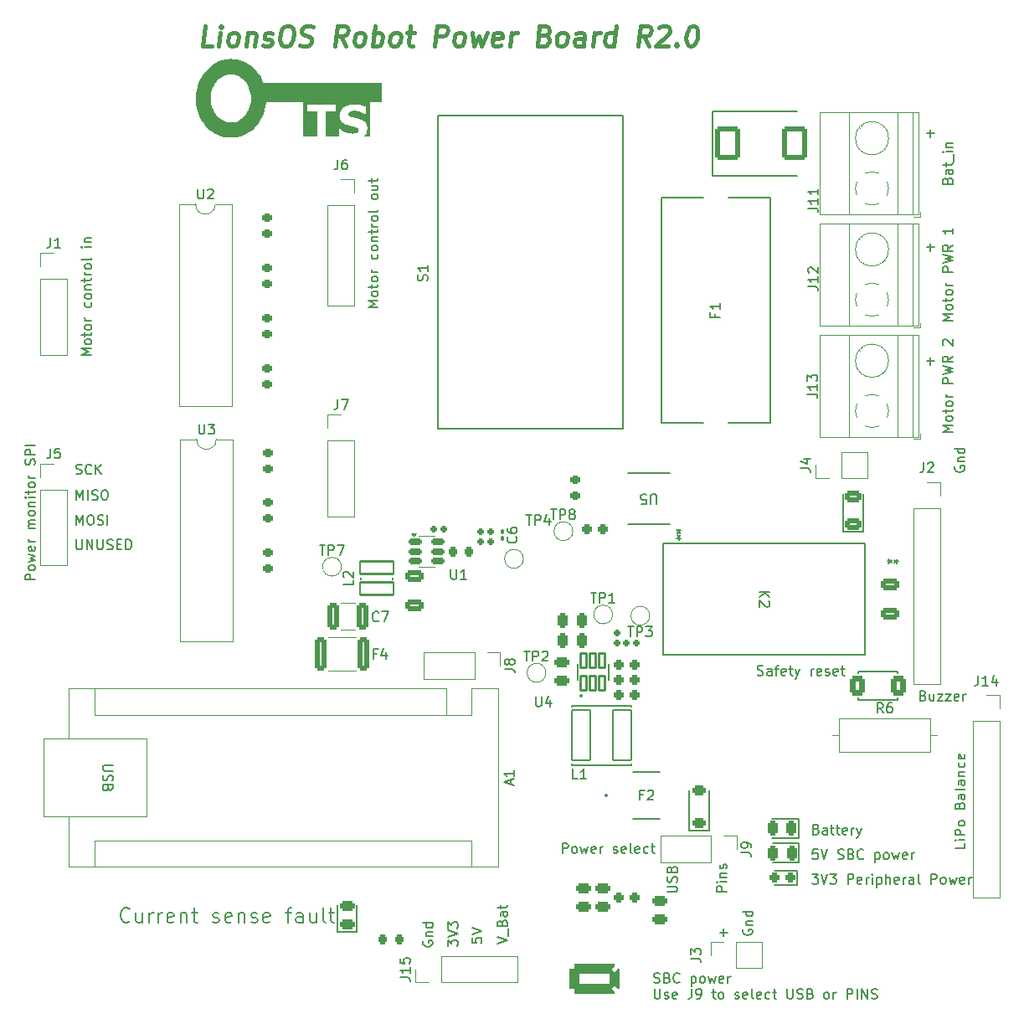
<source format=gto>
G04 #@! TF.GenerationSoftware,KiCad,Pcbnew,8.0.8*
G04 #@! TF.CreationDate,2026-01-14T14:22:45+11:00*
G04 #@! TF.ProjectId,robotv1,726f626f-7476-4312-9e6b-696361645f70,2*
G04 #@! TF.SameCoordinates,Original*
G04 #@! TF.FileFunction,Legend,Top*
G04 #@! TF.FilePolarity,Positive*
%FSLAX46Y46*%
G04 Gerber Fmt 4.6, Leading zero omitted, Abs format (unit mm)*
G04 Created by KiCad (PCBNEW 8.0.8) date 2026-01-14 14:22:45*
%MOMM*%
%LPD*%
G01*
G04 APERTURE LIST*
G04 Aperture macros list*
%AMRoundRect*
0 Rectangle with rounded corners*
0 $1 Rounding radius*
0 $2 $3 $4 $5 $6 $7 $8 $9 X,Y pos of 4 corners*
0 Add a 4 corners polygon primitive as box body*
4,1,4,$2,$3,$4,$5,$6,$7,$8,$9,$2,$3,0*
0 Add four circle primitives for the rounded corners*
1,1,$1+$1,$2,$3*
1,1,$1+$1,$4,$5*
1,1,$1+$1,$6,$7*
1,1,$1+$1,$8,$9*
0 Add four rect primitives between the rounded corners*
20,1,$1+$1,$2,$3,$4,$5,0*
20,1,$1+$1,$4,$5,$6,$7,0*
20,1,$1+$1,$6,$7,$8,$9,0*
20,1,$1+$1,$8,$9,$2,$3,0*%
G04 Aperture macros list end*
%ADD10C,0.150000*%
%ADD11C,0.400000*%
%ADD12C,0.120000*%
%ADD13C,0.200000*%
%ADD14C,0.127000*%
%ADD15C,0.152400*%
%ADD16C,0.000000*%
%ADD17RoundRect,0.244000X-0.244000X-0.269000X0.244000X-0.269000X0.244000X0.269000X-0.244000X0.269000X0*%
%ADD18R,1.700000X1.700000*%
%ADD19O,1.700000X1.700000*%
%ADD20RoundRect,0.219000X0.294000X-0.219000X0.294000X0.219000X-0.294000X0.219000X-0.294000X-0.219000X0*%
%ADD21RoundRect,0.266521X0.671479X-0.346479X0.671479X0.346479X-0.671479X0.346479X-0.671479X-0.346479X0*%
%ADD22C,0.600000*%
%ADD23R,0.300000X1.400000*%
%ADD24R,0.500000X1.400000*%
%ADD25O,1.300000X2.300000*%
%ADD26O,1.300000X2.100000*%
%ADD27C,0.500000*%
%ADD28RoundRect,0.500000X-2.000000X-1.000000X2.000000X-1.000000X2.000000X1.000000X-2.000000X1.000000X0*%
%ADD29C,1.296000*%
%ADD30RoundRect,0.244000X0.394000X-0.244000X0.394000X0.244000X-0.394000X0.244000X-0.394000X-0.244000X0*%
%ADD31RoundRect,0.250000X0.312500X1.450000X-0.312500X1.450000X-0.312500X-1.450000X0.312500X-1.450000X0*%
%ADD32RoundRect,0.266521X-0.671479X0.346479X-0.671479X-0.346479X0.671479X-0.346479X0.671479X0.346479X0*%
%ADD33RoundRect,0.261500X0.261500X0.476500X-0.261500X0.476500X-0.261500X-0.476500X0.261500X-0.476500X0*%
%ADD34RoundRect,0.102000X1.700000X-0.650000X1.700000X0.650000X-1.700000X0.650000X-1.700000X-0.650000X0*%
%ADD35RoundRect,0.159000X-0.189000X0.159000X-0.189000X-0.159000X0.189000X-0.159000X0.189000X0.159000X0*%
%ADD36C,1.500000*%
%ADD37RoundRect,0.261500X0.476500X-0.261500X0.476500X0.261500X-0.476500X0.261500X-0.476500X-0.261500X0*%
%ADD38RoundRect,0.269000X0.269000X0.494000X-0.269000X0.494000X-0.269000X-0.494000X0.269000X-0.494000X0*%
%ADD39R,1.600000X1.600000*%
%ADD40O,1.600000X1.600000*%
%ADD41RoundRect,0.102000X-0.950000X-2.550000X0.950000X-2.550000X0.950000X2.550000X-0.950000X2.550000X0*%
%ADD42RoundRect,0.267317X-0.470683X0.280683X-0.470683X-0.280683X0.470683X-0.280683X0.470683X0.280683X0*%
%ADD43RoundRect,0.287778X0.489222X0.714222X-0.489222X0.714222X-0.489222X-0.714222X0.489222X-0.714222X0*%
%ADD44RoundRect,0.159000X0.189000X-0.159000X0.189000X0.159000X-0.189000X0.159000X-0.189000X-0.159000X0*%
%ADD45RoundRect,0.100000X-0.100000X0.130000X-0.100000X-0.130000X0.100000X-0.130000X0.100000X0.130000X0*%
%ADD46RoundRect,0.239000X0.239000X0.274000X-0.239000X0.274000X-0.239000X-0.274000X0.239000X-0.274000X0*%
%ADD47RoundRect,0.099250X0.297750X-0.727750X0.297750X0.727750X-0.297750X0.727750X-0.297750X-0.727750X0*%
%ADD48C,1.512000*%
%ADD49RoundRect,0.159000X0.159000X0.189000X-0.159000X0.189000X-0.159000X-0.189000X0.159000X-0.189000X0*%
%ADD50R,2.600000X2.600000*%
%ADD51C,2.600000*%
%ADD52RoundRect,0.267273X0.570727X-0.320727X0.570727X0.320727X-0.570727X0.320727X-0.570727X-0.320727X0*%
%ADD53C,5.200000*%
%ADD54RoundRect,0.219000X-0.219000X-0.294000X0.219000X-0.294000X0.219000X0.294000X-0.219000X0.294000X0*%
%ADD55R,1.498600X4.597400*%
%ADD56RoundRect,0.250000X0.325000X1.100000X-0.325000X1.100000X-0.325000X-1.100000X0.325000X-1.100000X0*%
%ADD57R,1.600200X0.558800*%
%ADD58C,1.905000*%
%ADD59R,2.794000X2.032000*%
%ADD60R,2.540000X1.270000*%
%ADD61R,1.270000X2.540000*%
%ADD62C,1.600000*%
%ADD63RoundRect,0.257600X1.030400X-1.430400X1.030400X1.430400X-1.030400X1.430400X-1.030400X-1.430400X0*%
%ADD64RoundRect,0.150000X-0.512500X-0.150000X0.512500X-0.150000X0.512500X0.150000X-0.512500X0.150000X0*%
%ADD65RoundRect,0.269000X-0.494000X0.269000X-0.494000X-0.269000X0.494000X-0.269000X0.494000X0.269000X0*%
%ADD66C,1.701800*%
G04 APERTURE END LIST*
D10*
X1764819Y43276780D02*
X764819Y43276780D01*
X764819Y43276780D02*
X764819Y43657732D01*
X764819Y43657732D02*
X812438Y43752970D01*
X812438Y43752970D02*
X860057Y43800589D01*
X860057Y43800589D02*
X955295Y43848208D01*
X955295Y43848208D02*
X1098152Y43848208D01*
X1098152Y43848208D02*
X1193390Y43800589D01*
X1193390Y43800589D02*
X1241009Y43752970D01*
X1241009Y43752970D02*
X1288628Y43657732D01*
X1288628Y43657732D02*
X1288628Y43276780D01*
X1764819Y44419637D02*
X1717200Y44324399D01*
X1717200Y44324399D02*
X1669580Y44276780D01*
X1669580Y44276780D02*
X1574342Y44229161D01*
X1574342Y44229161D02*
X1288628Y44229161D01*
X1288628Y44229161D02*
X1193390Y44276780D01*
X1193390Y44276780D02*
X1145771Y44324399D01*
X1145771Y44324399D02*
X1098152Y44419637D01*
X1098152Y44419637D02*
X1098152Y44562494D01*
X1098152Y44562494D02*
X1145771Y44657732D01*
X1145771Y44657732D02*
X1193390Y44705351D01*
X1193390Y44705351D02*
X1288628Y44752970D01*
X1288628Y44752970D02*
X1574342Y44752970D01*
X1574342Y44752970D02*
X1669580Y44705351D01*
X1669580Y44705351D02*
X1717200Y44657732D01*
X1717200Y44657732D02*
X1764819Y44562494D01*
X1764819Y44562494D02*
X1764819Y44419637D01*
X1098152Y45086304D02*
X1764819Y45276780D01*
X1764819Y45276780D02*
X1288628Y45467256D01*
X1288628Y45467256D02*
X1764819Y45657732D01*
X1764819Y45657732D02*
X1098152Y45848208D01*
X1717200Y46610113D02*
X1764819Y46514875D01*
X1764819Y46514875D02*
X1764819Y46324399D01*
X1764819Y46324399D02*
X1717200Y46229161D01*
X1717200Y46229161D02*
X1621961Y46181542D01*
X1621961Y46181542D02*
X1241009Y46181542D01*
X1241009Y46181542D02*
X1145771Y46229161D01*
X1145771Y46229161D02*
X1098152Y46324399D01*
X1098152Y46324399D02*
X1098152Y46514875D01*
X1098152Y46514875D02*
X1145771Y46610113D01*
X1145771Y46610113D02*
X1241009Y46657732D01*
X1241009Y46657732D02*
X1336247Y46657732D01*
X1336247Y46657732D02*
X1431485Y46181542D01*
X1764819Y47086304D02*
X1098152Y47086304D01*
X1288628Y47086304D02*
X1193390Y47133923D01*
X1193390Y47133923D02*
X1145771Y47181542D01*
X1145771Y47181542D02*
X1098152Y47276780D01*
X1098152Y47276780D02*
X1098152Y47372018D01*
X1764819Y48467257D02*
X1098152Y48467257D01*
X1193390Y48467257D02*
X1145771Y48514876D01*
X1145771Y48514876D02*
X1098152Y48610114D01*
X1098152Y48610114D02*
X1098152Y48752971D01*
X1098152Y48752971D02*
X1145771Y48848209D01*
X1145771Y48848209D02*
X1241009Y48895828D01*
X1241009Y48895828D02*
X1764819Y48895828D01*
X1241009Y48895828D02*
X1145771Y48943447D01*
X1145771Y48943447D02*
X1098152Y49038685D01*
X1098152Y49038685D02*
X1098152Y49181542D01*
X1098152Y49181542D02*
X1145771Y49276781D01*
X1145771Y49276781D02*
X1241009Y49324400D01*
X1241009Y49324400D02*
X1764819Y49324400D01*
X1764819Y49943447D02*
X1717200Y49848209D01*
X1717200Y49848209D02*
X1669580Y49800590D01*
X1669580Y49800590D02*
X1574342Y49752971D01*
X1574342Y49752971D02*
X1288628Y49752971D01*
X1288628Y49752971D02*
X1193390Y49800590D01*
X1193390Y49800590D02*
X1145771Y49848209D01*
X1145771Y49848209D02*
X1098152Y49943447D01*
X1098152Y49943447D02*
X1098152Y50086304D01*
X1098152Y50086304D02*
X1145771Y50181542D01*
X1145771Y50181542D02*
X1193390Y50229161D01*
X1193390Y50229161D02*
X1288628Y50276780D01*
X1288628Y50276780D02*
X1574342Y50276780D01*
X1574342Y50276780D02*
X1669580Y50229161D01*
X1669580Y50229161D02*
X1717200Y50181542D01*
X1717200Y50181542D02*
X1764819Y50086304D01*
X1764819Y50086304D02*
X1764819Y49943447D01*
X1098152Y50705352D02*
X1764819Y50705352D01*
X1193390Y50705352D02*
X1145771Y50752971D01*
X1145771Y50752971D02*
X1098152Y50848209D01*
X1098152Y50848209D02*
X1098152Y50991066D01*
X1098152Y50991066D02*
X1145771Y51086304D01*
X1145771Y51086304D02*
X1241009Y51133923D01*
X1241009Y51133923D02*
X1764819Y51133923D01*
X1764819Y51610114D02*
X1098152Y51610114D01*
X764819Y51610114D02*
X812438Y51562495D01*
X812438Y51562495D02*
X860057Y51610114D01*
X860057Y51610114D02*
X812438Y51657733D01*
X812438Y51657733D02*
X764819Y51610114D01*
X764819Y51610114D02*
X860057Y51610114D01*
X1098152Y51943447D02*
X1098152Y52324399D01*
X764819Y52086304D02*
X1621961Y52086304D01*
X1621961Y52086304D02*
X1717200Y52133923D01*
X1717200Y52133923D02*
X1764819Y52229161D01*
X1764819Y52229161D02*
X1764819Y52324399D01*
X1764819Y52800590D02*
X1717200Y52705352D01*
X1717200Y52705352D02*
X1669580Y52657733D01*
X1669580Y52657733D02*
X1574342Y52610114D01*
X1574342Y52610114D02*
X1288628Y52610114D01*
X1288628Y52610114D02*
X1193390Y52657733D01*
X1193390Y52657733D02*
X1145771Y52705352D01*
X1145771Y52705352D02*
X1098152Y52800590D01*
X1098152Y52800590D02*
X1098152Y52943447D01*
X1098152Y52943447D02*
X1145771Y53038685D01*
X1145771Y53038685D02*
X1193390Y53086304D01*
X1193390Y53086304D02*
X1288628Y53133923D01*
X1288628Y53133923D02*
X1574342Y53133923D01*
X1574342Y53133923D02*
X1669580Y53086304D01*
X1669580Y53086304D02*
X1717200Y53038685D01*
X1717200Y53038685D02*
X1764819Y52943447D01*
X1764819Y52943447D02*
X1764819Y52800590D01*
X1764819Y53562495D02*
X1098152Y53562495D01*
X1288628Y53562495D02*
X1193390Y53610114D01*
X1193390Y53610114D02*
X1145771Y53657733D01*
X1145771Y53657733D02*
X1098152Y53752971D01*
X1098152Y53752971D02*
X1098152Y53848209D01*
X1717200Y54895829D02*
X1764819Y55038686D01*
X1764819Y55038686D02*
X1764819Y55276781D01*
X1764819Y55276781D02*
X1717200Y55372019D01*
X1717200Y55372019D02*
X1669580Y55419638D01*
X1669580Y55419638D02*
X1574342Y55467257D01*
X1574342Y55467257D02*
X1479104Y55467257D01*
X1479104Y55467257D02*
X1383866Y55419638D01*
X1383866Y55419638D02*
X1336247Y55372019D01*
X1336247Y55372019D02*
X1288628Y55276781D01*
X1288628Y55276781D02*
X1241009Y55086305D01*
X1241009Y55086305D02*
X1193390Y54991067D01*
X1193390Y54991067D02*
X1145771Y54943448D01*
X1145771Y54943448D02*
X1050533Y54895829D01*
X1050533Y54895829D02*
X955295Y54895829D01*
X955295Y54895829D02*
X860057Y54943448D01*
X860057Y54943448D02*
X812438Y54991067D01*
X812438Y54991067D02*
X764819Y55086305D01*
X764819Y55086305D02*
X764819Y55324400D01*
X764819Y55324400D02*
X812438Y55467257D01*
X1764819Y55895829D02*
X764819Y55895829D01*
X764819Y55895829D02*
X764819Y56276781D01*
X764819Y56276781D02*
X812438Y56372019D01*
X812438Y56372019D02*
X860057Y56419638D01*
X860057Y56419638D02*
X955295Y56467257D01*
X955295Y56467257D02*
X1098152Y56467257D01*
X1098152Y56467257D02*
X1193390Y56419638D01*
X1193390Y56419638D02*
X1241009Y56372019D01*
X1241009Y56372019D02*
X1288628Y56276781D01*
X1288628Y56276781D02*
X1288628Y55895829D01*
X1764819Y56895829D02*
X764819Y56895829D01*
X36439819Y70851780D02*
X35439819Y70851780D01*
X35439819Y70851780D02*
X36154104Y71185113D01*
X36154104Y71185113D02*
X35439819Y71518446D01*
X35439819Y71518446D02*
X36439819Y71518446D01*
X36439819Y72137494D02*
X36392200Y72042256D01*
X36392200Y72042256D02*
X36344580Y71994637D01*
X36344580Y71994637D02*
X36249342Y71947018D01*
X36249342Y71947018D02*
X35963628Y71947018D01*
X35963628Y71947018D02*
X35868390Y71994637D01*
X35868390Y71994637D02*
X35820771Y72042256D01*
X35820771Y72042256D02*
X35773152Y72137494D01*
X35773152Y72137494D02*
X35773152Y72280351D01*
X35773152Y72280351D02*
X35820771Y72375589D01*
X35820771Y72375589D02*
X35868390Y72423208D01*
X35868390Y72423208D02*
X35963628Y72470827D01*
X35963628Y72470827D02*
X36249342Y72470827D01*
X36249342Y72470827D02*
X36344580Y72423208D01*
X36344580Y72423208D02*
X36392200Y72375589D01*
X36392200Y72375589D02*
X36439819Y72280351D01*
X36439819Y72280351D02*
X36439819Y72137494D01*
X35773152Y72756542D02*
X35773152Y73137494D01*
X35439819Y72899399D02*
X36296961Y72899399D01*
X36296961Y72899399D02*
X36392200Y72947018D01*
X36392200Y72947018D02*
X36439819Y73042256D01*
X36439819Y73042256D02*
X36439819Y73137494D01*
X36439819Y73613685D02*
X36392200Y73518447D01*
X36392200Y73518447D02*
X36344580Y73470828D01*
X36344580Y73470828D02*
X36249342Y73423209D01*
X36249342Y73423209D02*
X35963628Y73423209D01*
X35963628Y73423209D02*
X35868390Y73470828D01*
X35868390Y73470828D02*
X35820771Y73518447D01*
X35820771Y73518447D02*
X35773152Y73613685D01*
X35773152Y73613685D02*
X35773152Y73756542D01*
X35773152Y73756542D02*
X35820771Y73851780D01*
X35820771Y73851780D02*
X35868390Y73899399D01*
X35868390Y73899399D02*
X35963628Y73947018D01*
X35963628Y73947018D02*
X36249342Y73947018D01*
X36249342Y73947018D02*
X36344580Y73899399D01*
X36344580Y73899399D02*
X36392200Y73851780D01*
X36392200Y73851780D02*
X36439819Y73756542D01*
X36439819Y73756542D02*
X36439819Y73613685D01*
X36439819Y74375590D02*
X35773152Y74375590D01*
X35963628Y74375590D02*
X35868390Y74423209D01*
X35868390Y74423209D02*
X35820771Y74470828D01*
X35820771Y74470828D02*
X35773152Y74566066D01*
X35773152Y74566066D02*
X35773152Y74661304D01*
X36392200Y76185114D02*
X36439819Y76089876D01*
X36439819Y76089876D02*
X36439819Y75899400D01*
X36439819Y75899400D02*
X36392200Y75804162D01*
X36392200Y75804162D02*
X36344580Y75756543D01*
X36344580Y75756543D02*
X36249342Y75708924D01*
X36249342Y75708924D02*
X35963628Y75708924D01*
X35963628Y75708924D02*
X35868390Y75756543D01*
X35868390Y75756543D02*
X35820771Y75804162D01*
X35820771Y75804162D02*
X35773152Y75899400D01*
X35773152Y75899400D02*
X35773152Y76089876D01*
X35773152Y76089876D02*
X35820771Y76185114D01*
X36439819Y76756543D02*
X36392200Y76661305D01*
X36392200Y76661305D02*
X36344580Y76613686D01*
X36344580Y76613686D02*
X36249342Y76566067D01*
X36249342Y76566067D02*
X35963628Y76566067D01*
X35963628Y76566067D02*
X35868390Y76613686D01*
X35868390Y76613686D02*
X35820771Y76661305D01*
X35820771Y76661305D02*
X35773152Y76756543D01*
X35773152Y76756543D02*
X35773152Y76899400D01*
X35773152Y76899400D02*
X35820771Y76994638D01*
X35820771Y76994638D02*
X35868390Y77042257D01*
X35868390Y77042257D02*
X35963628Y77089876D01*
X35963628Y77089876D02*
X36249342Y77089876D01*
X36249342Y77089876D02*
X36344580Y77042257D01*
X36344580Y77042257D02*
X36392200Y76994638D01*
X36392200Y76994638D02*
X36439819Y76899400D01*
X36439819Y76899400D02*
X36439819Y76756543D01*
X35773152Y77518448D02*
X36439819Y77518448D01*
X35868390Y77518448D02*
X35820771Y77566067D01*
X35820771Y77566067D02*
X35773152Y77661305D01*
X35773152Y77661305D02*
X35773152Y77804162D01*
X35773152Y77804162D02*
X35820771Y77899400D01*
X35820771Y77899400D02*
X35916009Y77947019D01*
X35916009Y77947019D02*
X36439819Y77947019D01*
X35773152Y78280353D02*
X35773152Y78661305D01*
X35439819Y78423210D02*
X36296961Y78423210D01*
X36296961Y78423210D02*
X36392200Y78470829D01*
X36392200Y78470829D02*
X36439819Y78566067D01*
X36439819Y78566067D02*
X36439819Y78661305D01*
X36439819Y78994639D02*
X35773152Y78994639D01*
X35963628Y78994639D02*
X35868390Y79042258D01*
X35868390Y79042258D02*
X35820771Y79089877D01*
X35820771Y79089877D02*
X35773152Y79185115D01*
X35773152Y79185115D02*
X35773152Y79280353D01*
X36439819Y79756544D02*
X36392200Y79661306D01*
X36392200Y79661306D02*
X36344580Y79613687D01*
X36344580Y79613687D02*
X36249342Y79566068D01*
X36249342Y79566068D02*
X35963628Y79566068D01*
X35963628Y79566068D02*
X35868390Y79613687D01*
X35868390Y79613687D02*
X35820771Y79661306D01*
X35820771Y79661306D02*
X35773152Y79756544D01*
X35773152Y79756544D02*
X35773152Y79899401D01*
X35773152Y79899401D02*
X35820771Y79994639D01*
X35820771Y79994639D02*
X35868390Y80042258D01*
X35868390Y80042258D02*
X35963628Y80089877D01*
X35963628Y80089877D02*
X36249342Y80089877D01*
X36249342Y80089877D02*
X36344580Y80042258D01*
X36344580Y80042258D02*
X36392200Y79994639D01*
X36392200Y79994639D02*
X36439819Y79899401D01*
X36439819Y79899401D02*
X36439819Y79756544D01*
X36439819Y80661306D02*
X36392200Y80566068D01*
X36392200Y80566068D02*
X36296961Y80518449D01*
X36296961Y80518449D02*
X35439819Y80518449D01*
X36439819Y81947021D02*
X36392200Y81851783D01*
X36392200Y81851783D02*
X36344580Y81804164D01*
X36344580Y81804164D02*
X36249342Y81756545D01*
X36249342Y81756545D02*
X35963628Y81756545D01*
X35963628Y81756545D02*
X35868390Y81804164D01*
X35868390Y81804164D02*
X35820771Y81851783D01*
X35820771Y81851783D02*
X35773152Y81947021D01*
X35773152Y81947021D02*
X35773152Y82089878D01*
X35773152Y82089878D02*
X35820771Y82185116D01*
X35820771Y82185116D02*
X35868390Y82232735D01*
X35868390Y82232735D02*
X35963628Y82280354D01*
X35963628Y82280354D02*
X36249342Y82280354D01*
X36249342Y82280354D02*
X36344580Y82232735D01*
X36344580Y82232735D02*
X36392200Y82185116D01*
X36392200Y82185116D02*
X36439819Y82089878D01*
X36439819Y82089878D02*
X36439819Y81947021D01*
X35773152Y83137497D02*
X36439819Y83137497D01*
X35773152Y82708926D02*
X36296961Y82708926D01*
X36296961Y82708926D02*
X36392200Y82756545D01*
X36392200Y82756545D02*
X36439819Y82851783D01*
X36439819Y82851783D02*
X36439819Y82994640D01*
X36439819Y82994640D02*
X36392200Y83089878D01*
X36392200Y83089878D02*
X36344580Y83137497D01*
X35773152Y83470831D02*
X35773152Y83851783D01*
X35439819Y83613688D02*
X36296961Y83613688D01*
X36296961Y83613688D02*
X36392200Y83661307D01*
X36392200Y83661307D02*
X36439819Y83756545D01*
X36439819Y83756545D02*
X36439819Y83851783D01*
X7464819Y65976780D02*
X6464819Y65976780D01*
X6464819Y65976780D02*
X7179104Y66310113D01*
X7179104Y66310113D02*
X6464819Y66643446D01*
X6464819Y66643446D02*
X7464819Y66643446D01*
X7464819Y67262494D02*
X7417200Y67167256D01*
X7417200Y67167256D02*
X7369580Y67119637D01*
X7369580Y67119637D02*
X7274342Y67072018D01*
X7274342Y67072018D02*
X6988628Y67072018D01*
X6988628Y67072018D02*
X6893390Y67119637D01*
X6893390Y67119637D02*
X6845771Y67167256D01*
X6845771Y67167256D02*
X6798152Y67262494D01*
X6798152Y67262494D02*
X6798152Y67405351D01*
X6798152Y67405351D02*
X6845771Y67500589D01*
X6845771Y67500589D02*
X6893390Y67548208D01*
X6893390Y67548208D02*
X6988628Y67595827D01*
X6988628Y67595827D02*
X7274342Y67595827D01*
X7274342Y67595827D02*
X7369580Y67548208D01*
X7369580Y67548208D02*
X7417200Y67500589D01*
X7417200Y67500589D02*
X7464819Y67405351D01*
X7464819Y67405351D02*
X7464819Y67262494D01*
X6798152Y67881542D02*
X6798152Y68262494D01*
X6464819Y68024399D02*
X7321961Y68024399D01*
X7321961Y68024399D02*
X7417200Y68072018D01*
X7417200Y68072018D02*
X7464819Y68167256D01*
X7464819Y68167256D02*
X7464819Y68262494D01*
X7464819Y68738685D02*
X7417200Y68643447D01*
X7417200Y68643447D02*
X7369580Y68595828D01*
X7369580Y68595828D02*
X7274342Y68548209D01*
X7274342Y68548209D02*
X6988628Y68548209D01*
X6988628Y68548209D02*
X6893390Y68595828D01*
X6893390Y68595828D02*
X6845771Y68643447D01*
X6845771Y68643447D02*
X6798152Y68738685D01*
X6798152Y68738685D02*
X6798152Y68881542D01*
X6798152Y68881542D02*
X6845771Y68976780D01*
X6845771Y68976780D02*
X6893390Y69024399D01*
X6893390Y69024399D02*
X6988628Y69072018D01*
X6988628Y69072018D02*
X7274342Y69072018D01*
X7274342Y69072018D02*
X7369580Y69024399D01*
X7369580Y69024399D02*
X7417200Y68976780D01*
X7417200Y68976780D02*
X7464819Y68881542D01*
X7464819Y68881542D02*
X7464819Y68738685D01*
X7464819Y69500590D02*
X6798152Y69500590D01*
X6988628Y69500590D02*
X6893390Y69548209D01*
X6893390Y69548209D02*
X6845771Y69595828D01*
X6845771Y69595828D02*
X6798152Y69691066D01*
X6798152Y69691066D02*
X6798152Y69786304D01*
X7417200Y71310114D02*
X7464819Y71214876D01*
X7464819Y71214876D02*
X7464819Y71024400D01*
X7464819Y71024400D02*
X7417200Y70929162D01*
X7417200Y70929162D02*
X7369580Y70881543D01*
X7369580Y70881543D02*
X7274342Y70833924D01*
X7274342Y70833924D02*
X6988628Y70833924D01*
X6988628Y70833924D02*
X6893390Y70881543D01*
X6893390Y70881543D02*
X6845771Y70929162D01*
X6845771Y70929162D02*
X6798152Y71024400D01*
X6798152Y71024400D02*
X6798152Y71214876D01*
X6798152Y71214876D02*
X6845771Y71310114D01*
X7464819Y71881543D02*
X7417200Y71786305D01*
X7417200Y71786305D02*
X7369580Y71738686D01*
X7369580Y71738686D02*
X7274342Y71691067D01*
X7274342Y71691067D02*
X6988628Y71691067D01*
X6988628Y71691067D02*
X6893390Y71738686D01*
X6893390Y71738686D02*
X6845771Y71786305D01*
X6845771Y71786305D02*
X6798152Y71881543D01*
X6798152Y71881543D02*
X6798152Y72024400D01*
X6798152Y72024400D02*
X6845771Y72119638D01*
X6845771Y72119638D02*
X6893390Y72167257D01*
X6893390Y72167257D02*
X6988628Y72214876D01*
X6988628Y72214876D02*
X7274342Y72214876D01*
X7274342Y72214876D02*
X7369580Y72167257D01*
X7369580Y72167257D02*
X7417200Y72119638D01*
X7417200Y72119638D02*
X7464819Y72024400D01*
X7464819Y72024400D02*
X7464819Y71881543D01*
X6798152Y72643448D02*
X7464819Y72643448D01*
X6893390Y72643448D02*
X6845771Y72691067D01*
X6845771Y72691067D02*
X6798152Y72786305D01*
X6798152Y72786305D02*
X6798152Y72929162D01*
X6798152Y72929162D02*
X6845771Y73024400D01*
X6845771Y73024400D02*
X6941009Y73072019D01*
X6941009Y73072019D02*
X7464819Y73072019D01*
X6798152Y73405353D02*
X6798152Y73786305D01*
X6464819Y73548210D02*
X7321961Y73548210D01*
X7321961Y73548210D02*
X7417200Y73595829D01*
X7417200Y73595829D02*
X7464819Y73691067D01*
X7464819Y73691067D02*
X7464819Y73786305D01*
X7464819Y74119639D02*
X6798152Y74119639D01*
X6988628Y74119639D02*
X6893390Y74167258D01*
X6893390Y74167258D02*
X6845771Y74214877D01*
X6845771Y74214877D02*
X6798152Y74310115D01*
X6798152Y74310115D02*
X6798152Y74405353D01*
X7464819Y74881544D02*
X7417200Y74786306D01*
X7417200Y74786306D02*
X7369580Y74738687D01*
X7369580Y74738687D02*
X7274342Y74691068D01*
X7274342Y74691068D02*
X6988628Y74691068D01*
X6988628Y74691068D02*
X6893390Y74738687D01*
X6893390Y74738687D02*
X6845771Y74786306D01*
X6845771Y74786306D02*
X6798152Y74881544D01*
X6798152Y74881544D02*
X6798152Y75024401D01*
X6798152Y75024401D02*
X6845771Y75119639D01*
X6845771Y75119639D02*
X6893390Y75167258D01*
X6893390Y75167258D02*
X6988628Y75214877D01*
X6988628Y75214877D02*
X7274342Y75214877D01*
X7274342Y75214877D02*
X7369580Y75167258D01*
X7369580Y75167258D02*
X7417200Y75119639D01*
X7417200Y75119639D02*
X7464819Y75024401D01*
X7464819Y75024401D02*
X7464819Y74881544D01*
X7464819Y75786306D02*
X7417200Y75691068D01*
X7417200Y75691068D02*
X7321961Y75643449D01*
X7321961Y75643449D02*
X6464819Y75643449D01*
X7464819Y76929164D02*
X6798152Y76929164D01*
X6464819Y76929164D02*
X6512438Y76881545D01*
X6512438Y76881545D02*
X6560057Y76929164D01*
X6560057Y76929164D02*
X6512438Y76976783D01*
X6512438Y76976783D02*
X6464819Y76929164D01*
X6464819Y76929164D02*
X6560057Y76929164D01*
X6798152Y77405354D02*
X7464819Y77405354D01*
X6893390Y77405354D02*
X6845771Y77452973D01*
X6845771Y77452973D02*
X6798152Y77548211D01*
X6798152Y77548211D02*
X6798152Y77691068D01*
X6798152Y77691068D02*
X6845771Y77786306D01*
X6845771Y77786306D02*
X6941009Y77833925D01*
X6941009Y77833925D02*
X7464819Y77833925D01*
X91931779Y88401134D02*
X92693684Y88401134D01*
X92312731Y88020181D02*
X92312731Y88782086D01*
X5956779Y48820181D02*
X5956779Y49820181D01*
X5956779Y49820181D02*
X6290112Y49105896D01*
X6290112Y49105896D02*
X6623445Y49820181D01*
X6623445Y49820181D02*
X6623445Y48820181D01*
X7290112Y49820181D02*
X7480588Y49820181D01*
X7480588Y49820181D02*
X7575826Y49772562D01*
X7575826Y49772562D02*
X7671064Y49677324D01*
X7671064Y49677324D02*
X7718683Y49486848D01*
X7718683Y49486848D02*
X7718683Y49153515D01*
X7718683Y49153515D02*
X7671064Y48963039D01*
X7671064Y48963039D02*
X7575826Y48867800D01*
X7575826Y48867800D02*
X7480588Y48820181D01*
X7480588Y48820181D02*
X7290112Y48820181D01*
X7290112Y48820181D02*
X7194874Y48867800D01*
X7194874Y48867800D02*
X7099636Y48963039D01*
X7099636Y48963039D02*
X7052017Y49153515D01*
X7052017Y49153515D02*
X7052017Y49486848D01*
X7052017Y49486848D02*
X7099636Y49677324D01*
X7099636Y49677324D02*
X7194874Y49772562D01*
X7194874Y49772562D02*
X7290112Y49820181D01*
X8099636Y48867800D02*
X8242493Y48820181D01*
X8242493Y48820181D02*
X8480588Y48820181D01*
X8480588Y48820181D02*
X8575826Y48867800D01*
X8575826Y48867800D02*
X8623445Y48915420D01*
X8623445Y48915420D02*
X8671064Y49010658D01*
X8671064Y49010658D02*
X8671064Y49105896D01*
X8671064Y49105896D02*
X8623445Y49201134D01*
X8623445Y49201134D02*
X8575826Y49248753D01*
X8575826Y49248753D02*
X8480588Y49296372D01*
X8480588Y49296372D02*
X8290112Y49343991D01*
X8290112Y49343991D02*
X8194874Y49391610D01*
X8194874Y49391610D02*
X8147255Y49439229D01*
X8147255Y49439229D02*
X8099636Y49534467D01*
X8099636Y49534467D02*
X8099636Y49629705D01*
X8099636Y49629705D02*
X8147255Y49724943D01*
X8147255Y49724943D02*
X8194874Y49772562D01*
X8194874Y49772562D02*
X8290112Y49820181D01*
X8290112Y49820181D02*
X8528207Y49820181D01*
X8528207Y49820181D02*
X8671064Y49772562D01*
X9099636Y48820181D02*
X9099636Y49820181D01*
X80765112Y18043991D02*
X80907969Y17996372D01*
X80907969Y17996372D02*
X80955588Y17948753D01*
X80955588Y17948753D02*
X81003207Y17853515D01*
X81003207Y17853515D02*
X81003207Y17710658D01*
X81003207Y17710658D02*
X80955588Y17615420D01*
X80955588Y17615420D02*
X80907969Y17567800D01*
X80907969Y17567800D02*
X80812731Y17520181D01*
X80812731Y17520181D02*
X80431779Y17520181D01*
X80431779Y17520181D02*
X80431779Y18520181D01*
X80431779Y18520181D02*
X80765112Y18520181D01*
X80765112Y18520181D02*
X80860350Y18472562D01*
X80860350Y18472562D02*
X80907969Y18424943D01*
X80907969Y18424943D02*
X80955588Y18329705D01*
X80955588Y18329705D02*
X80955588Y18234467D01*
X80955588Y18234467D02*
X80907969Y18139229D01*
X80907969Y18139229D02*
X80860350Y18091610D01*
X80860350Y18091610D02*
X80765112Y18043991D01*
X80765112Y18043991D02*
X80431779Y18043991D01*
X81860350Y17520181D02*
X81860350Y18043991D01*
X81860350Y18043991D02*
X81812731Y18139229D01*
X81812731Y18139229D02*
X81717493Y18186848D01*
X81717493Y18186848D02*
X81527017Y18186848D01*
X81527017Y18186848D02*
X81431779Y18139229D01*
X81860350Y17567800D02*
X81765112Y17520181D01*
X81765112Y17520181D02*
X81527017Y17520181D01*
X81527017Y17520181D02*
X81431779Y17567800D01*
X81431779Y17567800D02*
X81384160Y17663039D01*
X81384160Y17663039D02*
X81384160Y17758277D01*
X81384160Y17758277D02*
X81431779Y17853515D01*
X81431779Y17853515D02*
X81527017Y17901134D01*
X81527017Y17901134D02*
X81765112Y17901134D01*
X81765112Y17901134D02*
X81860350Y17948753D01*
X82193684Y18186848D02*
X82574636Y18186848D01*
X82336541Y18520181D02*
X82336541Y17663039D01*
X82336541Y17663039D02*
X82384160Y17567800D01*
X82384160Y17567800D02*
X82479398Y17520181D01*
X82479398Y17520181D02*
X82574636Y17520181D01*
X82765113Y18186848D02*
X83146065Y18186848D01*
X82907970Y18520181D02*
X82907970Y17663039D01*
X82907970Y17663039D02*
X82955589Y17567800D01*
X82955589Y17567800D02*
X83050827Y17520181D01*
X83050827Y17520181D02*
X83146065Y17520181D01*
X83860351Y17567800D02*
X83765113Y17520181D01*
X83765113Y17520181D02*
X83574637Y17520181D01*
X83574637Y17520181D02*
X83479399Y17567800D01*
X83479399Y17567800D02*
X83431780Y17663039D01*
X83431780Y17663039D02*
X83431780Y18043991D01*
X83431780Y18043991D02*
X83479399Y18139229D01*
X83479399Y18139229D02*
X83574637Y18186848D01*
X83574637Y18186848D02*
X83765113Y18186848D01*
X83765113Y18186848D02*
X83860351Y18139229D01*
X83860351Y18139229D02*
X83907970Y18043991D01*
X83907970Y18043991D02*
X83907970Y17948753D01*
X83907970Y17948753D02*
X83431780Y17853515D01*
X84336542Y17520181D02*
X84336542Y18186848D01*
X84336542Y17996372D02*
X84384161Y18091610D01*
X84384161Y18091610D02*
X84431780Y18139229D01*
X84431780Y18139229D02*
X84527018Y18186848D01*
X84527018Y18186848D02*
X84622256Y18186848D01*
X84860352Y18186848D02*
X85098447Y17520181D01*
X85336542Y18186848D02*
X85098447Y17520181D01*
X85098447Y17520181D02*
X85003209Y17282086D01*
X85003209Y17282086D02*
X84955590Y17234467D01*
X84955590Y17234467D02*
X84860352Y17186848D01*
X55106779Y15620181D02*
X55106779Y16620181D01*
X55106779Y16620181D02*
X55487731Y16620181D01*
X55487731Y16620181D02*
X55582969Y16572562D01*
X55582969Y16572562D02*
X55630588Y16524943D01*
X55630588Y16524943D02*
X55678207Y16429705D01*
X55678207Y16429705D02*
X55678207Y16286848D01*
X55678207Y16286848D02*
X55630588Y16191610D01*
X55630588Y16191610D02*
X55582969Y16143991D01*
X55582969Y16143991D02*
X55487731Y16096372D01*
X55487731Y16096372D02*
X55106779Y16096372D01*
X56249636Y15620181D02*
X56154398Y15667800D01*
X56154398Y15667800D02*
X56106779Y15715420D01*
X56106779Y15715420D02*
X56059160Y15810658D01*
X56059160Y15810658D02*
X56059160Y16096372D01*
X56059160Y16096372D02*
X56106779Y16191610D01*
X56106779Y16191610D02*
X56154398Y16239229D01*
X56154398Y16239229D02*
X56249636Y16286848D01*
X56249636Y16286848D02*
X56392493Y16286848D01*
X56392493Y16286848D02*
X56487731Y16239229D01*
X56487731Y16239229D02*
X56535350Y16191610D01*
X56535350Y16191610D02*
X56582969Y16096372D01*
X56582969Y16096372D02*
X56582969Y15810658D01*
X56582969Y15810658D02*
X56535350Y15715420D01*
X56535350Y15715420D02*
X56487731Y15667800D01*
X56487731Y15667800D02*
X56392493Y15620181D01*
X56392493Y15620181D02*
X56249636Y15620181D01*
X56916303Y16286848D02*
X57106779Y15620181D01*
X57106779Y15620181D02*
X57297255Y16096372D01*
X57297255Y16096372D02*
X57487731Y15620181D01*
X57487731Y15620181D02*
X57678207Y16286848D01*
X58440112Y15667800D02*
X58344874Y15620181D01*
X58344874Y15620181D02*
X58154398Y15620181D01*
X58154398Y15620181D02*
X58059160Y15667800D01*
X58059160Y15667800D02*
X58011541Y15763039D01*
X58011541Y15763039D02*
X58011541Y16143991D01*
X58011541Y16143991D02*
X58059160Y16239229D01*
X58059160Y16239229D02*
X58154398Y16286848D01*
X58154398Y16286848D02*
X58344874Y16286848D01*
X58344874Y16286848D02*
X58440112Y16239229D01*
X58440112Y16239229D02*
X58487731Y16143991D01*
X58487731Y16143991D02*
X58487731Y16048753D01*
X58487731Y16048753D02*
X58011541Y15953515D01*
X58916303Y15620181D02*
X58916303Y16286848D01*
X58916303Y16096372D02*
X58963922Y16191610D01*
X58963922Y16191610D02*
X59011541Y16239229D01*
X59011541Y16239229D02*
X59106779Y16286848D01*
X59106779Y16286848D02*
X59202017Y16286848D01*
X60249637Y15667800D02*
X60344875Y15620181D01*
X60344875Y15620181D02*
X60535351Y15620181D01*
X60535351Y15620181D02*
X60630589Y15667800D01*
X60630589Y15667800D02*
X60678208Y15763039D01*
X60678208Y15763039D02*
X60678208Y15810658D01*
X60678208Y15810658D02*
X60630589Y15905896D01*
X60630589Y15905896D02*
X60535351Y15953515D01*
X60535351Y15953515D02*
X60392494Y15953515D01*
X60392494Y15953515D02*
X60297256Y16001134D01*
X60297256Y16001134D02*
X60249637Y16096372D01*
X60249637Y16096372D02*
X60249637Y16143991D01*
X60249637Y16143991D02*
X60297256Y16239229D01*
X60297256Y16239229D02*
X60392494Y16286848D01*
X60392494Y16286848D02*
X60535351Y16286848D01*
X60535351Y16286848D02*
X60630589Y16239229D01*
X61487732Y15667800D02*
X61392494Y15620181D01*
X61392494Y15620181D02*
X61202018Y15620181D01*
X61202018Y15620181D02*
X61106780Y15667800D01*
X61106780Y15667800D02*
X61059161Y15763039D01*
X61059161Y15763039D02*
X61059161Y16143991D01*
X61059161Y16143991D02*
X61106780Y16239229D01*
X61106780Y16239229D02*
X61202018Y16286848D01*
X61202018Y16286848D02*
X61392494Y16286848D01*
X61392494Y16286848D02*
X61487732Y16239229D01*
X61487732Y16239229D02*
X61535351Y16143991D01*
X61535351Y16143991D02*
X61535351Y16048753D01*
X61535351Y16048753D02*
X61059161Y15953515D01*
X62106780Y15620181D02*
X62011542Y15667800D01*
X62011542Y15667800D02*
X61963923Y15763039D01*
X61963923Y15763039D02*
X61963923Y16620181D01*
X62868685Y15667800D02*
X62773447Y15620181D01*
X62773447Y15620181D02*
X62582971Y15620181D01*
X62582971Y15620181D02*
X62487733Y15667800D01*
X62487733Y15667800D02*
X62440114Y15763039D01*
X62440114Y15763039D02*
X62440114Y16143991D01*
X62440114Y16143991D02*
X62487733Y16239229D01*
X62487733Y16239229D02*
X62582971Y16286848D01*
X62582971Y16286848D02*
X62773447Y16286848D01*
X62773447Y16286848D02*
X62868685Y16239229D01*
X62868685Y16239229D02*
X62916304Y16143991D01*
X62916304Y16143991D02*
X62916304Y16048753D01*
X62916304Y16048753D02*
X62440114Y15953515D01*
X63773447Y15667800D02*
X63678209Y15620181D01*
X63678209Y15620181D02*
X63487733Y15620181D01*
X63487733Y15620181D02*
X63392495Y15667800D01*
X63392495Y15667800D02*
X63344876Y15715420D01*
X63344876Y15715420D02*
X63297257Y15810658D01*
X63297257Y15810658D02*
X63297257Y16096372D01*
X63297257Y16096372D02*
X63344876Y16191610D01*
X63344876Y16191610D02*
X63392495Y16239229D01*
X63392495Y16239229D02*
X63487733Y16286848D01*
X63487733Y16286848D02*
X63678209Y16286848D01*
X63678209Y16286848D02*
X63773447Y16239229D01*
X64059162Y16286848D02*
X64440114Y16286848D01*
X64202019Y16620181D02*
X64202019Y15763039D01*
X64202019Y15763039D02*
X64249638Y15667800D01*
X64249638Y15667800D02*
X64344876Y15620181D01*
X64344876Y15620181D02*
X64440114Y15620181D01*
X91565112Y31568991D02*
X91707969Y31521372D01*
X91707969Y31521372D02*
X91755588Y31473753D01*
X91755588Y31473753D02*
X91803207Y31378515D01*
X91803207Y31378515D02*
X91803207Y31235658D01*
X91803207Y31235658D02*
X91755588Y31140420D01*
X91755588Y31140420D02*
X91707969Y31092800D01*
X91707969Y31092800D02*
X91612731Y31045181D01*
X91612731Y31045181D02*
X91231779Y31045181D01*
X91231779Y31045181D02*
X91231779Y32045181D01*
X91231779Y32045181D02*
X91565112Y32045181D01*
X91565112Y32045181D02*
X91660350Y31997562D01*
X91660350Y31997562D02*
X91707969Y31949943D01*
X91707969Y31949943D02*
X91755588Y31854705D01*
X91755588Y31854705D02*
X91755588Y31759467D01*
X91755588Y31759467D02*
X91707969Y31664229D01*
X91707969Y31664229D02*
X91660350Y31616610D01*
X91660350Y31616610D02*
X91565112Y31568991D01*
X91565112Y31568991D02*
X91231779Y31568991D01*
X92660350Y31711848D02*
X92660350Y31045181D01*
X92231779Y31711848D02*
X92231779Y31188039D01*
X92231779Y31188039D02*
X92279398Y31092800D01*
X92279398Y31092800D02*
X92374636Y31045181D01*
X92374636Y31045181D02*
X92517493Y31045181D01*
X92517493Y31045181D02*
X92612731Y31092800D01*
X92612731Y31092800D02*
X92660350Y31140420D01*
X93041303Y31711848D02*
X93565112Y31711848D01*
X93565112Y31711848D02*
X93041303Y31045181D01*
X93041303Y31045181D02*
X93565112Y31045181D01*
X93850827Y31711848D02*
X94374636Y31711848D01*
X94374636Y31711848D02*
X93850827Y31045181D01*
X93850827Y31045181D02*
X94374636Y31045181D01*
X95136541Y31092800D02*
X95041303Y31045181D01*
X95041303Y31045181D02*
X94850827Y31045181D01*
X94850827Y31045181D02*
X94755589Y31092800D01*
X94755589Y31092800D02*
X94707970Y31188039D01*
X94707970Y31188039D02*
X94707970Y31568991D01*
X94707970Y31568991D02*
X94755589Y31664229D01*
X94755589Y31664229D02*
X94850827Y31711848D01*
X94850827Y31711848D02*
X95041303Y31711848D01*
X95041303Y31711848D02*
X95136541Y31664229D01*
X95136541Y31664229D02*
X95184160Y31568991D01*
X95184160Y31568991D02*
X95184160Y31473753D01*
X95184160Y31473753D02*
X94707970Y31378515D01*
X95612732Y31045181D02*
X95612732Y31711848D01*
X95612732Y31521372D02*
X95660351Y31616610D01*
X95660351Y31616610D02*
X95707970Y31664229D01*
X95707970Y31664229D02*
X95803208Y31711848D01*
X95803208Y31711848D02*
X95898446Y31711848D01*
X43514819Y6231542D02*
X43514819Y6850589D01*
X43514819Y6850589D02*
X43895771Y6517256D01*
X43895771Y6517256D02*
X43895771Y6660113D01*
X43895771Y6660113D02*
X43943390Y6755351D01*
X43943390Y6755351D02*
X43991009Y6802970D01*
X43991009Y6802970D02*
X44086247Y6850589D01*
X44086247Y6850589D02*
X44324342Y6850589D01*
X44324342Y6850589D02*
X44419580Y6802970D01*
X44419580Y6802970D02*
X44467200Y6755351D01*
X44467200Y6755351D02*
X44514819Y6660113D01*
X44514819Y6660113D02*
X44514819Y6374399D01*
X44514819Y6374399D02*
X44467200Y6279161D01*
X44467200Y6279161D02*
X44419580Y6231542D01*
X43514819Y7136304D02*
X44514819Y7469637D01*
X44514819Y7469637D02*
X43514819Y7802970D01*
X43514819Y8041066D02*
X43514819Y8660113D01*
X43514819Y8660113D02*
X43895771Y8326780D01*
X43895771Y8326780D02*
X43895771Y8469637D01*
X43895771Y8469637D02*
X43943390Y8564875D01*
X43943390Y8564875D02*
X43991009Y8612494D01*
X43991009Y8612494D02*
X44086247Y8660113D01*
X44086247Y8660113D02*
X44324342Y8660113D01*
X44324342Y8660113D02*
X44419580Y8612494D01*
X44419580Y8612494D02*
X44467200Y8564875D01*
X44467200Y8564875D02*
X44514819Y8469637D01*
X44514819Y8469637D02*
X44514819Y8183923D01*
X44514819Y8183923D02*
X44467200Y8088685D01*
X44467200Y8088685D02*
X44419580Y8041066D01*
X94812438Y54750589D02*
X94764819Y54655351D01*
X94764819Y54655351D02*
X94764819Y54512494D01*
X94764819Y54512494D02*
X94812438Y54369637D01*
X94812438Y54369637D02*
X94907676Y54274399D01*
X94907676Y54274399D02*
X95002914Y54226780D01*
X95002914Y54226780D02*
X95193390Y54179161D01*
X95193390Y54179161D02*
X95336247Y54179161D01*
X95336247Y54179161D02*
X95526723Y54226780D01*
X95526723Y54226780D02*
X95621961Y54274399D01*
X95621961Y54274399D02*
X95717200Y54369637D01*
X95717200Y54369637D02*
X95764819Y54512494D01*
X95764819Y54512494D02*
X95764819Y54607732D01*
X95764819Y54607732D02*
X95717200Y54750589D01*
X95717200Y54750589D02*
X95669580Y54798208D01*
X95669580Y54798208D02*
X95336247Y54798208D01*
X95336247Y54798208D02*
X95336247Y54607732D01*
X95098152Y55226780D02*
X95764819Y55226780D01*
X95193390Y55226780D02*
X95145771Y55274399D01*
X95145771Y55274399D02*
X95098152Y55369637D01*
X95098152Y55369637D02*
X95098152Y55512494D01*
X95098152Y55512494D02*
X95145771Y55607732D01*
X95145771Y55607732D02*
X95241009Y55655351D01*
X95241009Y55655351D02*
X95764819Y55655351D01*
X95764819Y56560113D02*
X94764819Y56560113D01*
X95717200Y56560113D02*
X95764819Y56464875D01*
X95764819Y56464875D02*
X95764819Y56274399D01*
X95764819Y56274399D02*
X95717200Y56179161D01*
X95717200Y56179161D02*
X95669580Y56131542D01*
X95669580Y56131542D02*
X95574342Y56083923D01*
X95574342Y56083923D02*
X95288628Y56083923D01*
X95288628Y56083923D02*
X95193390Y56131542D01*
X95193390Y56131542D02*
X95145771Y56179161D01*
X95145771Y56179161D02*
X95098152Y56274399D01*
X95098152Y56274399D02*
X95098152Y56464875D01*
X95098152Y56464875D02*
X95145771Y56560113D01*
X11332969Y8749229D02*
X11261541Y8677800D01*
X11261541Y8677800D02*
X11047255Y8606372D01*
X11047255Y8606372D02*
X10904398Y8606372D01*
X10904398Y8606372D02*
X10690112Y8677800D01*
X10690112Y8677800D02*
X10547255Y8820658D01*
X10547255Y8820658D02*
X10475826Y8963515D01*
X10475826Y8963515D02*
X10404398Y9249229D01*
X10404398Y9249229D02*
X10404398Y9463515D01*
X10404398Y9463515D02*
X10475826Y9749229D01*
X10475826Y9749229D02*
X10547255Y9892086D01*
X10547255Y9892086D02*
X10690112Y10034943D01*
X10690112Y10034943D02*
X10904398Y10106372D01*
X10904398Y10106372D02*
X11047255Y10106372D01*
X11047255Y10106372D02*
X11261541Y10034943D01*
X11261541Y10034943D02*
X11332969Y9963515D01*
X12618684Y9606372D02*
X12618684Y8606372D01*
X11975826Y9606372D02*
X11975826Y8820658D01*
X11975826Y8820658D02*
X12047255Y8677800D01*
X12047255Y8677800D02*
X12190112Y8606372D01*
X12190112Y8606372D02*
X12404398Y8606372D01*
X12404398Y8606372D02*
X12547255Y8677800D01*
X12547255Y8677800D02*
X12618684Y8749229D01*
X13332969Y8606372D02*
X13332969Y9606372D01*
X13332969Y9320658D02*
X13404398Y9463515D01*
X13404398Y9463515D02*
X13475827Y9534943D01*
X13475827Y9534943D02*
X13618684Y9606372D01*
X13618684Y9606372D02*
X13761541Y9606372D01*
X14261540Y8606372D02*
X14261540Y9606372D01*
X14261540Y9320658D02*
X14332969Y9463515D01*
X14332969Y9463515D02*
X14404398Y9534943D01*
X14404398Y9534943D02*
X14547255Y9606372D01*
X14547255Y9606372D02*
X14690112Y9606372D01*
X15761540Y8677800D02*
X15618683Y8606372D01*
X15618683Y8606372D02*
X15332969Y8606372D01*
X15332969Y8606372D02*
X15190111Y8677800D01*
X15190111Y8677800D02*
X15118683Y8820658D01*
X15118683Y8820658D02*
X15118683Y9392086D01*
X15118683Y9392086D02*
X15190111Y9534943D01*
X15190111Y9534943D02*
X15332969Y9606372D01*
X15332969Y9606372D02*
X15618683Y9606372D01*
X15618683Y9606372D02*
X15761540Y9534943D01*
X15761540Y9534943D02*
X15832969Y9392086D01*
X15832969Y9392086D02*
X15832969Y9249229D01*
X15832969Y9249229D02*
X15118683Y9106372D01*
X16475825Y9606372D02*
X16475825Y8606372D01*
X16475825Y9463515D02*
X16547254Y9534943D01*
X16547254Y9534943D02*
X16690111Y9606372D01*
X16690111Y9606372D02*
X16904397Y9606372D01*
X16904397Y9606372D02*
X17047254Y9534943D01*
X17047254Y9534943D02*
X17118683Y9392086D01*
X17118683Y9392086D02*
X17118683Y8606372D01*
X17618683Y9606372D02*
X18190111Y9606372D01*
X17832968Y10106372D02*
X17832968Y8820658D01*
X17832968Y8820658D02*
X17904397Y8677800D01*
X17904397Y8677800D02*
X18047254Y8606372D01*
X18047254Y8606372D02*
X18190111Y8606372D01*
X19761540Y8677800D02*
X19904397Y8606372D01*
X19904397Y8606372D02*
X20190111Y8606372D01*
X20190111Y8606372D02*
X20332968Y8677800D01*
X20332968Y8677800D02*
X20404397Y8820658D01*
X20404397Y8820658D02*
X20404397Y8892086D01*
X20404397Y8892086D02*
X20332968Y9034943D01*
X20332968Y9034943D02*
X20190111Y9106372D01*
X20190111Y9106372D02*
X19975826Y9106372D01*
X19975826Y9106372D02*
X19832968Y9177800D01*
X19832968Y9177800D02*
X19761540Y9320658D01*
X19761540Y9320658D02*
X19761540Y9392086D01*
X19761540Y9392086D02*
X19832968Y9534943D01*
X19832968Y9534943D02*
X19975826Y9606372D01*
X19975826Y9606372D02*
X20190111Y9606372D01*
X20190111Y9606372D02*
X20332968Y9534943D01*
X21618683Y8677800D02*
X21475826Y8606372D01*
X21475826Y8606372D02*
X21190112Y8606372D01*
X21190112Y8606372D02*
X21047254Y8677800D01*
X21047254Y8677800D02*
X20975826Y8820658D01*
X20975826Y8820658D02*
X20975826Y9392086D01*
X20975826Y9392086D02*
X21047254Y9534943D01*
X21047254Y9534943D02*
X21190112Y9606372D01*
X21190112Y9606372D02*
X21475826Y9606372D01*
X21475826Y9606372D02*
X21618683Y9534943D01*
X21618683Y9534943D02*
X21690112Y9392086D01*
X21690112Y9392086D02*
X21690112Y9249229D01*
X21690112Y9249229D02*
X20975826Y9106372D01*
X22332968Y9606372D02*
X22332968Y8606372D01*
X22332968Y9463515D02*
X22404397Y9534943D01*
X22404397Y9534943D02*
X22547254Y9606372D01*
X22547254Y9606372D02*
X22761540Y9606372D01*
X22761540Y9606372D02*
X22904397Y9534943D01*
X22904397Y9534943D02*
X22975826Y9392086D01*
X22975826Y9392086D02*
X22975826Y8606372D01*
X23618683Y8677800D02*
X23761540Y8606372D01*
X23761540Y8606372D02*
X24047254Y8606372D01*
X24047254Y8606372D02*
X24190111Y8677800D01*
X24190111Y8677800D02*
X24261540Y8820658D01*
X24261540Y8820658D02*
X24261540Y8892086D01*
X24261540Y8892086D02*
X24190111Y9034943D01*
X24190111Y9034943D02*
X24047254Y9106372D01*
X24047254Y9106372D02*
X23832969Y9106372D01*
X23832969Y9106372D02*
X23690111Y9177800D01*
X23690111Y9177800D02*
X23618683Y9320658D01*
X23618683Y9320658D02*
X23618683Y9392086D01*
X23618683Y9392086D02*
X23690111Y9534943D01*
X23690111Y9534943D02*
X23832969Y9606372D01*
X23832969Y9606372D02*
X24047254Y9606372D01*
X24047254Y9606372D02*
X24190111Y9534943D01*
X25475826Y8677800D02*
X25332969Y8606372D01*
X25332969Y8606372D02*
X25047255Y8606372D01*
X25047255Y8606372D02*
X24904397Y8677800D01*
X24904397Y8677800D02*
X24832969Y8820658D01*
X24832969Y8820658D02*
X24832969Y9392086D01*
X24832969Y9392086D02*
X24904397Y9534943D01*
X24904397Y9534943D02*
X25047255Y9606372D01*
X25047255Y9606372D02*
X25332969Y9606372D01*
X25332969Y9606372D02*
X25475826Y9534943D01*
X25475826Y9534943D02*
X25547255Y9392086D01*
X25547255Y9392086D02*
X25547255Y9249229D01*
X25547255Y9249229D02*
X24832969Y9106372D01*
X27118683Y9606372D02*
X27690111Y9606372D01*
X27332968Y8606372D02*
X27332968Y9892086D01*
X27332968Y9892086D02*
X27404397Y10034943D01*
X27404397Y10034943D02*
X27547254Y10106372D01*
X27547254Y10106372D02*
X27690111Y10106372D01*
X28832969Y8606372D02*
X28832969Y9392086D01*
X28832969Y9392086D02*
X28761540Y9534943D01*
X28761540Y9534943D02*
X28618683Y9606372D01*
X28618683Y9606372D02*
X28332969Y9606372D01*
X28332969Y9606372D02*
X28190111Y9534943D01*
X28832969Y8677800D02*
X28690111Y8606372D01*
X28690111Y8606372D02*
X28332969Y8606372D01*
X28332969Y8606372D02*
X28190111Y8677800D01*
X28190111Y8677800D02*
X28118683Y8820658D01*
X28118683Y8820658D02*
X28118683Y8963515D01*
X28118683Y8963515D02*
X28190111Y9106372D01*
X28190111Y9106372D02*
X28332969Y9177800D01*
X28332969Y9177800D02*
X28690111Y9177800D01*
X28690111Y9177800D02*
X28832969Y9249229D01*
X30190112Y9606372D02*
X30190112Y8606372D01*
X29547254Y9606372D02*
X29547254Y8820658D01*
X29547254Y8820658D02*
X29618683Y8677800D01*
X29618683Y8677800D02*
X29761540Y8606372D01*
X29761540Y8606372D02*
X29975826Y8606372D01*
X29975826Y8606372D02*
X30118683Y8677800D01*
X30118683Y8677800D02*
X30190112Y8749229D01*
X31118683Y8606372D02*
X30975826Y8677800D01*
X30975826Y8677800D02*
X30904397Y8820658D01*
X30904397Y8820658D02*
X30904397Y10106372D01*
X31475826Y9606372D02*
X32047254Y9606372D01*
X31690111Y10106372D02*
X31690111Y8820658D01*
X31690111Y8820658D02*
X31761540Y8677800D01*
X31761540Y8677800D02*
X31904397Y8606372D01*
X31904397Y8606372D02*
X32047254Y8606372D01*
X91931779Y65401134D02*
X92693684Y65401134D01*
X92312731Y65020181D02*
X92312731Y65782086D01*
X71006779Y7601134D02*
X71768684Y7601134D01*
X71387731Y7220181D02*
X71387731Y7982086D01*
D11*
X19679823Y97265562D02*
X18727442Y97265562D01*
X18727442Y97265562D02*
X18977442Y99265562D01*
X20346490Y97265562D02*
X20513157Y98598896D01*
X20596490Y99265562D02*
X20489347Y99170324D01*
X20489347Y99170324D02*
X20572681Y99075086D01*
X20572681Y99075086D02*
X20679824Y99170324D01*
X20679824Y99170324D02*
X20596490Y99265562D01*
X20596490Y99265562D02*
X20572681Y99075086D01*
X21584586Y97265562D02*
X21406014Y97360800D01*
X21406014Y97360800D02*
X21322681Y97456039D01*
X21322681Y97456039D02*
X21251252Y97646515D01*
X21251252Y97646515D02*
X21322681Y98217943D01*
X21322681Y98217943D02*
X21441728Y98408420D01*
X21441728Y98408420D02*
X21548871Y98503658D01*
X21548871Y98503658D02*
X21751252Y98598896D01*
X21751252Y98598896D02*
X22036966Y98598896D01*
X22036966Y98598896D02*
X22215538Y98503658D01*
X22215538Y98503658D02*
X22298871Y98408420D01*
X22298871Y98408420D02*
X22370300Y98217943D01*
X22370300Y98217943D02*
X22298871Y97646515D01*
X22298871Y97646515D02*
X22179824Y97456039D01*
X22179824Y97456039D02*
X22072681Y97360800D01*
X22072681Y97360800D02*
X21870300Y97265562D01*
X21870300Y97265562D02*
X21584586Y97265562D01*
X23275062Y98598896D02*
X23108395Y97265562D01*
X23251252Y98408420D02*
X23358395Y98503658D01*
X23358395Y98503658D02*
X23560776Y98598896D01*
X23560776Y98598896D02*
X23846490Y98598896D01*
X23846490Y98598896D02*
X24025062Y98503658D01*
X24025062Y98503658D02*
X24096490Y98313181D01*
X24096490Y98313181D02*
X23965538Y97265562D01*
X24834586Y97360800D02*
X25013157Y97265562D01*
X25013157Y97265562D02*
X25394110Y97265562D01*
X25394110Y97265562D02*
X25596491Y97360800D01*
X25596491Y97360800D02*
X25715538Y97551277D01*
X25715538Y97551277D02*
X25727443Y97646515D01*
X25727443Y97646515D02*
X25656014Y97836991D01*
X25656014Y97836991D02*
X25477443Y97932229D01*
X25477443Y97932229D02*
X25191729Y97932229D01*
X25191729Y97932229D02*
X25013157Y98027467D01*
X25013157Y98027467D02*
X24941729Y98217943D01*
X24941729Y98217943D02*
X24953634Y98313181D01*
X24953634Y98313181D02*
X25072681Y98503658D01*
X25072681Y98503658D02*
X25275062Y98598896D01*
X25275062Y98598896D02*
X25560776Y98598896D01*
X25560776Y98598896D02*
X25739348Y98503658D01*
X27167920Y99265562D02*
X27548872Y99265562D01*
X27548872Y99265562D02*
X27727443Y99170324D01*
X27727443Y99170324D02*
X27894110Y98979848D01*
X27894110Y98979848D02*
X27941729Y98598896D01*
X27941729Y98598896D02*
X27858396Y97932229D01*
X27858396Y97932229D02*
X27715539Y97551277D01*
X27715539Y97551277D02*
X27501253Y97360800D01*
X27501253Y97360800D02*
X27298872Y97265562D01*
X27298872Y97265562D02*
X26917920Y97265562D01*
X26917920Y97265562D02*
X26739348Y97360800D01*
X26739348Y97360800D02*
X26572682Y97551277D01*
X26572682Y97551277D02*
X26525062Y97932229D01*
X26525062Y97932229D02*
X26608396Y98598896D01*
X26608396Y98598896D02*
X26751253Y98979848D01*
X26751253Y98979848D02*
X26965539Y99170324D01*
X26965539Y99170324D02*
X27167920Y99265562D01*
X28548872Y97360800D02*
X28822681Y97265562D01*
X28822681Y97265562D02*
X29298872Y97265562D01*
X29298872Y97265562D02*
X29501253Y97360800D01*
X29501253Y97360800D02*
X29608396Y97456039D01*
X29608396Y97456039D02*
X29727443Y97646515D01*
X29727443Y97646515D02*
X29751253Y97836991D01*
X29751253Y97836991D02*
X29679824Y98027467D01*
X29679824Y98027467D02*
X29596491Y98122705D01*
X29596491Y98122705D02*
X29417920Y98217943D01*
X29417920Y98217943D02*
X29048872Y98313181D01*
X29048872Y98313181D02*
X28870300Y98408420D01*
X28870300Y98408420D02*
X28786967Y98503658D01*
X28786967Y98503658D02*
X28715539Y98694134D01*
X28715539Y98694134D02*
X28739348Y98884610D01*
X28739348Y98884610D02*
X28858396Y99075086D01*
X28858396Y99075086D02*
X28965539Y99170324D01*
X28965539Y99170324D02*
X29167920Y99265562D01*
X29167920Y99265562D02*
X29644110Y99265562D01*
X29644110Y99265562D02*
X29917920Y99170324D01*
X33203634Y97265562D02*
X32656015Y98217943D01*
X32060777Y97265562D02*
X32310777Y99265562D01*
X32310777Y99265562D02*
X33072682Y99265562D01*
X33072682Y99265562D02*
X33251253Y99170324D01*
X33251253Y99170324D02*
X33334587Y99075086D01*
X33334587Y99075086D02*
X33406015Y98884610D01*
X33406015Y98884610D02*
X33370301Y98598896D01*
X33370301Y98598896D02*
X33251253Y98408420D01*
X33251253Y98408420D02*
X33144111Y98313181D01*
X33144111Y98313181D02*
X32941730Y98217943D01*
X32941730Y98217943D02*
X32179825Y98217943D01*
X34346492Y97265562D02*
X34167920Y97360800D01*
X34167920Y97360800D02*
X34084587Y97456039D01*
X34084587Y97456039D02*
X34013158Y97646515D01*
X34013158Y97646515D02*
X34084587Y98217943D01*
X34084587Y98217943D02*
X34203634Y98408420D01*
X34203634Y98408420D02*
X34310777Y98503658D01*
X34310777Y98503658D02*
X34513158Y98598896D01*
X34513158Y98598896D02*
X34798872Y98598896D01*
X34798872Y98598896D02*
X34977444Y98503658D01*
X34977444Y98503658D02*
X35060777Y98408420D01*
X35060777Y98408420D02*
X35132206Y98217943D01*
X35132206Y98217943D02*
X35060777Y97646515D01*
X35060777Y97646515D02*
X34941730Y97456039D01*
X34941730Y97456039D02*
X34834587Y97360800D01*
X34834587Y97360800D02*
X34632206Y97265562D01*
X34632206Y97265562D02*
X34346492Y97265562D01*
X35870301Y97265562D02*
X36120301Y99265562D01*
X36025063Y98503658D02*
X36227444Y98598896D01*
X36227444Y98598896D02*
X36608396Y98598896D01*
X36608396Y98598896D02*
X36786968Y98503658D01*
X36786968Y98503658D02*
X36870301Y98408420D01*
X36870301Y98408420D02*
X36941730Y98217943D01*
X36941730Y98217943D02*
X36870301Y97646515D01*
X36870301Y97646515D02*
X36751254Y97456039D01*
X36751254Y97456039D02*
X36644111Y97360800D01*
X36644111Y97360800D02*
X36441730Y97265562D01*
X36441730Y97265562D02*
X36060777Y97265562D01*
X36060777Y97265562D02*
X35882206Y97360800D01*
X37965540Y97265562D02*
X37786968Y97360800D01*
X37786968Y97360800D02*
X37703635Y97456039D01*
X37703635Y97456039D02*
X37632206Y97646515D01*
X37632206Y97646515D02*
X37703635Y98217943D01*
X37703635Y98217943D02*
X37822682Y98408420D01*
X37822682Y98408420D02*
X37929825Y98503658D01*
X37929825Y98503658D02*
X38132206Y98598896D01*
X38132206Y98598896D02*
X38417920Y98598896D01*
X38417920Y98598896D02*
X38596492Y98503658D01*
X38596492Y98503658D02*
X38679825Y98408420D01*
X38679825Y98408420D02*
X38751254Y98217943D01*
X38751254Y98217943D02*
X38679825Y97646515D01*
X38679825Y97646515D02*
X38560778Y97456039D01*
X38560778Y97456039D02*
X38453635Y97360800D01*
X38453635Y97360800D02*
X38251254Y97265562D01*
X38251254Y97265562D02*
X37965540Y97265562D01*
X39370302Y98598896D02*
X40132206Y98598896D01*
X39739349Y99265562D02*
X39525064Y97551277D01*
X39525064Y97551277D02*
X39596492Y97360800D01*
X39596492Y97360800D02*
X39775064Y97265562D01*
X39775064Y97265562D02*
X39965540Y97265562D01*
X42156016Y97265562D02*
X42406016Y99265562D01*
X42406016Y99265562D02*
X43167921Y99265562D01*
X43167921Y99265562D02*
X43346492Y99170324D01*
X43346492Y99170324D02*
X43429826Y99075086D01*
X43429826Y99075086D02*
X43501254Y98884610D01*
X43501254Y98884610D02*
X43465540Y98598896D01*
X43465540Y98598896D02*
X43346492Y98408420D01*
X43346492Y98408420D02*
X43239350Y98313181D01*
X43239350Y98313181D02*
X43036969Y98217943D01*
X43036969Y98217943D02*
X42275064Y98217943D01*
X44441731Y97265562D02*
X44263159Y97360800D01*
X44263159Y97360800D02*
X44179826Y97456039D01*
X44179826Y97456039D02*
X44108397Y97646515D01*
X44108397Y97646515D02*
X44179826Y98217943D01*
X44179826Y98217943D02*
X44298873Y98408420D01*
X44298873Y98408420D02*
X44406016Y98503658D01*
X44406016Y98503658D02*
X44608397Y98598896D01*
X44608397Y98598896D02*
X44894111Y98598896D01*
X44894111Y98598896D02*
X45072683Y98503658D01*
X45072683Y98503658D02*
X45156016Y98408420D01*
X45156016Y98408420D02*
X45227445Y98217943D01*
X45227445Y98217943D02*
X45156016Y97646515D01*
X45156016Y97646515D02*
X45036969Y97456039D01*
X45036969Y97456039D02*
X44929826Y97360800D01*
X44929826Y97360800D02*
X44727445Y97265562D01*
X44727445Y97265562D02*
X44441731Y97265562D01*
X45941731Y98598896D02*
X46156016Y97265562D01*
X46156016Y97265562D02*
X46656016Y98217943D01*
X46656016Y98217943D02*
X46917921Y97265562D01*
X46917921Y97265562D02*
X47465540Y98598896D01*
X48834588Y97360800D02*
X48632207Y97265562D01*
X48632207Y97265562D02*
X48251254Y97265562D01*
X48251254Y97265562D02*
X48072683Y97360800D01*
X48072683Y97360800D02*
X48001254Y97551277D01*
X48001254Y97551277D02*
X48096493Y98313181D01*
X48096493Y98313181D02*
X48215540Y98503658D01*
X48215540Y98503658D02*
X48417921Y98598896D01*
X48417921Y98598896D02*
X48798873Y98598896D01*
X48798873Y98598896D02*
X48977445Y98503658D01*
X48977445Y98503658D02*
X49048873Y98313181D01*
X49048873Y98313181D02*
X49025064Y98122705D01*
X49025064Y98122705D02*
X48048873Y97932229D01*
X49775064Y97265562D02*
X49941731Y98598896D01*
X49894112Y98217943D02*
X50013159Y98408420D01*
X50013159Y98408420D02*
X50120302Y98503658D01*
X50120302Y98503658D02*
X50322683Y98598896D01*
X50322683Y98598896D02*
X50513159Y98598896D01*
X53334588Y98313181D02*
X53608398Y98217943D01*
X53608398Y98217943D02*
X53691731Y98122705D01*
X53691731Y98122705D02*
X53763160Y97932229D01*
X53763160Y97932229D02*
X53727445Y97646515D01*
X53727445Y97646515D02*
X53608398Y97456039D01*
X53608398Y97456039D02*
X53501255Y97360800D01*
X53501255Y97360800D02*
X53298874Y97265562D01*
X53298874Y97265562D02*
X52536969Y97265562D01*
X52536969Y97265562D02*
X52786969Y99265562D01*
X52786969Y99265562D02*
X53453636Y99265562D01*
X53453636Y99265562D02*
X53632207Y99170324D01*
X53632207Y99170324D02*
X53715541Y99075086D01*
X53715541Y99075086D02*
X53786969Y98884610D01*
X53786969Y98884610D02*
X53763160Y98694134D01*
X53763160Y98694134D02*
X53644112Y98503658D01*
X53644112Y98503658D02*
X53536969Y98408420D01*
X53536969Y98408420D02*
X53334588Y98313181D01*
X53334588Y98313181D02*
X52667922Y98313181D01*
X54822684Y97265562D02*
X54644112Y97360800D01*
X54644112Y97360800D02*
X54560779Y97456039D01*
X54560779Y97456039D02*
X54489350Y97646515D01*
X54489350Y97646515D02*
X54560779Y98217943D01*
X54560779Y98217943D02*
X54679826Y98408420D01*
X54679826Y98408420D02*
X54786969Y98503658D01*
X54786969Y98503658D02*
X54989350Y98598896D01*
X54989350Y98598896D02*
X55275064Y98598896D01*
X55275064Y98598896D02*
X55453636Y98503658D01*
X55453636Y98503658D02*
X55536969Y98408420D01*
X55536969Y98408420D02*
X55608398Y98217943D01*
X55608398Y98217943D02*
X55536969Y97646515D01*
X55536969Y97646515D02*
X55417922Y97456039D01*
X55417922Y97456039D02*
X55310779Y97360800D01*
X55310779Y97360800D02*
X55108398Y97265562D01*
X55108398Y97265562D02*
X54822684Y97265562D01*
X57203636Y97265562D02*
X57334588Y98313181D01*
X57334588Y98313181D02*
X57263160Y98503658D01*
X57263160Y98503658D02*
X57084588Y98598896D01*
X57084588Y98598896D02*
X56703636Y98598896D01*
X56703636Y98598896D02*
X56501255Y98503658D01*
X57215541Y97360800D02*
X57013160Y97265562D01*
X57013160Y97265562D02*
X56536969Y97265562D01*
X56536969Y97265562D02*
X56358398Y97360800D01*
X56358398Y97360800D02*
X56286969Y97551277D01*
X56286969Y97551277D02*
X56310779Y97741753D01*
X56310779Y97741753D02*
X56429827Y97932229D01*
X56429827Y97932229D02*
X56632208Y98027467D01*
X56632208Y98027467D02*
X57108398Y98027467D01*
X57108398Y98027467D02*
X57310779Y98122705D01*
X58156017Y97265562D02*
X58322684Y98598896D01*
X58275065Y98217943D02*
X58394112Y98408420D01*
X58394112Y98408420D02*
X58501255Y98503658D01*
X58501255Y98503658D02*
X58703636Y98598896D01*
X58703636Y98598896D02*
X58894112Y98598896D01*
X60251255Y97265562D02*
X60501255Y99265562D01*
X60263160Y97360800D02*
X60060779Y97265562D01*
X60060779Y97265562D02*
X59679827Y97265562D01*
X59679827Y97265562D02*
X59501255Y97360800D01*
X59501255Y97360800D02*
X59417922Y97456039D01*
X59417922Y97456039D02*
X59346493Y97646515D01*
X59346493Y97646515D02*
X59417922Y98217943D01*
X59417922Y98217943D02*
X59536969Y98408420D01*
X59536969Y98408420D02*
X59644112Y98503658D01*
X59644112Y98503658D02*
X59846493Y98598896D01*
X59846493Y98598896D02*
X60227446Y98598896D01*
X60227446Y98598896D02*
X60406017Y98503658D01*
X63870303Y97265562D02*
X63322684Y98217943D01*
X62727446Y97265562D02*
X62977446Y99265562D01*
X62977446Y99265562D02*
X63739351Y99265562D01*
X63739351Y99265562D02*
X63917922Y99170324D01*
X63917922Y99170324D02*
X64001256Y99075086D01*
X64001256Y99075086D02*
X64072684Y98884610D01*
X64072684Y98884610D02*
X64036970Y98598896D01*
X64036970Y98598896D02*
X63917922Y98408420D01*
X63917922Y98408420D02*
X63810780Y98313181D01*
X63810780Y98313181D02*
X63608399Y98217943D01*
X63608399Y98217943D02*
X62846494Y98217943D01*
X64858399Y99075086D02*
X64965541Y99170324D01*
X64965541Y99170324D02*
X65167922Y99265562D01*
X65167922Y99265562D02*
X65644113Y99265562D01*
X65644113Y99265562D02*
X65822684Y99170324D01*
X65822684Y99170324D02*
X65906018Y99075086D01*
X65906018Y99075086D02*
X65977446Y98884610D01*
X65977446Y98884610D02*
X65953637Y98694134D01*
X65953637Y98694134D02*
X65822684Y98408420D01*
X65822684Y98408420D02*
X64536970Y97265562D01*
X64536970Y97265562D02*
X65775065Y97265562D01*
X66656018Y97456039D02*
X66739351Y97360800D01*
X66739351Y97360800D02*
X66632208Y97265562D01*
X66632208Y97265562D02*
X66548875Y97360800D01*
X66548875Y97360800D02*
X66656018Y97456039D01*
X66656018Y97456039D02*
X66632208Y97265562D01*
X68215542Y99265562D02*
X68406018Y99265562D01*
X68406018Y99265562D02*
X68584589Y99170324D01*
X68584589Y99170324D02*
X68667923Y99075086D01*
X68667923Y99075086D02*
X68739351Y98884610D01*
X68739351Y98884610D02*
X68786970Y98503658D01*
X68786970Y98503658D02*
X68727446Y98027467D01*
X68727446Y98027467D02*
X68584589Y97646515D01*
X68584589Y97646515D02*
X68465542Y97456039D01*
X68465542Y97456039D02*
X68358399Y97360800D01*
X68358399Y97360800D02*
X68156018Y97265562D01*
X68156018Y97265562D02*
X67965542Y97265562D01*
X67965542Y97265562D02*
X67786970Y97360800D01*
X67786970Y97360800D02*
X67703637Y97456039D01*
X67703637Y97456039D02*
X67632208Y97646515D01*
X67632208Y97646515D02*
X67584589Y98027467D01*
X67584589Y98027467D02*
X67644113Y98503658D01*
X67644113Y98503658D02*
X67786970Y98884610D01*
X67786970Y98884610D02*
X67906018Y99075086D01*
X67906018Y99075086D02*
X68013161Y99170324D01*
X68013161Y99170324D02*
X68215542Y99265562D01*
D10*
X71689819Y11726780D02*
X70689819Y11726780D01*
X70689819Y11726780D02*
X70689819Y12107732D01*
X70689819Y12107732D02*
X70737438Y12202970D01*
X70737438Y12202970D02*
X70785057Y12250589D01*
X70785057Y12250589D02*
X70880295Y12298208D01*
X70880295Y12298208D02*
X71023152Y12298208D01*
X71023152Y12298208D02*
X71118390Y12250589D01*
X71118390Y12250589D02*
X71166009Y12202970D01*
X71166009Y12202970D02*
X71213628Y12107732D01*
X71213628Y12107732D02*
X71213628Y11726780D01*
X71689819Y12726780D02*
X71023152Y12726780D01*
X70689819Y12726780D02*
X70737438Y12679161D01*
X70737438Y12679161D02*
X70785057Y12726780D01*
X70785057Y12726780D02*
X70737438Y12774399D01*
X70737438Y12774399D02*
X70689819Y12726780D01*
X70689819Y12726780D02*
X70785057Y12726780D01*
X71023152Y13202970D02*
X71689819Y13202970D01*
X71118390Y13202970D02*
X71070771Y13250589D01*
X71070771Y13250589D02*
X71023152Y13345827D01*
X71023152Y13345827D02*
X71023152Y13488684D01*
X71023152Y13488684D02*
X71070771Y13583922D01*
X71070771Y13583922D02*
X71166009Y13631541D01*
X71166009Y13631541D02*
X71689819Y13631541D01*
X71642200Y14060113D02*
X71689819Y14155351D01*
X71689819Y14155351D02*
X71689819Y14345827D01*
X71689819Y14345827D02*
X71642200Y14441065D01*
X71642200Y14441065D02*
X71546961Y14488684D01*
X71546961Y14488684D02*
X71499342Y14488684D01*
X71499342Y14488684D02*
X71404104Y14441065D01*
X71404104Y14441065D02*
X71356485Y14345827D01*
X71356485Y14345827D02*
X71356485Y14202970D01*
X71356485Y14202970D02*
X71308866Y14107732D01*
X71308866Y14107732D02*
X71213628Y14060113D01*
X71213628Y14060113D02*
X71166009Y14060113D01*
X71166009Y14060113D02*
X71070771Y14107732D01*
X71070771Y14107732D02*
X71023152Y14202970D01*
X71023152Y14202970D02*
X71023152Y14345827D01*
X71023152Y14345827D02*
X71070771Y14441065D01*
X5956779Y51345181D02*
X5956779Y52345181D01*
X5956779Y52345181D02*
X6290112Y51630896D01*
X6290112Y51630896D02*
X6623445Y52345181D01*
X6623445Y52345181D02*
X6623445Y51345181D01*
X7099636Y51345181D02*
X7099636Y52345181D01*
X7528207Y51392800D02*
X7671064Y51345181D01*
X7671064Y51345181D02*
X7909159Y51345181D01*
X7909159Y51345181D02*
X8004397Y51392800D01*
X8004397Y51392800D02*
X8052016Y51440420D01*
X8052016Y51440420D02*
X8099635Y51535658D01*
X8099635Y51535658D02*
X8099635Y51630896D01*
X8099635Y51630896D02*
X8052016Y51726134D01*
X8052016Y51726134D02*
X8004397Y51773753D01*
X8004397Y51773753D02*
X7909159Y51821372D01*
X7909159Y51821372D02*
X7718683Y51868991D01*
X7718683Y51868991D02*
X7623445Y51916610D01*
X7623445Y51916610D02*
X7575826Y51964229D01*
X7575826Y51964229D02*
X7528207Y52059467D01*
X7528207Y52059467D02*
X7528207Y52154705D01*
X7528207Y52154705D02*
X7575826Y52249943D01*
X7575826Y52249943D02*
X7623445Y52297562D01*
X7623445Y52297562D02*
X7718683Y52345181D01*
X7718683Y52345181D02*
X7956778Y52345181D01*
X7956778Y52345181D02*
X8099635Y52297562D01*
X8718683Y52345181D02*
X8909159Y52345181D01*
X8909159Y52345181D02*
X9004397Y52297562D01*
X9004397Y52297562D02*
X9099635Y52202324D01*
X9099635Y52202324D02*
X9147254Y52011848D01*
X9147254Y52011848D02*
X9147254Y51678515D01*
X9147254Y51678515D02*
X9099635Y51488039D01*
X9099635Y51488039D02*
X9004397Y51392800D01*
X9004397Y51392800D02*
X8909159Y51345181D01*
X8909159Y51345181D02*
X8718683Y51345181D01*
X8718683Y51345181D02*
X8623445Y51392800D01*
X8623445Y51392800D02*
X8528207Y51488039D01*
X8528207Y51488039D02*
X8480588Y51678515D01*
X8480588Y51678515D02*
X8480588Y52011848D01*
X8480588Y52011848D02*
X8528207Y52202324D01*
X8528207Y52202324D02*
X8623445Y52297562D01*
X8623445Y52297562D02*
X8718683Y52345181D01*
X5956779Y47345181D02*
X5956779Y46535658D01*
X5956779Y46535658D02*
X6004398Y46440420D01*
X6004398Y46440420D02*
X6052017Y46392800D01*
X6052017Y46392800D02*
X6147255Y46345181D01*
X6147255Y46345181D02*
X6337731Y46345181D01*
X6337731Y46345181D02*
X6432969Y46392800D01*
X6432969Y46392800D02*
X6480588Y46440420D01*
X6480588Y46440420D02*
X6528207Y46535658D01*
X6528207Y46535658D02*
X6528207Y47345181D01*
X7004398Y46345181D02*
X7004398Y47345181D01*
X7004398Y47345181D02*
X7575826Y46345181D01*
X7575826Y46345181D02*
X7575826Y47345181D01*
X8052017Y47345181D02*
X8052017Y46535658D01*
X8052017Y46535658D02*
X8099636Y46440420D01*
X8099636Y46440420D02*
X8147255Y46392800D01*
X8147255Y46392800D02*
X8242493Y46345181D01*
X8242493Y46345181D02*
X8432969Y46345181D01*
X8432969Y46345181D02*
X8528207Y46392800D01*
X8528207Y46392800D02*
X8575826Y46440420D01*
X8575826Y46440420D02*
X8623445Y46535658D01*
X8623445Y46535658D02*
X8623445Y47345181D01*
X9052017Y46392800D02*
X9194874Y46345181D01*
X9194874Y46345181D02*
X9432969Y46345181D01*
X9432969Y46345181D02*
X9528207Y46392800D01*
X9528207Y46392800D02*
X9575826Y46440420D01*
X9575826Y46440420D02*
X9623445Y46535658D01*
X9623445Y46535658D02*
X9623445Y46630896D01*
X9623445Y46630896D02*
X9575826Y46726134D01*
X9575826Y46726134D02*
X9528207Y46773753D01*
X9528207Y46773753D02*
X9432969Y46821372D01*
X9432969Y46821372D02*
X9242493Y46868991D01*
X9242493Y46868991D02*
X9147255Y46916610D01*
X9147255Y46916610D02*
X9099636Y46964229D01*
X9099636Y46964229D02*
X9052017Y47059467D01*
X9052017Y47059467D02*
X9052017Y47154705D01*
X9052017Y47154705D02*
X9099636Y47249943D01*
X9099636Y47249943D02*
X9147255Y47297562D01*
X9147255Y47297562D02*
X9242493Y47345181D01*
X9242493Y47345181D02*
X9480588Y47345181D01*
X9480588Y47345181D02*
X9623445Y47297562D01*
X10052017Y46868991D02*
X10385350Y46868991D01*
X10528207Y46345181D02*
X10052017Y46345181D01*
X10052017Y46345181D02*
X10052017Y47345181D01*
X10052017Y47345181D02*
X10528207Y47345181D01*
X10956779Y46345181D02*
X10956779Y47345181D01*
X10956779Y47345181D02*
X11194874Y47345181D01*
X11194874Y47345181D02*
X11337731Y47297562D01*
X11337731Y47297562D02*
X11432969Y47202324D01*
X11432969Y47202324D02*
X11480588Y47107086D01*
X11480588Y47107086D02*
X11528207Y46916610D01*
X11528207Y46916610D02*
X11528207Y46773753D01*
X11528207Y46773753D02*
X11480588Y46583277D01*
X11480588Y46583277D02*
X11432969Y46488039D01*
X11432969Y46488039D02*
X11337731Y46392800D01*
X11337731Y46392800D02*
X11194874Y46345181D01*
X11194874Y46345181D02*
X10956779Y46345181D01*
X73387438Y7900589D02*
X73339819Y7805351D01*
X73339819Y7805351D02*
X73339819Y7662494D01*
X73339819Y7662494D02*
X73387438Y7519637D01*
X73387438Y7519637D02*
X73482676Y7424399D01*
X73482676Y7424399D02*
X73577914Y7376780D01*
X73577914Y7376780D02*
X73768390Y7329161D01*
X73768390Y7329161D02*
X73911247Y7329161D01*
X73911247Y7329161D02*
X74101723Y7376780D01*
X74101723Y7376780D02*
X74196961Y7424399D01*
X74196961Y7424399D02*
X74292200Y7519637D01*
X74292200Y7519637D02*
X74339819Y7662494D01*
X74339819Y7662494D02*
X74339819Y7757732D01*
X74339819Y7757732D02*
X74292200Y7900589D01*
X74292200Y7900589D02*
X74244580Y7948208D01*
X74244580Y7948208D02*
X73911247Y7948208D01*
X73911247Y7948208D02*
X73911247Y7757732D01*
X73673152Y8376780D02*
X74339819Y8376780D01*
X73768390Y8376780D02*
X73720771Y8424399D01*
X73720771Y8424399D02*
X73673152Y8519637D01*
X73673152Y8519637D02*
X73673152Y8662494D01*
X73673152Y8662494D02*
X73720771Y8757732D01*
X73720771Y8757732D02*
X73816009Y8805351D01*
X73816009Y8805351D02*
X74339819Y8805351D01*
X74339819Y9710113D02*
X73339819Y9710113D01*
X74292200Y9710113D02*
X74339819Y9614875D01*
X74339819Y9614875D02*
X74339819Y9424399D01*
X74339819Y9424399D02*
X74292200Y9329161D01*
X74292200Y9329161D02*
X74244580Y9281542D01*
X74244580Y9281542D02*
X74149342Y9233923D01*
X74149342Y9233923D02*
X73863628Y9233923D01*
X73863628Y9233923D02*
X73768390Y9281542D01*
X73768390Y9281542D02*
X73720771Y9329161D01*
X73720771Y9329161D02*
X73673152Y9424399D01*
X73673152Y9424399D02*
X73673152Y9614875D01*
X73673152Y9614875D02*
X73720771Y9710113D01*
X64359160Y2552744D02*
X64502017Y2505125D01*
X64502017Y2505125D02*
X64740112Y2505125D01*
X64740112Y2505125D02*
X64835350Y2552744D01*
X64835350Y2552744D02*
X64882969Y2600364D01*
X64882969Y2600364D02*
X64930588Y2695602D01*
X64930588Y2695602D02*
X64930588Y2790840D01*
X64930588Y2790840D02*
X64882969Y2886078D01*
X64882969Y2886078D02*
X64835350Y2933697D01*
X64835350Y2933697D02*
X64740112Y2981316D01*
X64740112Y2981316D02*
X64549636Y3028935D01*
X64549636Y3028935D02*
X64454398Y3076554D01*
X64454398Y3076554D02*
X64406779Y3124173D01*
X64406779Y3124173D02*
X64359160Y3219411D01*
X64359160Y3219411D02*
X64359160Y3314649D01*
X64359160Y3314649D02*
X64406779Y3409887D01*
X64406779Y3409887D02*
X64454398Y3457506D01*
X64454398Y3457506D02*
X64549636Y3505125D01*
X64549636Y3505125D02*
X64787731Y3505125D01*
X64787731Y3505125D02*
X64930588Y3457506D01*
X65692493Y3028935D02*
X65835350Y2981316D01*
X65835350Y2981316D02*
X65882969Y2933697D01*
X65882969Y2933697D02*
X65930588Y2838459D01*
X65930588Y2838459D02*
X65930588Y2695602D01*
X65930588Y2695602D02*
X65882969Y2600364D01*
X65882969Y2600364D02*
X65835350Y2552744D01*
X65835350Y2552744D02*
X65740112Y2505125D01*
X65740112Y2505125D02*
X65359160Y2505125D01*
X65359160Y2505125D02*
X65359160Y3505125D01*
X65359160Y3505125D02*
X65692493Y3505125D01*
X65692493Y3505125D02*
X65787731Y3457506D01*
X65787731Y3457506D02*
X65835350Y3409887D01*
X65835350Y3409887D02*
X65882969Y3314649D01*
X65882969Y3314649D02*
X65882969Y3219411D01*
X65882969Y3219411D02*
X65835350Y3124173D01*
X65835350Y3124173D02*
X65787731Y3076554D01*
X65787731Y3076554D02*
X65692493Y3028935D01*
X65692493Y3028935D02*
X65359160Y3028935D01*
X66930588Y2600364D02*
X66882969Y2552744D01*
X66882969Y2552744D02*
X66740112Y2505125D01*
X66740112Y2505125D02*
X66644874Y2505125D01*
X66644874Y2505125D02*
X66502017Y2552744D01*
X66502017Y2552744D02*
X66406779Y2647983D01*
X66406779Y2647983D02*
X66359160Y2743221D01*
X66359160Y2743221D02*
X66311541Y2933697D01*
X66311541Y2933697D02*
X66311541Y3076554D01*
X66311541Y3076554D02*
X66359160Y3267030D01*
X66359160Y3267030D02*
X66406779Y3362268D01*
X66406779Y3362268D02*
X66502017Y3457506D01*
X66502017Y3457506D02*
X66644874Y3505125D01*
X66644874Y3505125D02*
X66740112Y3505125D01*
X66740112Y3505125D02*
X66882969Y3457506D01*
X66882969Y3457506D02*
X66930588Y3409887D01*
X68121065Y3171792D02*
X68121065Y2171792D01*
X68121065Y3124173D02*
X68216303Y3171792D01*
X68216303Y3171792D02*
X68406779Y3171792D01*
X68406779Y3171792D02*
X68502017Y3124173D01*
X68502017Y3124173D02*
X68549636Y3076554D01*
X68549636Y3076554D02*
X68597255Y2981316D01*
X68597255Y2981316D02*
X68597255Y2695602D01*
X68597255Y2695602D02*
X68549636Y2600364D01*
X68549636Y2600364D02*
X68502017Y2552744D01*
X68502017Y2552744D02*
X68406779Y2505125D01*
X68406779Y2505125D02*
X68216303Y2505125D01*
X68216303Y2505125D02*
X68121065Y2552744D01*
X69168684Y2505125D02*
X69073446Y2552744D01*
X69073446Y2552744D02*
X69025827Y2600364D01*
X69025827Y2600364D02*
X68978208Y2695602D01*
X68978208Y2695602D02*
X68978208Y2981316D01*
X68978208Y2981316D02*
X69025827Y3076554D01*
X69025827Y3076554D02*
X69073446Y3124173D01*
X69073446Y3124173D02*
X69168684Y3171792D01*
X69168684Y3171792D02*
X69311541Y3171792D01*
X69311541Y3171792D02*
X69406779Y3124173D01*
X69406779Y3124173D02*
X69454398Y3076554D01*
X69454398Y3076554D02*
X69502017Y2981316D01*
X69502017Y2981316D02*
X69502017Y2695602D01*
X69502017Y2695602D02*
X69454398Y2600364D01*
X69454398Y2600364D02*
X69406779Y2552744D01*
X69406779Y2552744D02*
X69311541Y2505125D01*
X69311541Y2505125D02*
X69168684Y2505125D01*
X69835351Y3171792D02*
X70025827Y2505125D01*
X70025827Y2505125D02*
X70216303Y2981316D01*
X70216303Y2981316D02*
X70406779Y2505125D01*
X70406779Y2505125D02*
X70597255Y3171792D01*
X71359160Y2552744D02*
X71263922Y2505125D01*
X71263922Y2505125D02*
X71073446Y2505125D01*
X71073446Y2505125D02*
X70978208Y2552744D01*
X70978208Y2552744D02*
X70930589Y2647983D01*
X70930589Y2647983D02*
X70930589Y3028935D01*
X70930589Y3028935D02*
X70978208Y3124173D01*
X70978208Y3124173D02*
X71073446Y3171792D01*
X71073446Y3171792D02*
X71263922Y3171792D01*
X71263922Y3171792D02*
X71359160Y3124173D01*
X71359160Y3124173D02*
X71406779Y3028935D01*
X71406779Y3028935D02*
X71406779Y2933697D01*
X71406779Y2933697D02*
X70930589Y2838459D01*
X71835351Y2505125D02*
X71835351Y3171792D01*
X71835351Y2981316D02*
X71882970Y3076554D01*
X71882970Y3076554D02*
X71930589Y3124173D01*
X71930589Y3124173D02*
X72025827Y3171792D01*
X72025827Y3171792D02*
X72121065Y3171792D01*
X64406779Y1895181D02*
X64406779Y1085658D01*
X64406779Y1085658D02*
X64454398Y990420D01*
X64454398Y990420D02*
X64502017Y942800D01*
X64502017Y942800D02*
X64597255Y895181D01*
X64597255Y895181D02*
X64787731Y895181D01*
X64787731Y895181D02*
X64882969Y942800D01*
X64882969Y942800D02*
X64930588Y990420D01*
X64930588Y990420D02*
X64978207Y1085658D01*
X64978207Y1085658D02*
X64978207Y1895181D01*
X65406779Y942800D02*
X65502017Y895181D01*
X65502017Y895181D02*
X65692493Y895181D01*
X65692493Y895181D02*
X65787731Y942800D01*
X65787731Y942800D02*
X65835350Y1038039D01*
X65835350Y1038039D02*
X65835350Y1085658D01*
X65835350Y1085658D02*
X65787731Y1180896D01*
X65787731Y1180896D02*
X65692493Y1228515D01*
X65692493Y1228515D02*
X65549636Y1228515D01*
X65549636Y1228515D02*
X65454398Y1276134D01*
X65454398Y1276134D02*
X65406779Y1371372D01*
X65406779Y1371372D02*
X65406779Y1418991D01*
X65406779Y1418991D02*
X65454398Y1514229D01*
X65454398Y1514229D02*
X65549636Y1561848D01*
X65549636Y1561848D02*
X65692493Y1561848D01*
X65692493Y1561848D02*
X65787731Y1514229D01*
X66644874Y942800D02*
X66549636Y895181D01*
X66549636Y895181D02*
X66359160Y895181D01*
X66359160Y895181D02*
X66263922Y942800D01*
X66263922Y942800D02*
X66216303Y1038039D01*
X66216303Y1038039D02*
X66216303Y1418991D01*
X66216303Y1418991D02*
X66263922Y1514229D01*
X66263922Y1514229D02*
X66359160Y1561848D01*
X66359160Y1561848D02*
X66549636Y1561848D01*
X66549636Y1561848D02*
X66644874Y1514229D01*
X66644874Y1514229D02*
X66692493Y1418991D01*
X66692493Y1418991D02*
X66692493Y1323753D01*
X66692493Y1323753D02*
X66216303Y1228515D01*
X68168684Y1895181D02*
X68168684Y1180896D01*
X68168684Y1180896D02*
X68121065Y1038039D01*
X68121065Y1038039D02*
X68025827Y942800D01*
X68025827Y942800D02*
X67882970Y895181D01*
X67882970Y895181D02*
X67787732Y895181D01*
X68692494Y895181D02*
X68882970Y895181D01*
X68882970Y895181D02*
X68978208Y942800D01*
X68978208Y942800D02*
X69025827Y990420D01*
X69025827Y990420D02*
X69121065Y1133277D01*
X69121065Y1133277D02*
X69168684Y1323753D01*
X69168684Y1323753D02*
X69168684Y1704705D01*
X69168684Y1704705D02*
X69121065Y1799943D01*
X69121065Y1799943D02*
X69073446Y1847562D01*
X69073446Y1847562D02*
X68978208Y1895181D01*
X68978208Y1895181D02*
X68787732Y1895181D01*
X68787732Y1895181D02*
X68692494Y1847562D01*
X68692494Y1847562D02*
X68644875Y1799943D01*
X68644875Y1799943D02*
X68597256Y1704705D01*
X68597256Y1704705D02*
X68597256Y1466610D01*
X68597256Y1466610D02*
X68644875Y1371372D01*
X68644875Y1371372D02*
X68692494Y1323753D01*
X68692494Y1323753D02*
X68787732Y1276134D01*
X68787732Y1276134D02*
X68978208Y1276134D01*
X68978208Y1276134D02*
X69073446Y1323753D01*
X69073446Y1323753D02*
X69121065Y1371372D01*
X69121065Y1371372D02*
X69168684Y1466610D01*
X70216304Y1561848D02*
X70597256Y1561848D01*
X70359161Y1895181D02*
X70359161Y1038039D01*
X70359161Y1038039D02*
X70406780Y942800D01*
X70406780Y942800D02*
X70502018Y895181D01*
X70502018Y895181D02*
X70597256Y895181D01*
X71073447Y895181D02*
X70978209Y942800D01*
X70978209Y942800D02*
X70930590Y990420D01*
X70930590Y990420D02*
X70882971Y1085658D01*
X70882971Y1085658D02*
X70882971Y1371372D01*
X70882971Y1371372D02*
X70930590Y1466610D01*
X70930590Y1466610D02*
X70978209Y1514229D01*
X70978209Y1514229D02*
X71073447Y1561848D01*
X71073447Y1561848D02*
X71216304Y1561848D01*
X71216304Y1561848D02*
X71311542Y1514229D01*
X71311542Y1514229D02*
X71359161Y1466610D01*
X71359161Y1466610D02*
X71406780Y1371372D01*
X71406780Y1371372D02*
X71406780Y1085658D01*
X71406780Y1085658D02*
X71359161Y990420D01*
X71359161Y990420D02*
X71311542Y942800D01*
X71311542Y942800D02*
X71216304Y895181D01*
X71216304Y895181D02*
X71073447Y895181D01*
X72549638Y942800D02*
X72644876Y895181D01*
X72644876Y895181D02*
X72835352Y895181D01*
X72835352Y895181D02*
X72930590Y942800D01*
X72930590Y942800D02*
X72978209Y1038039D01*
X72978209Y1038039D02*
X72978209Y1085658D01*
X72978209Y1085658D02*
X72930590Y1180896D01*
X72930590Y1180896D02*
X72835352Y1228515D01*
X72835352Y1228515D02*
X72692495Y1228515D01*
X72692495Y1228515D02*
X72597257Y1276134D01*
X72597257Y1276134D02*
X72549638Y1371372D01*
X72549638Y1371372D02*
X72549638Y1418991D01*
X72549638Y1418991D02*
X72597257Y1514229D01*
X72597257Y1514229D02*
X72692495Y1561848D01*
X72692495Y1561848D02*
X72835352Y1561848D01*
X72835352Y1561848D02*
X72930590Y1514229D01*
X73787733Y942800D02*
X73692495Y895181D01*
X73692495Y895181D02*
X73502019Y895181D01*
X73502019Y895181D02*
X73406781Y942800D01*
X73406781Y942800D02*
X73359162Y1038039D01*
X73359162Y1038039D02*
X73359162Y1418991D01*
X73359162Y1418991D02*
X73406781Y1514229D01*
X73406781Y1514229D02*
X73502019Y1561848D01*
X73502019Y1561848D02*
X73692495Y1561848D01*
X73692495Y1561848D02*
X73787733Y1514229D01*
X73787733Y1514229D02*
X73835352Y1418991D01*
X73835352Y1418991D02*
X73835352Y1323753D01*
X73835352Y1323753D02*
X73359162Y1228515D01*
X74406781Y895181D02*
X74311543Y942800D01*
X74311543Y942800D02*
X74263924Y1038039D01*
X74263924Y1038039D02*
X74263924Y1895181D01*
X75168686Y942800D02*
X75073448Y895181D01*
X75073448Y895181D02*
X74882972Y895181D01*
X74882972Y895181D02*
X74787734Y942800D01*
X74787734Y942800D02*
X74740115Y1038039D01*
X74740115Y1038039D02*
X74740115Y1418991D01*
X74740115Y1418991D02*
X74787734Y1514229D01*
X74787734Y1514229D02*
X74882972Y1561848D01*
X74882972Y1561848D02*
X75073448Y1561848D01*
X75073448Y1561848D02*
X75168686Y1514229D01*
X75168686Y1514229D02*
X75216305Y1418991D01*
X75216305Y1418991D02*
X75216305Y1323753D01*
X75216305Y1323753D02*
X74740115Y1228515D01*
X76073448Y942800D02*
X75978210Y895181D01*
X75978210Y895181D02*
X75787734Y895181D01*
X75787734Y895181D02*
X75692496Y942800D01*
X75692496Y942800D02*
X75644877Y990420D01*
X75644877Y990420D02*
X75597258Y1085658D01*
X75597258Y1085658D02*
X75597258Y1371372D01*
X75597258Y1371372D02*
X75644877Y1466610D01*
X75644877Y1466610D02*
X75692496Y1514229D01*
X75692496Y1514229D02*
X75787734Y1561848D01*
X75787734Y1561848D02*
X75978210Y1561848D01*
X75978210Y1561848D02*
X76073448Y1514229D01*
X76359163Y1561848D02*
X76740115Y1561848D01*
X76502020Y1895181D02*
X76502020Y1038039D01*
X76502020Y1038039D02*
X76549639Y942800D01*
X76549639Y942800D02*
X76644877Y895181D01*
X76644877Y895181D02*
X76740115Y895181D01*
X77835354Y1895181D02*
X77835354Y1085658D01*
X77835354Y1085658D02*
X77882973Y990420D01*
X77882973Y990420D02*
X77930592Y942800D01*
X77930592Y942800D02*
X78025830Y895181D01*
X78025830Y895181D02*
X78216306Y895181D01*
X78216306Y895181D02*
X78311544Y942800D01*
X78311544Y942800D02*
X78359163Y990420D01*
X78359163Y990420D02*
X78406782Y1085658D01*
X78406782Y1085658D02*
X78406782Y1895181D01*
X78835354Y942800D02*
X78978211Y895181D01*
X78978211Y895181D02*
X79216306Y895181D01*
X79216306Y895181D02*
X79311544Y942800D01*
X79311544Y942800D02*
X79359163Y990420D01*
X79359163Y990420D02*
X79406782Y1085658D01*
X79406782Y1085658D02*
X79406782Y1180896D01*
X79406782Y1180896D02*
X79359163Y1276134D01*
X79359163Y1276134D02*
X79311544Y1323753D01*
X79311544Y1323753D02*
X79216306Y1371372D01*
X79216306Y1371372D02*
X79025830Y1418991D01*
X79025830Y1418991D02*
X78930592Y1466610D01*
X78930592Y1466610D02*
X78882973Y1514229D01*
X78882973Y1514229D02*
X78835354Y1609467D01*
X78835354Y1609467D02*
X78835354Y1704705D01*
X78835354Y1704705D02*
X78882973Y1799943D01*
X78882973Y1799943D02*
X78930592Y1847562D01*
X78930592Y1847562D02*
X79025830Y1895181D01*
X79025830Y1895181D02*
X79263925Y1895181D01*
X79263925Y1895181D02*
X79406782Y1847562D01*
X80168687Y1418991D02*
X80311544Y1371372D01*
X80311544Y1371372D02*
X80359163Y1323753D01*
X80359163Y1323753D02*
X80406782Y1228515D01*
X80406782Y1228515D02*
X80406782Y1085658D01*
X80406782Y1085658D02*
X80359163Y990420D01*
X80359163Y990420D02*
X80311544Y942800D01*
X80311544Y942800D02*
X80216306Y895181D01*
X80216306Y895181D02*
X79835354Y895181D01*
X79835354Y895181D02*
X79835354Y1895181D01*
X79835354Y1895181D02*
X80168687Y1895181D01*
X80168687Y1895181D02*
X80263925Y1847562D01*
X80263925Y1847562D02*
X80311544Y1799943D01*
X80311544Y1799943D02*
X80359163Y1704705D01*
X80359163Y1704705D02*
X80359163Y1609467D01*
X80359163Y1609467D02*
X80311544Y1514229D01*
X80311544Y1514229D02*
X80263925Y1466610D01*
X80263925Y1466610D02*
X80168687Y1418991D01*
X80168687Y1418991D02*
X79835354Y1418991D01*
X81740116Y895181D02*
X81644878Y942800D01*
X81644878Y942800D02*
X81597259Y990420D01*
X81597259Y990420D02*
X81549640Y1085658D01*
X81549640Y1085658D02*
X81549640Y1371372D01*
X81549640Y1371372D02*
X81597259Y1466610D01*
X81597259Y1466610D02*
X81644878Y1514229D01*
X81644878Y1514229D02*
X81740116Y1561848D01*
X81740116Y1561848D02*
X81882973Y1561848D01*
X81882973Y1561848D02*
X81978211Y1514229D01*
X81978211Y1514229D02*
X82025830Y1466610D01*
X82025830Y1466610D02*
X82073449Y1371372D01*
X82073449Y1371372D02*
X82073449Y1085658D01*
X82073449Y1085658D02*
X82025830Y990420D01*
X82025830Y990420D02*
X81978211Y942800D01*
X81978211Y942800D02*
X81882973Y895181D01*
X81882973Y895181D02*
X81740116Y895181D01*
X82502021Y895181D02*
X82502021Y1561848D01*
X82502021Y1371372D02*
X82549640Y1466610D01*
X82549640Y1466610D02*
X82597259Y1514229D01*
X82597259Y1514229D02*
X82692497Y1561848D01*
X82692497Y1561848D02*
X82787735Y1561848D01*
X83882974Y895181D02*
X83882974Y1895181D01*
X83882974Y1895181D02*
X84263926Y1895181D01*
X84263926Y1895181D02*
X84359164Y1847562D01*
X84359164Y1847562D02*
X84406783Y1799943D01*
X84406783Y1799943D02*
X84454402Y1704705D01*
X84454402Y1704705D02*
X84454402Y1561848D01*
X84454402Y1561848D02*
X84406783Y1466610D01*
X84406783Y1466610D02*
X84359164Y1418991D01*
X84359164Y1418991D02*
X84263926Y1371372D01*
X84263926Y1371372D02*
X83882974Y1371372D01*
X84882974Y895181D02*
X84882974Y1895181D01*
X85359164Y895181D02*
X85359164Y1895181D01*
X85359164Y1895181D02*
X85930592Y895181D01*
X85930592Y895181D02*
X85930592Y1895181D01*
X86359164Y942800D02*
X86502021Y895181D01*
X86502021Y895181D02*
X86740116Y895181D01*
X86740116Y895181D02*
X86835354Y942800D01*
X86835354Y942800D02*
X86882973Y990420D01*
X86882973Y990420D02*
X86930592Y1085658D01*
X86930592Y1085658D02*
X86930592Y1180896D01*
X86930592Y1180896D02*
X86882973Y1276134D01*
X86882973Y1276134D02*
X86835354Y1323753D01*
X86835354Y1323753D02*
X86740116Y1371372D01*
X86740116Y1371372D02*
X86549640Y1418991D01*
X86549640Y1418991D02*
X86454402Y1466610D01*
X86454402Y1466610D02*
X86406783Y1514229D01*
X86406783Y1514229D02*
X86359164Y1609467D01*
X86359164Y1609467D02*
X86359164Y1704705D01*
X86359164Y1704705D02*
X86406783Y1799943D01*
X86406783Y1799943D02*
X86454402Y1847562D01*
X86454402Y1847562D02*
X86549640Y1895181D01*
X86549640Y1895181D02*
X86787735Y1895181D01*
X86787735Y1895181D02*
X86930592Y1847562D01*
X80336541Y13520181D02*
X80955588Y13520181D01*
X80955588Y13520181D02*
X80622255Y13139229D01*
X80622255Y13139229D02*
X80765112Y13139229D01*
X80765112Y13139229D02*
X80860350Y13091610D01*
X80860350Y13091610D02*
X80907969Y13043991D01*
X80907969Y13043991D02*
X80955588Y12948753D01*
X80955588Y12948753D02*
X80955588Y12710658D01*
X80955588Y12710658D02*
X80907969Y12615420D01*
X80907969Y12615420D02*
X80860350Y12567800D01*
X80860350Y12567800D02*
X80765112Y12520181D01*
X80765112Y12520181D02*
X80479398Y12520181D01*
X80479398Y12520181D02*
X80384160Y12567800D01*
X80384160Y12567800D02*
X80336541Y12615420D01*
X81241303Y13520181D02*
X81574636Y12520181D01*
X81574636Y12520181D02*
X81907969Y13520181D01*
X82146065Y13520181D02*
X82765112Y13520181D01*
X82765112Y13520181D02*
X82431779Y13139229D01*
X82431779Y13139229D02*
X82574636Y13139229D01*
X82574636Y13139229D02*
X82669874Y13091610D01*
X82669874Y13091610D02*
X82717493Y13043991D01*
X82717493Y13043991D02*
X82765112Y12948753D01*
X82765112Y12948753D02*
X82765112Y12710658D01*
X82765112Y12710658D02*
X82717493Y12615420D01*
X82717493Y12615420D02*
X82669874Y12567800D01*
X82669874Y12567800D02*
X82574636Y12520181D01*
X82574636Y12520181D02*
X82288922Y12520181D01*
X82288922Y12520181D02*
X82193684Y12567800D01*
X82193684Y12567800D02*
X82146065Y12615420D01*
X83955589Y12520181D02*
X83955589Y13520181D01*
X83955589Y13520181D02*
X84336541Y13520181D01*
X84336541Y13520181D02*
X84431779Y13472562D01*
X84431779Y13472562D02*
X84479398Y13424943D01*
X84479398Y13424943D02*
X84527017Y13329705D01*
X84527017Y13329705D02*
X84527017Y13186848D01*
X84527017Y13186848D02*
X84479398Y13091610D01*
X84479398Y13091610D02*
X84431779Y13043991D01*
X84431779Y13043991D02*
X84336541Y12996372D01*
X84336541Y12996372D02*
X83955589Y12996372D01*
X85336541Y12567800D02*
X85241303Y12520181D01*
X85241303Y12520181D02*
X85050827Y12520181D01*
X85050827Y12520181D02*
X84955589Y12567800D01*
X84955589Y12567800D02*
X84907970Y12663039D01*
X84907970Y12663039D02*
X84907970Y13043991D01*
X84907970Y13043991D02*
X84955589Y13139229D01*
X84955589Y13139229D02*
X85050827Y13186848D01*
X85050827Y13186848D02*
X85241303Y13186848D01*
X85241303Y13186848D02*
X85336541Y13139229D01*
X85336541Y13139229D02*
X85384160Y13043991D01*
X85384160Y13043991D02*
X85384160Y12948753D01*
X85384160Y12948753D02*
X84907970Y12853515D01*
X85812732Y12520181D02*
X85812732Y13186848D01*
X85812732Y12996372D02*
X85860351Y13091610D01*
X85860351Y13091610D02*
X85907970Y13139229D01*
X85907970Y13139229D02*
X86003208Y13186848D01*
X86003208Y13186848D02*
X86098446Y13186848D01*
X86431780Y12520181D02*
X86431780Y13186848D01*
X86431780Y13520181D02*
X86384161Y13472562D01*
X86384161Y13472562D02*
X86431780Y13424943D01*
X86431780Y13424943D02*
X86479399Y13472562D01*
X86479399Y13472562D02*
X86431780Y13520181D01*
X86431780Y13520181D02*
X86431780Y13424943D01*
X86907970Y13186848D02*
X86907970Y12186848D01*
X86907970Y13139229D02*
X87003208Y13186848D01*
X87003208Y13186848D02*
X87193684Y13186848D01*
X87193684Y13186848D02*
X87288922Y13139229D01*
X87288922Y13139229D02*
X87336541Y13091610D01*
X87336541Y13091610D02*
X87384160Y12996372D01*
X87384160Y12996372D02*
X87384160Y12710658D01*
X87384160Y12710658D02*
X87336541Y12615420D01*
X87336541Y12615420D02*
X87288922Y12567800D01*
X87288922Y12567800D02*
X87193684Y12520181D01*
X87193684Y12520181D02*
X87003208Y12520181D01*
X87003208Y12520181D02*
X86907970Y12567800D01*
X87812732Y12520181D02*
X87812732Y13520181D01*
X88241303Y12520181D02*
X88241303Y13043991D01*
X88241303Y13043991D02*
X88193684Y13139229D01*
X88193684Y13139229D02*
X88098446Y13186848D01*
X88098446Y13186848D02*
X87955589Y13186848D01*
X87955589Y13186848D02*
X87860351Y13139229D01*
X87860351Y13139229D02*
X87812732Y13091610D01*
X89098446Y12567800D02*
X89003208Y12520181D01*
X89003208Y12520181D02*
X88812732Y12520181D01*
X88812732Y12520181D02*
X88717494Y12567800D01*
X88717494Y12567800D02*
X88669875Y12663039D01*
X88669875Y12663039D02*
X88669875Y13043991D01*
X88669875Y13043991D02*
X88717494Y13139229D01*
X88717494Y13139229D02*
X88812732Y13186848D01*
X88812732Y13186848D02*
X89003208Y13186848D01*
X89003208Y13186848D02*
X89098446Y13139229D01*
X89098446Y13139229D02*
X89146065Y13043991D01*
X89146065Y13043991D02*
X89146065Y12948753D01*
X89146065Y12948753D02*
X88669875Y12853515D01*
X89574637Y12520181D02*
X89574637Y13186848D01*
X89574637Y12996372D02*
X89622256Y13091610D01*
X89622256Y13091610D02*
X89669875Y13139229D01*
X89669875Y13139229D02*
X89765113Y13186848D01*
X89765113Y13186848D02*
X89860351Y13186848D01*
X90622256Y12520181D02*
X90622256Y13043991D01*
X90622256Y13043991D02*
X90574637Y13139229D01*
X90574637Y13139229D02*
X90479399Y13186848D01*
X90479399Y13186848D02*
X90288923Y13186848D01*
X90288923Y13186848D02*
X90193685Y13139229D01*
X90622256Y12567800D02*
X90527018Y12520181D01*
X90527018Y12520181D02*
X90288923Y12520181D01*
X90288923Y12520181D02*
X90193685Y12567800D01*
X90193685Y12567800D02*
X90146066Y12663039D01*
X90146066Y12663039D02*
X90146066Y12758277D01*
X90146066Y12758277D02*
X90193685Y12853515D01*
X90193685Y12853515D02*
X90288923Y12901134D01*
X90288923Y12901134D02*
X90527018Y12901134D01*
X90527018Y12901134D02*
X90622256Y12948753D01*
X91241304Y12520181D02*
X91146066Y12567800D01*
X91146066Y12567800D02*
X91098447Y12663039D01*
X91098447Y12663039D02*
X91098447Y13520181D01*
X92384162Y12520181D02*
X92384162Y13520181D01*
X92384162Y13520181D02*
X92765114Y13520181D01*
X92765114Y13520181D02*
X92860352Y13472562D01*
X92860352Y13472562D02*
X92907971Y13424943D01*
X92907971Y13424943D02*
X92955590Y13329705D01*
X92955590Y13329705D02*
X92955590Y13186848D01*
X92955590Y13186848D02*
X92907971Y13091610D01*
X92907971Y13091610D02*
X92860352Y13043991D01*
X92860352Y13043991D02*
X92765114Y12996372D01*
X92765114Y12996372D02*
X92384162Y12996372D01*
X93527019Y12520181D02*
X93431781Y12567800D01*
X93431781Y12567800D02*
X93384162Y12615420D01*
X93384162Y12615420D02*
X93336543Y12710658D01*
X93336543Y12710658D02*
X93336543Y12996372D01*
X93336543Y12996372D02*
X93384162Y13091610D01*
X93384162Y13091610D02*
X93431781Y13139229D01*
X93431781Y13139229D02*
X93527019Y13186848D01*
X93527019Y13186848D02*
X93669876Y13186848D01*
X93669876Y13186848D02*
X93765114Y13139229D01*
X93765114Y13139229D02*
X93812733Y13091610D01*
X93812733Y13091610D02*
X93860352Y12996372D01*
X93860352Y12996372D02*
X93860352Y12710658D01*
X93860352Y12710658D02*
X93812733Y12615420D01*
X93812733Y12615420D02*
X93765114Y12567800D01*
X93765114Y12567800D02*
X93669876Y12520181D01*
X93669876Y12520181D02*
X93527019Y12520181D01*
X94193686Y13186848D02*
X94384162Y12520181D01*
X94384162Y12520181D02*
X94574638Y12996372D01*
X94574638Y12996372D02*
X94765114Y12520181D01*
X94765114Y12520181D02*
X94955590Y13186848D01*
X95717495Y12567800D02*
X95622257Y12520181D01*
X95622257Y12520181D02*
X95431781Y12520181D01*
X95431781Y12520181D02*
X95336543Y12567800D01*
X95336543Y12567800D02*
X95288924Y12663039D01*
X95288924Y12663039D02*
X95288924Y13043991D01*
X95288924Y13043991D02*
X95336543Y13139229D01*
X95336543Y13139229D02*
X95431781Y13186848D01*
X95431781Y13186848D02*
X95622257Y13186848D01*
X95622257Y13186848D02*
X95717495Y13139229D01*
X95717495Y13139229D02*
X95765114Y13043991D01*
X95765114Y13043991D02*
X95765114Y12948753D01*
X95765114Y12948753D02*
X95288924Y12853515D01*
X96193686Y12520181D02*
X96193686Y13186848D01*
X96193686Y12996372D02*
X96241305Y13091610D01*
X96241305Y13091610D02*
X96288924Y13139229D01*
X96288924Y13139229D02*
X96384162Y13186848D01*
X96384162Y13186848D02*
X96479400Y13186848D01*
X95794819Y16637970D02*
X95794819Y16161780D01*
X95794819Y16161780D02*
X94794819Y16161780D01*
X95794819Y16971304D02*
X95128152Y16971304D01*
X94794819Y16971304D02*
X94842438Y16923685D01*
X94842438Y16923685D02*
X94890057Y16971304D01*
X94890057Y16971304D02*
X94842438Y17018923D01*
X94842438Y17018923D02*
X94794819Y16971304D01*
X94794819Y16971304D02*
X94890057Y16971304D01*
X95794819Y17447494D02*
X94794819Y17447494D01*
X94794819Y17447494D02*
X94794819Y17828446D01*
X94794819Y17828446D02*
X94842438Y17923684D01*
X94842438Y17923684D02*
X94890057Y17971303D01*
X94890057Y17971303D02*
X94985295Y18018922D01*
X94985295Y18018922D02*
X95128152Y18018922D01*
X95128152Y18018922D02*
X95223390Y17971303D01*
X95223390Y17971303D02*
X95271009Y17923684D01*
X95271009Y17923684D02*
X95318628Y17828446D01*
X95318628Y17828446D02*
X95318628Y17447494D01*
X95794819Y18590351D02*
X95747200Y18495113D01*
X95747200Y18495113D02*
X95699580Y18447494D01*
X95699580Y18447494D02*
X95604342Y18399875D01*
X95604342Y18399875D02*
X95318628Y18399875D01*
X95318628Y18399875D02*
X95223390Y18447494D01*
X95223390Y18447494D02*
X95175771Y18495113D01*
X95175771Y18495113D02*
X95128152Y18590351D01*
X95128152Y18590351D02*
X95128152Y18733208D01*
X95128152Y18733208D02*
X95175771Y18828446D01*
X95175771Y18828446D02*
X95223390Y18876065D01*
X95223390Y18876065D02*
X95318628Y18923684D01*
X95318628Y18923684D02*
X95604342Y18923684D01*
X95604342Y18923684D02*
X95699580Y18876065D01*
X95699580Y18876065D02*
X95747200Y18828446D01*
X95747200Y18828446D02*
X95794819Y18733208D01*
X95794819Y18733208D02*
X95794819Y18590351D01*
X95271009Y20447494D02*
X95318628Y20590351D01*
X95318628Y20590351D02*
X95366247Y20637970D01*
X95366247Y20637970D02*
X95461485Y20685589D01*
X95461485Y20685589D02*
X95604342Y20685589D01*
X95604342Y20685589D02*
X95699580Y20637970D01*
X95699580Y20637970D02*
X95747200Y20590351D01*
X95747200Y20590351D02*
X95794819Y20495113D01*
X95794819Y20495113D02*
X95794819Y20114161D01*
X95794819Y20114161D02*
X94794819Y20114161D01*
X94794819Y20114161D02*
X94794819Y20447494D01*
X94794819Y20447494D02*
X94842438Y20542732D01*
X94842438Y20542732D02*
X94890057Y20590351D01*
X94890057Y20590351D02*
X94985295Y20637970D01*
X94985295Y20637970D02*
X95080533Y20637970D01*
X95080533Y20637970D02*
X95175771Y20590351D01*
X95175771Y20590351D02*
X95223390Y20542732D01*
X95223390Y20542732D02*
X95271009Y20447494D01*
X95271009Y20447494D02*
X95271009Y20114161D01*
X95794819Y21542732D02*
X95271009Y21542732D01*
X95271009Y21542732D02*
X95175771Y21495113D01*
X95175771Y21495113D02*
X95128152Y21399875D01*
X95128152Y21399875D02*
X95128152Y21209399D01*
X95128152Y21209399D02*
X95175771Y21114161D01*
X95747200Y21542732D02*
X95794819Y21447494D01*
X95794819Y21447494D02*
X95794819Y21209399D01*
X95794819Y21209399D02*
X95747200Y21114161D01*
X95747200Y21114161D02*
X95651961Y21066542D01*
X95651961Y21066542D02*
X95556723Y21066542D01*
X95556723Y21066542D02*
X95461485Y21114161D01*
X95461485Y21114161D02*
X95413866Y21209399D01*
X95413866Y21209399D02*
X95413866Y21447494D01*
X95413866Y21447494D02*
X95366247Y21542732D01*
X95794819Y22161780D02*
X95747200Y22066542D01*
X95747200Y22066542D02*
X95651961Y22018923D01*
X95651961Y22018923D02*
X94794819Y22018923D01*
X95794819Y22971304D02*
X95271009Y22971304D01*
X95271009Y22971304D02*
X95175771Y22923685D01*
X95175771Y22923685D02*
X95128152Y22828447D01*
X95128152Y22828447D02*
X95128152Y22637971D01*
X95128152Y22637971D02*
X95175771Y22542733D01*
X95747200Y22971304D02*
X95794819Y22876066D01*
X95794819Y22876066D02*
X95794819Y22637971D01*
X95794819Y22637971D02*
X95747200Y22542733D01*
X95747200Y22542733D02*
X95651961Y22495114D01*
X95651961Y22495114D02*
X95556723Y22495114D01*
X95556723Y22495114D02*
X95461485Y22542733D01*
X95461485Y22542733D02*
X95413866Y22637971D01*
X95413866Y22637971D02*
X95413866Y22876066D01*
X95413866Y22876066D02*
X95366247Y22971304D01*
X95128152Y23447495D02*
X95794819Y23447495D01*
X95223390Y23447495D02*
X95175771Y23495114D01*
X95175771Y23495114D02*
X95128152Y23590352D01*
X95128152Y23590352D02*
X95128152Y23733209D01*
X95128152Y23733209D02*
X95175771Y23828447D01*
X95175771Y23828447D02*
X95271009Y23876066D01*
X95271009Y23876066D02*
X95794819Y23876066D01*
X95747200Y24780828D02*
X95794819Y24685590D01*
X95794819Y24685590D02*
X95794819Y24495114D01*
X95794819Y24495114D02*
X95747200Y24399876D01*
X95747200Y24399876D02*
X95699580Y24352257D01*
X95699580Y24352257D02*
X95604342Y24304638D01*
X95604342Y24304638D02*
X95318628Y24304638D01*
X95318628Y24304638D02*
X95223390Y24352257D01*
X95223390Y24352257D02*
X95175771Y24399876D01*
X95175771Y24399876D02*
X95128152Y24495114D01*
X95128152Y24495114D02*
X95128152Y24685590D01*
X95128152Y24685590D02*
X95175771Y24780828D01*
X95747200Y25590352D02*
X95794819Y25495114D01*
X95794819Y25495114D02*
X95794819Y25304638D01*
X95794819Y25304638D02*
X95747200Y25209400D01*
X95747200Y25209400D02*
X95651961Y25161781D01*
X95651961Y25161781D02*
X95271009Y25161781D01*
X95271009Y25161781D02*
X95175771Y25209400D01*
X95175771Y25209400D02*
X95128152Y25304638D01*
X95128152Y25304638D02*
X95128152Y25495114D01*
X95128152Y25495114D02*
X95175771Y25590352D01*
X95175771Y25590352D02*
X95271009Y25637971D01*
X95271009Y25637971D02*
X95366247Y25637971D01*
X95366247Y25637971D02*
X95461485Y25161781D01*
X45939819Y7052970D02*
X45939819Y6576780D01*
X45939819Y6576780D02*
X46416009Y6529161D01*
X46416009Y6529161D02*
X46368390Y6576780D01*
X46368390Y6576780D02*
X46320771Y6672018D01*
X46320771Y6672018D02*
X46320771Y6910113D01*
X46320771Y6910113D02*
X46368390Y7005351D01*
X46368390Y7005351D02*
X46416009Y7052970D01*
X46416009Y7052970D02*
X46511247Y7100589D01*
X46511247Y7100589D02*
X46749342Y7100589D01*
X46749342Y7100589D02*
X46844580Y7052970D01*
X46844580Y7052970D02*
X46892200Y7005351D01*
X46892200Y7005351D02*
X46939819Y6910113D01*
X46939819Y6910113D02*
X46939819Y6672018D01*
X46939819Y6672018D02*
X46892200Y6576780D01*
X46892200Y6576780D02*
X46844580Y6529161D01*
X45939819Y7386304D02*
X46939819Y7719637D01*
X46939819Y7719637D02*
X45939819Y8052970D01*
X65689819Y11701780D02*
X66499342Y11701780D01*
X66499342Y11701780D02*
X66594580Y11749399D01*
X66594580Y11749399D02*
X66642200Y11797018D01*
X66642200Y11797018D02*
X66689819Y11892256D01*
X66689819Y11892256D02*
X66689819Y12082732D01*
X66689819Y12082732D02*
X66642200Y12177970D01*
X66642200Y12177970D02*
X66594580Y12225589D01*
X66594580Y12225589D02*
X66499342Y12273208D01*
X66499342Y12273208D02*
X65689819Y12273208D01*
X66642200Y12701780D02*
X66689819Y12844637D01*
X66689819Y12844637D02*
X66689819Y13082732D01*
X66689819Y13082732D02*
X66642200Y13177970D01*
X66642200Y13177970D02*
X66594580Y13225589D01*
X66594580Y13225589D02*
X66499342Y13273208D01*
X66499342Y13273208D02*
X66404104Y13273208D01*
X66404104Y13273208D02*
X66308866Y13225589D01*
X66308866Y13225589D02*
X66261247Y13177970D01*
X66261247Y13177970D02*
X66213628Y13082732D01*
X66213628Y13082732D02*
X66166009Y12892256D01*
X66166009Y12892256D02*
X66118390Y12797018D01*
X66118390Y12797018D02*
X66070771Y12749399D01*
X66070771Y12749399D02*
X65975533Y12701780D01*
X65975533Y12701780D02*
X65880295Y12701780D01*
X65880295Y12701780D02*
X65785057Y12749399D01*
X65785057Y12749399D02*
X65737438Y12797018D01*
X65737438Y12797018D02*
X65689819Y12892256D01*
X65689819Y12892256D02*
X65689819Y13130351D01*
X65689819Y13130351D02*
X65737438Y13273208D01*
X66166009Y14035113D02*
X66213628Y14177970D01*
X66213628Y14177970D02*
X66261247Y14225589D01*
X66261247Y14225589D02*
X66356485Y14273208D01*
X66356485Y14273208D02*
X66499342Y14273208D01*
X66499342Y14273208D02*
X66594580Y14225589D01*
X66594580Y14225589D02*
X66642200Y14177970D01*
X66642200Y14177970D02*
X66689819Y14082732D01*
X66689819Y14082732D02*
X66689819Y13701780D01*
X66689819Y13701780D02*
X65689819Y13701780D01*
X65689819Y13701780D02*
X65689819Y14035113D01*
X65689819Y14035113D02*
X65737438Y14130351D01*
X65737438Y14130351D02*
X65785057Y14177970D01*
X65785057Y14177970D02*
X65880295Y14225589D01*
X65880295Y14225589D02*
X65975533Y14225589D01*
X65975533Y14225589D02*
X66070771Y14177970D01*
X66070771Y14177970D02*
X66118390Y14130351D01*
X66118390Y14130351D02*
X66166009Y14035113D01*
X66166009Y14035113D02*
X66166009Y13701780D01*
X5909160Y53992800D02*
X6052017Y53945181D01*
X6052017Y53945181D02*
X6290112Y53945181D01*
X6290112Y53945181D02*
X6385350Y53992800D01*
X6385350Y53992800D02*
X6432969Y54040420D01*
X6432969Y54040420D02*
X6480588Y54135658D01*
X6480588Y54135658D02*
X6480588Y54230896D01*
X6480588Y54230896D02*
X6432969Y54326134D01*
X6432969Y54326134D02*
X6385350Y54373753D01*
X6385350Y54373753D02*
X6290112Y54421372D01*
X6290112Y54421372D02*
X6099636Y54468991D01*
X6099636Y54468991D02*
X6004398Y54516610D01*
X6004398Y54516610D02*
X5956779Y54564229D01*
X5956779Y54564229D02*
X5909160Y54659467D01*
X5909160Y54659467D02*
X5909160Y54754705D01*
X5909160Y54754705D02*
X5956779Y54849943D01*
X5956779Y54849943D02*
X6004398Y54897562D01*
X6004398Y54897562D02*
X6099636Y54945181D01*
X6099636Y54945181D02*
X6337731Y54945181D01*
X6337731Y54945181D02*
X6480588Y54897562D01*
X7480588Y54040420D02*
X7432969Y53992800D01*
X7432969Y53992800D02*
X7290112Y53945181D01*
X7290112Y53945181D02*
X7194874Y53945181D01*
X7194874Y53945181D02*
X7052017Y53992800D01*
X7052017Y53992800D02*
X6956779Y54088039D01*
X6956779Y54088039D02*
X6909160Y54183277D01*
X6909160Y54183277D02*
X6861541Y54373753D01*
X6861541Y54373753D02*
X6861541Y54516610D01*
X6861541Y54516610D02*
X6909160Y54707086D01*
X6909160Y54707086D02*
X6956779Y54802324D01*
X6956779Y54802324D02*
X7052017Y54897562D01*
X7052017Y54897562D02*
X7194874Y54945181D01*
X7194874Y54945181D02*
X7290112Y54945181D01*
X7290112Y54945181D02*
X7432969Y54897562D01*
X7432969Y54897562D02*
X7480588Y54849943D01*
X7909160Y53945181D02*
X7909160Y54945181D01*
X8480588Y53945181D02*
X8052017Y54516610D01*
X8480588Y54945181D02*
X7909160Y54373753D01*
X48514819Y6483923D02*
X49514819Y6817256D01*
X49514819Y6817256D02*
X48514819Y7150589D01*
X49610057Y7245827D02*
X49610057Y8007732D01*
X48991009Y8579161D02*
X49038628Y8722018D01*
X49038628Y8722018D02*
X49086247Y8769637D01*
X49086247Y8769637D02*
X49181485Y8817256D01*
X49181485Y8817256D02*
X49324342Y8817256D01*
X49324342Y8817256D02*
X49419580Y8769637D01*
X49419580Y8769637D02*
X49467200Y8722018D01*
X49467200Y8722018D02*
X49514819Y8626780D01*
X49514819Y8626780D02*
X49514819Y8245828D01*
X49514819Y8245828D02*
X48514819Y8245828D01*
X48514819Y8245828D02*
X48514819Y8579161D01*
X48514819Y8579161D02*
X48562438Y8674399D01*
X48562438Y8674399D02*
X48610057Y8722018D01*
X48610057Y8722018D02*
X48705295Y8769637D01*
X48705295Y8769637D02*
X48800533Y8769637D01*
X48800533Y8769637D02*
X48895771Y8722018D01*
X48895771Y8722018D02*
X48943390Y8674399D01*
X48943390Y8674399D02*
X48991009Y8579161D01*
X48991009Y8579161D02*
X48991009Y8245828D01*
X49514819Y9674399D02*
X48991009Y9674399D01*
X48991009Y9674399D02*
X48895771Y9626780D01*
X48895771Y9626780D02*
X48848152Y9531542D01*
X48848152Y9531542D02*
X48848152Y9341066D01*
X48848152Y9341066D02*
X48895771Y9245828D01*
X49467200Y9674399D02*
X49514819Y9579161D01*
X49514819Y9579161D02*
X49514819Y9341066D01*
X49514819Y9341066D02*
X49467200Y9245828D01*
X49467200Y9245828D02*
X49371961Y9198209D01*
X49371961Y9198209D02*
X49276723Y9198209D01*
X49276723Y9198209D02*
X49181485Y9245828D01*
X49181485Y9245828D02*
X49133866Y9341066D01*
X49133866Y9341066D02*
X49133866Y9579161D01*
X49133866Y9579161D02*
X49086247Y9674399D01*
X48848152Y10007733D02*
X48848152Y10388685D01*
X48514819Y10150590D02*
X49371961Y10150590D01*
X49371961Y10150590D02*
X49467200Y10198209D01*
X49467200Y10198209D02*
X49514819Y10293447D01*
X49514819Y10293447D02*
X49514819Y10388685D01*
X91931779Y76901134D02*
X92693684Y76901134D01*
X92312731Y76520181D02*
X92312731Y77282086D01*
X80907969Y16020181D02*
X80431779Y16020181D01*
X80431779Y16020181D02*
X80384160Y15543991D01*
X80384160Y15543991D02*
X80431779Y15591610D01*
X80431779Y15591610D02*
X80527017Y15639229D01*
X80527017Y15639229D02*
X80765112Y15639229D01*
X80765112Y15639229D02*
X80860350Y15591610D01*
X80860350Y15591610D02*
X80907969Y15543991D01*
X80907969Y15543991D02*
X80955588Y15448753D01*
X80955588Y15448753D02*
X80955588Y15210658D01*
X80955588Y15210658D02*
X80907969Y15115420D01*
X80907969Y15115420D02*
X80860350Y15067800D01*
X80860350Y15067800D02*
X80765112Y15020181D01*
X80765112Y15020181D02*
X80527017Y15020181D01*
X80527017Y15020181D02*
X80431779Y15067800D01*
X80431779Y15067800D02*
X80384160Y15115420D01*
X81241303Y16020181D02*
X81574636Y15020181D01*
X81574636Y15020181D02*
X81907969Y16020181D01*
X82955589Y15067800D02*
X83098446Y15020181D01*
X83098446Y15020181D02*
X83336541Y15020181D01*
X83336541Y15020181D02*
X83431779Y15067800D01*
X83431779Y15067800D02*
X83479398Y15115420D01*
X83479398Y15115420D02*
X83527017Y15210658D01*
X83527017Y15210658D02*
X83527017Y15305896D01*
X83527017Y15305896D02*
X83479398Y15401134D01*
X83479398Y15401134D02*
X83431779Y15448753D01*
X83431779Y15448753D02*
X83336541Y15496372D01*
X83336541Y15496372D02*
X83146065Y15543991D01*
X83146065Y15543991D02*
X83050827Y15591610D01*
X83050827Y15591610D02*
X83003208Y15639229D01*
X83003208Y15639229D02*
X82955589Y15734467D01*
X82955589Y15734467D02*
X82955589Y15829705D01*
X82955589Y15829705D02*
X83003208Y15924943D01*
X83003208Y15924943D02*
X83050827Y15972562D01*
X83050827Y15972562D02*
X83146065Y16020181D01*
X83146065Y16020181D02*
X83384160Y16020181D01*
X83384160Y16020181D02*
X83527017Y15972562D01*
X84288922Y15543991D02*
X84431779Y15496372D01*
X84431779Y15496372D02*
X84479398Y15448753D01*
X84479398Y15448753D02*
X84527017Y15353515D01*
X84527017Y15353515D02*
X84527017Y15210658D01*
X84527017Y15210658D02*
X84479398Y15115420D01*
X84479398Y15115420D02*
X84431779Y15067800D01*
X84431779Y15067800D02*
X84336541Y15020181D01*
X84336541Y15020181D02*
X83955589Y15020181D01*
X83955589Y15020181D02*
X83955589Y16020181D01*
X83955589Y16020181D02*
X84288922Y16020181D01*
X84288922Y16020181D02*
X84384160Y15972562D01*
X84384160Y15972562D02*
X84431779Y15924943D01*
X84431779Y15924943D02*
X84479398Y15829705D01*
X84479398Y15829705D02*
X84479398Y15734467D01*
X84479398Y15734467D02*
X84431779Y15639229D01*
X84431779Y15639229D02*
X84384160Y15591610D01*
X84384160Y15591610D02*
X84288922Y15543991D01*
X84288922Y15543991D02*
X83955589Y15543991D01*
X85527017Y15115420D02*
X85479398Y15067800D01*
X85479398Y15067800D02*
X85336541Y15020181D01*
X85336541Y15020181D02*
X85241303Y15020181D01*
X85241303Y15020181D02*
X85098446Y15067800D01*
X85098446Y15067800D02*
X85003208Y15163039D01*
X85003208Y15163039D02*
X84955589Y15258277D01*
X84955589Y15258277D02*
X84907970Y15448753D01*
X84907970Y15448753D02*
X84907970Y15591610D01*
X84907970Y15591610D02*
X84955589Y15782086D01*
X84955589Y15782086D02*
X85003208Y15877324D01*
X85003208Y15877324D02*
X85098446Y15972562D01*
X85098446Y15972562D02*
X85241303Y16020181D01*
X85241303Y16020181D02*
X85336541Y16020181D01*
X85336541Y16020181D02*
X85479398Y15972562D01*
X85479398Y15972562D02*
X85527017Y15924943D01*
X86717494Y15686848D02*
X86717494Y14686848D01*
X86717494Y15639229D02*
X86812732Y15686848D01*
X86812732Y15686848D02*
X87003208Y15686848D01*
X87003208Y15686848D02*
X87098446Y15639229D01*
X87098446Y15639229D02*
X87146065Y15591610D01*
X87146065Y15591610D02*
X87193684Y15496372D01*
X87193684Y15496372D02*
X87193684Y15210658D01*
X87193684Y15210658D02*
X87146065Y15115420D01*
X87146065Y15115420D02*
X87098446Y15067800D01*
X87098446Y15067800D02*
X87003208Y15020181D01*
X87003208Y15020181D02*
X86812732Y15020181D01*
X86812732Y15020181D02*
X86717494Y15067800D01*
X87765113Y15020181D02*
X87669875Y15067800D01*
X87669875Y15067800D02*
X87622256Y15115420D01*
X87622256Y15115420D02*
X87574637Y15210658D01*
X87574637Y15210658D02*
X87574637Y15496372D01*
X87574637Y15496372D02*
X87622256Y15591610D01*
X87622256Y15591610D02*
X87669875Y15639229D01*
X87669875Y15639229D02*
X87765113Y15686848D01*
X87765113Y15686848D02*
X87907970Y15686848D01*
X87907970Y15686848D02*
X88003208Y15639229D01*
X88003208Y15639229D02*
X88050827Y15591610D01*
X88050827Y15591610D02*
X88098446Y15496372D01*
X88098446Y15496372D02*
X88098446Y15210658D01*
X88098446Y15210658D02*
X88050827Y15115420D01*
X88050827Y15115420D02*
X88003208Y15067800D01*
X88003208Y15067800D02*
X87907970Y15020181D01*
X87907970Y15020181D02*
X87765113Y15020181D01*
X88431780Y15686848D02*
X88622256Y15020181D01*
X88622256Y15020181D02*
X88812732Y15496372D01*
X88812732Y15496372D02*
X89003208Y15020181D01*
X89003208Y15020181D02*
X89193684Y15686848D01*
X89955589Y15067800D02*
X89860351Y15020181D01*
X89860351Y15020181D02*
X89669875Y15020181D01*
X89669875Y15020181D02*
X89574637Y15067800D01*
X89574637Y15067800D02*
X89527018Y15163039D01*
X89527018Y15163039D02*
X89527018Y15543991D01*
X89527018Y15543991D02*
X89574637Y15639229D01*
X89574637Y15639229D02*
X89669875Y15686848D01*
X89669875Y15686848D02*
X89860351Y15686848D01*
X89860351Y15686848D02*
X89955589Y15639229D01*
X89955589Y15639229D02*
X90003208Y15543991D01*
X90003208Y15543991D02*
X90003208Y15448753D01*
X90003208Y15448753D02*
X89527018Y15353515D01*
X90431780Y15020181D02*
X90431780Y15686848D01*
X90431780Y15496372D02*
X90479399Y15591610D01*
X90479399Y15591610D02*
X90527018Y15639229D01*
X90527018Y15639229D02*
X90622256Y15686848D01*
X90622256Y15686848D02*
X90717494Y15686848D01*
X41012438Y6750589D02*
X40964819Y6655351D01*
X40964819Y6655351D02*
X40964819Y6512494D01*
X40964819Y6512494D02*
X41012438Y6369637D01*
X41012438Y6369637D02*
X41107676Y6274399D01*
X41107676Y6274399D02*
X41202914Y6226780D01*
X41202914Y6226780D02*
X41393390Y6179161D01*
X41393390Y6179161D02*
X41536247Y6179161D01*
X41536247Y6179161D02*
X41726723Y6226780D01*
X41726723Y6226780D02*
X41821961Y6274399D01*
X41821961Y6274399D02*
X41917200Y6369637D01*
X41917200Y6369637D02*
X41964819Y6512494D01*
X41964819Y6512494D02*
X41964819Y6607732D01*
X41964819Y6607732D02*
X41917200Y6750589D01*
X41917200Y6750589D02*
X41869580Y6798208D01*
X41869580Y6798208D02*
X41536247Y6798208D01*
X41536247Y6798208D02*
X41536247Y6607732D01*
X41298152Y7226780D02*
X41964819Y7226780D01*
X41393390Y7226780D02*
X41345771Y7274399D01*
X41345771Y7274399D02*
X41298152Y7369637D01*
X41298152Y7369637D02*
X41298152Y7512494D01*
X41298152Y7512494D02*
X41345771Y7607732D01*
X41345771Y7607732D02*
X41441009Y7655351D01*
X41441009Y7655351D02*
X41964819Y7655351D01*
X41964819Y8560113D02*
X40964819Y8560113D01*
X41917200Y8560113D02*
X41964819Y8464875D01*
X41964819Y8464875D02*
X41964819Y8274399D01*
X41964819Y8274399D02*
X41917200Y8179161D01*
X41917200Y8179161D02*
X41869580Y8131542D01*
X41869580Y8131542D02*
X41774342Y8083923D01*
X41774342Y8083923D02*
X41488628Y8083923D01*
X41488628Y8083923D02*
X41393390Y8131542D01*
X41393390Y8131542D02*
X41345771Y8179161D01*
X41345771Y8179161D02*
X41298152Y8274399D01*
X41298152Y8274399D02*
X41298152Y8464875D01*
X41298152Y8464875D02*
X41345771Y8560113D01*
X32361666Y61505181D02*
X32361666Y60790896D01*
X32361666Y60790896D02*
X32314047Y60648039D01*
X32314047Y60648039D02*
X32218809Y60552800D01*
X32218809Y60552800D02*
X32075952Y60505181D01*
X32075952Y60505181D02*
X31980714Y60505181D01*
X32742619Y61505181D02*
X33409285Y61505181D01*
X33409285Y61505181D02*
X32980714Y60505181D01*
X36311666Y35808991D02*
X35978333Y35808991D01*
X35978333Y35285181D02*
X35978333Y36285181D01*
X35978333Y36285181D02*
X36454523Y36285181D01*
X37264047Y35951848D02*
X37264047Y35285181D01*
X37025952Y36332800D02*
X36787857Y35618515D01*
X36787857Y35618515D02*
X37406904Y35618515D01*
X33914819Y43248334D02*
X33914819Y42772144D01*
X33914819Y42772144D02*
X32914819Y42772144D01*
X33010057Y43534049D02*
X32962438Y43581668D01*
X32962438Y43581668D02*
X32914819Y43676906D01*
X32914819Y43676906D02*
X32914819Y43915001D01*
X32914819Y43915001D02*
X32962438Y44010239D01*
X32962438Y44010239D02*
X33010057Y44057858D01*
X33010057Y44057858D02*
X33105295Y44105477D01*
X33105295Y44105477D02*
X33200533Y44105477D01*
X33200533Y44105477D02*
X33343390Y44057858D01*
X33343390Y44057858D02*
X33914819Y43486430D01*
X33914819Y43486430D02*
X33914819Y44105477D01*
X57958095Y41958181D02*
X58529523Y41958181D01*
X58243809Y40958181D02*
X58243809Y41958181D01*
X58862857Y40958181D02*
X58862857Y41958181D01*
X58862857Y41958181D02*
X59243809Y41958181D01*
X59243809Y41958181D02*
X59339047Y41910562D01*
X59339047Y41910562D02*
X59386666Y41862943D01*
X59386666Y41862943D02*
X59434285Y41767705D01*
X59434285Y41767705D02*
X59434285Y41624848D01*
X59434285Y41624848D02*
X59386666Y41529610D01*
X59386666Y41529610D02*
X59339047Y41481991D01*
X59339047Y41481991D02*
X59243809Y41434372D01*
X59243809Y41434372D02*
X58862857Y41434372D01*
X60386666Y40958181D02*
X59815238Y40958181D01*
X60100952Y40958181D02*
X60100952Y41958181D01*
X60100952Y41958181D02*
X60005714Y41815324D01*
X60005714Y41815324D02*
X59910476Y41720086D01*
X59910476Y41720086D02*
X59815238Y41672467D01*
X73179819Y15706667D02*
X73894104Y15706667D01*
X73894104Y15706667D02*
X74036961Y15659048D01*
X74036961Y15659048D02*
X74132200Y15563810D01*
X74132200Y15563810D02*
X74179819Y15420953D01*
X74179819Y15420953D02*
X74179819Y15325715D01*
X74179819Y16230477D02*
X74179819Y16420953D01*
X74179819Y16420953D02*
X74132200Y16516191D01*
X74132200Y16516191D02*
X74084580Y16563810D01*
X74084580Y16563810D02*
X73941723Y16659048D01*
X73941723Y16659048D02*
X73751247Y16706667D01*
X73751247Y16706667D02*
X73370295Y16706667D01*
X73370295Y16706667D02*
X73275057Y16659048D01*
X73275057Y16659048D02*
X73227438Y16611429D01*
X73227438Y16611429D02*
X73179819Y16516191D01*
X73179819Y16516191D02*
X73179819Y16325715D01*
X73179819Y16325715D02*
X73227438Y16230477D01*
X73227438Y16230477D02*
X73275057Y16182858D01*
X73275057Y16182858D02*
X73370295Y16135239D01*
X73370295Y16135239D02*
X73608390Y16135239D01*
X73608390Y16135239D02*
X73703628Y16182858D01*
X73703628Y16182858D02*
X73751247Y16230477D01*
X73751247Y16230477D02*
X73798866Y16325715D01*
X73798866Y16325715D02*
X73798866Y16516191D01*
X73798866Y16516191D02*
X73751247Y16611429D01*
X73751247Y16611429D02*
X73703628Y16659048D01*
X73703628Y16659048D02*
X73608390Y16706667D01*
X91611666Y55130181D02*
X91611666Y54415896D01*
X91611666Y54415896D02*
X91564047Y54273039D01*
X91564047Y54273039D02*
X91468809Y54177800D01*
X91468809Y54177800D02*
X91325952Y54130181D01*
X91325952Y54130181D02*
X91230714Y54130181D01*
X92040238Y55034943D02*
X92087857Y55082562D01*
X92087857Y55082562D02*
X92183095Y55130181D01*
X92183095Y55130181D02*
X92421190Y55130181D01*
X92421190Y55130181D02*
X92516428Y55082562D01*
X92516428Y55082562D02*
X92564047Y55034943D01*
X92564047Y55034943D02*
X92611666Y54939705D01*
X92611666Y54939705D02*
X92611666Y54844467D01*
X92611666Y54844467D02*
X92564047Y54701610D01*
X92564047Y54701610D02*
X91992619Y54130181D01*
X91992619Y54130181D02*
X92611666Y54130181D01*
X61708095Y38537181D02*
X62279523Y38537181D01*
X61993809Y37537181D02*
X61993809Y38537181D01*
X62612857Y37537181D02*
X62612857Y38537181D01*
X62612857Y38537181D02*
X62993809Y38537181D01*
X62993809Y38537181D02*
X63089047Y38489562D01*
X63089047Y38489562D02*
X63136666Y38441943D01*
X63136666Y38441943D02*
X63184285Y38346705D01*
X63184285Y38346705D02*
X63184285Y38203848D01*
X63184285Y38203848D02*
X63136666Y38108610D01*
X63136666Y38108610D02*
X63089047Y38060991D01*
X63089047Y38060991D02*
X62993809Y38013372D01*
X62993809Y38013372D02*
X62612857Y38013372D01*
X63517619Y38537181D02*
X64136666Y38537181D01*
X64136666Y38537181D02*
X63803333Y38156229D01*
X63803333Y38156229D02*
X63946190Y38156229D01*
X63946190Y38156229D02*
X64041428Y38108610D01*
X64041428Y38108610D02*
X64089047Y38060991D01*
X64089047Y38060991D02*
X64136666Y37965753D01*
X64136666Y37965753D02*
X64136666Y37727658D01*
X64136666Y37727658D02*
X64089047Y37632420D01*
X64089047Y37632420D02*
X64041428Y37584800D01*
X64041428Y37584800D02*
X63946190Y37537181D01*
X63946190Y37537181D02*
X63660476Y37537181D01*
X63660476Y37537181D02*
X63565238Y37584800D01*
X63565238Y37584800D02*
X63517619Y37632420D01*
X3321666Y56555181D02*
X3321666Y55840896D01*
X3321666Y55840896D02*
X3274047Y55698039D01*
X3274047Y55698039D02*
X3178809Y55602800D01*
X3178809Y55602800D02*
X3035952Y55555181D01*
X3035952Y55555181D02*
X2940714Y55555181D01*
X4274047Y56555181D02*
X3797857Y56555181D01*
X3797857Y56555181D02*
X3750238Y56078991D01*
X3750238Y56078991D02*
X3797857Y56126610D01*
X3797857Y56126610D02*
X3893095Y56174229D01*
X3893095Y56174229D02*
X4131190Y56174229D01*
X4131190Y56174229D02*
X4226428Y56126610D01*
X4226428Y56126610D02*
X4274047Y56078991D01*
X4274047Y56078991D02*
X4321666Y55983753D01*
X4321666Y55983753D02*
X4321666Y55745658D01*
X4321666Y55745658D02*
X4274047Y55650420D01*
X4274047Y55650420D02*
X4226428Y55602800D01*
X4226428Y55602800D02*
X4131190Y55555181D01*
X4131190Y55555181D02*
X3893095Y55555181D01*
X3893095Y55555181D02*
X3797857Y55602800D01*
X3797857Y55602800D02*
X3750238Y55650420D01*
X51208095Y36058181D02*
X51779523Y36058181D01*
X51493809Y35058181D02*
X51493809Y36058181D01*
X52112857Y35058181D02*
X52112857Y36058181D01*
X52112857Y36058181D02*
X52493809Y36058181D01*
X52493809Y36058181D02*
X52589047Y36010562D01*
X52589047Y36010562D02*
X52636666Y35962943D01*
X52636666Y35962943D02*
X52684285Y35867705D01*
X52684285Y35867705D02*
X52684285Y35724848D01*
X52684285Y35724848D02*
X52636666Y35629610D01*
X52636666Y35629610D02*
X52589047Y35581991D01*
X52589047Y35581991D02*
X52493809Y35534372D01*
X52493809Y35534372D02*
X52112857Y35534372D01*
X53065238Y35962943D02*
X53112857Y36010562D01*
X53112857Y36010562D02*
X53208095Y36058181D01*
X53208095Y36058181D02*
X53446190Y36058181D01*
X53446190Y36058181D02*
X53541428Y36010562D01*
X53541428Y36010562D02*
X53589047Y35962943D01*
X53589047Y35962943D02*
X53636666Y35867705D01*
X53636666Y35867705D02*
X53636666Y35772467D01*
X53636666Y35772467D02*
X53589047Y35629610D01*
X53589047Y35629610D02*
X53017619Y35058181D01*
X53017619Y35058181D02*
X53636666Y35058181D01*
X32361666Y85765181D02*
X32361666Y85050896D01*
X32361666Y85050896D02*
X32314047Y84908039D01*
X32314047Y84908039D02*
X32218809Y84812800D01*
X32218809Y84812800D02*
X32075952Y84765181D01*
X32075952Y84765181D02*
X31980714Y84765181D01*
X33266428Y85765181D02*
X33075952Y85765181D01*
X33075952Y85765181D02*
X32980714Y85717562D01*
X32980714Y85717562D02*
X32933095Y85669943D01*
X32933095Y85669943D02*
X32837857Y85527086D01*
X32837857Y85527086D02*
X32790238Y85336610D01*
X32790238Y85336610D02*
X32790238Y84955658D01*
X32790238Y84955658D02*
X32837857Y84860420D01*
X32837857Y84860420D02*
X32885476Y84812800D01*
X32885476Y84812800D02*
X32980714Y84765181D01*
X32980714Y84765181D02*
X33171190Y84765181D01*
X33171190Y84765181D02*
X33266428Y84812800D01*
X33266428Y84812800D02*
X33314047Y84860420D01*
X33314047Y84860420D02*
X33361666Y84955658D01*
X33361666Y84955658D02*
X33361666Y85193753D01*
X33361666Y85193753D02*
X33314047Y85288991D01*
X33314047Y85288991D02*
X33266428Y85336610D01*
X33266428Y85336610D02*
X33171190Y85384229D01*
X33171190Y85384229D02*
X32980714Y85384229D01*
X32980714Y85384229D02*
X32885476Y85336610D01*
X32885476Y85336610D02*
X32837857Y85288991D01*
X32837857Y85288991D02*
X32790238Y85193753D01*
X18233095Y82795181D02*
X18233095Y81985658D01*
X18233095Y81985658D02*
X18280714Y81890420D01*
X18280714Y81890420D02*
X18328333Y81842800D01*
X18328333Y81842800D02*
X18423571Y81795181D01*
X18423571Y81795181D02*
X18614047Y81795181D01*
X18614047Y81795181D02*
X18709285Y81842800D01*
X18709285Y81842800D02*
X18756904Y81890420D01*
X18756904Y81890420D02*
X18804523Y81985658D01*
X18804523Y81985658D02*
X18804523Y82795181D01*
X19233095Y82699943D02*
X19280714Y82747562D01*
X19280714Y82747562D02*
X19375952Y82795181D01*
X19375952Y82795181D02*
X19614047Y82795181D01*
X19614047Y82795181D02*
X19709285Y82747562D01*
X19709285Y82747562D02*
X19756904Y82699943D01*
X19756904Y82699943D02*
X19804523Y82604705D01*
X19804523Y82604705D02*
X19804523Y82509467D01*
X19804523Y82509467D02*
X19756904Y82366610D01*
X19756904Y82366610D02*
X19185476Y81795181D01*
X19185476Y81795181D02*
X19804523Y81795181D01*
X56653333Y23135181D02*
X56177143Y23135181D01*
X56177143Y23135181D02*
X56177143Y24135181D01*
X57510476Y23135181D02*
X56939048Y23135181D01*
X57224762Y23135181D02*
X57224762Y24135181D01*
X57224762Y24135181D02*
X57129524Y23992324D01*
X57129524Y23992324D02*
X57034286Y23897086D01*
X57034286Y23897086D02*
X56939048Y23849467D01*
X74817856Y33652800D02*
X74960713Y33605181D01*
X74960713Y33605181D02*
X75198808Y33605181D01*
X75198808Y33605181D02*
X75294046Y33652800D01*
X75294046Y33652800D02*
X75341665Y33700420D01*
X75341665Y33700420D02*
X75389284Y33795658D01*
X75389284Y33795658D02*
X75389284Y33890896D01*
X75389284Y33890896D02*
X75341665Y33986134D01*
X75341665Y33986134D02*
X75294046Y34033753D01*
X75294046Y34033753D02*
X75198808Y34081372D01*
X75198808Y34081372D02*
X75008332Y34128991D01*
X75008332Y34128991D02*
X74913094Y34176610D01*
X74913094Y34176610D02*
X74865475Y34224229D01*
X74865475Y34224229D02*
X74817856Y34319467D01*
X74817856Y34319467D02*
X74817856Y34414705D01*
X74817856Y34414705D02*
X74865475Y34509943D01*
X74865475Y34509943D02*
X74913094Y34557562D01*
X74913094Y34557562D02*
X75008332Y34605181D01*
X75008332Y34605181D02*
X75246427Y34605181D01*
X75246427Y34605181D02*
X75389284Y34557562D01*
X76246427Y33605181D02*
X76246427Y34128991D01*
X76246427Y34128991D02*
X76198808Y34224229D01*
X76198808Y34224229D02*
X76103570Y34271848D01*
X76103570Y34271848D02*
X75913094Y34271848D01*
X75913094Y34271848D02*
X75817856Y34224229D01*
X76246427Y33652800D02*
X76151189Y33605181D01*
X76151189Y33605181D02*
X75913094Y33605181D01*
X75913094Y33605181D02*
X75817856Y33652800D01*
X75817856Y33652800D02*
X75770237Y33748039D01*
X75770237Y33748039D02*
X75770237Y33843277D01*
X75770237Y33843277D02*
X75817856Y33938515D01*
X75817856Y33938515D02*
X75913094Y33986134D01*
X75913094Y33986134D02*
X76151189Y33986134D01*
X76151189Y33986134D02*
X76246427Y34033753D01*
X76579761Y34271848D02*
X76960713Y34271848D01*
X76722618Y33605181D02*
X76722618Y34462324D01*
X76722618Y34462324D02*
X76770237Y34557562D01*
X76770237Y34557562D02*
X76865475Y34605181D01*
X76865475Y34605181D02*
X76960713Y34605181D01*
X77674999Y33652800D02*
X77579761Y33605181D01*
X77579761Y33605181D02*
X77389285Y33605181D01*
X77389285Y33605181D02*
X77294047Y33652800D01*
X77294047Y33652800D02*
X77246428Y33748039D01*
X77246428Y33748039D02*
X77246428Y34128991D01*
X77246428Y34128991D02*
X77294047Y34224229D01*
X77294047Y34224229D02*
X77389285Y34271848D01*
X77389285Y34271848D02*
X77579761Y34271848D01*
X77579761Y34271848D02*
X77674999Y34224229D01*
X77674999Y34224229D02*
X77722618Y34128991D01*
X77722618Y34128991D02*
X77722618Y34033753D01*
X77722618Y34033753D02*
X77246428Y33938515D01*
X78008333Y34271848D02*
X78389285Y34271848D01*
X78151190Y34605181D02*
X78151190Y33748039D01*
X78151190Y33748039D02*
X78198809Y33652800D01*
X78198809Y33652800D02*
X78294047Y33605181D01*
X78294047Y33605181D02*
X78389285Y33605181D01*
X78627381Y34271848D02*
X78865476Y33605181D01*
X79103571Y34271848D02*
X78865476Y33605181D01*
X78865476Y33605181D02*
X78770238Y33367086D01*
X78770238Y33367086D02*
X78722619Y33319467D01*
X78722619Y33319467D02*
X78627381Y33271848D01*
X80246429Y33605181D02*
X80246429Y34271848D01*
X80246429Y34081372D02*
X80294048Y34176610D01*
X80294048Y34176610D02*
X80341667Y34224229D01*
X80341667Y34224229D02*
X80436905Y34271848D01*
X80436905Y34271848D02*
X80532143Y34271848D01*
X81246429Y33652800D02*
X81151191Y33605181D01*
X81151191Y33605181D02*
X80960715Y33605181D01*
X80960715Y33605181D02*
X80865477Y33652800D01*
X80865477Y33652800D02*
X80817858Y33748039D01*
X80817858Y33748039D02*
X80817858Y34128991D01*
X80817858Y34128991D02*
X80865477Y34224229D01*
X80865477Y34224229D02*
X80960715Y34271848D01*
X80960715Y34271848D02*
X81151191Y34271848D01*
X81151191Y34271848D02*
X81246429Y34224229D01*
X81246429Y34224229D02*
X81294048Y34128991D01*
X81294048Y34128991D02*
X81294048Y34033753D01*
X81294048Y34033753D02*
X80817858Y33938515D01*
X81675001Y33652800D02*
X81770239Y33605181D01*
X81770239Y33605181D02*
X81960715Y33605181D01*
X81960715Y33605181D02*
X82055953Y33652800D01*
X82055953Y33652800D02*
X82103572Y33748039D01*
X82103572Y33748039D02*
X82103572Y33795658D01*
X82103572Y33795658D02*
X82055953Y33890896D01*
X82055953Y33890896D02*
X81960715Y33938515D01*
X81960715Y33938515D02*
X81817858Y33938515D01*
X81817858Y33938515D02*
X81722620Y33986134D01*
X81722620Y33986134D02*
X81675001Y34081372D01*
X81675001Y34081372D02*
X81675001Y34128991D01*
X81675001Y34128991D02*
X81722620Y34224229D01*
X81722620Y34224229D02*
X81817858Y34271848D01*
X81817858Y34271848D02*
X81960715Y34271848D01*
X81960715Y34271848D02*
X82055953Y34224229D01*
X82913096Y33652800D02*
X82817858Y33605181D01*
X82817858Y33605181D02*
X82627382Y33605181D01*
X82627382Y33605181D02*
X82532144Y33652800D01*
X82532144Y33652800D02*
X82484525Y33748039D01*
X82484525Y33748039D02*
X82484525Y34128991D01*
X82484525Y34128991D02*
X82532144Y34224229D01*
X82532144Y34224229D02*
X82627382Y34271848D01*
X82627382Y34271848D02*
X82817858Y34271848D01*
X82817858Y34271848D02*
X82913096Y34224229D01*
X82913096Y34224229D02*
X82960715Y34128991D01*
X82960715Y34128991D02*
X82960715Y34033753D01*
X82960715Y34033753D02*
X82484525Y33938515D01*
X83246430Y34271848D02*
X83627382Y34271848D01*
X83389287Y34605181D02*
X83389287Y33748039D01*
X83389287Y33748039D02*
X83436906Y33652800D01*
X83436906Y33652800D02*
X83532144Y33605181D01*
X83532144Y33605181D02*
X83627382Y33605181D01*
X49259819Y34256667D02*
X49974104Y34256667D01*
X49974104Y34256667D02*
X50116961Y34209048D01*
X50116961Y34209048D02*
X50212200Y34113810D01*
X50212200Y34113810D02*
X50259819Y33970953D01*
X50259819Y33970953D02*
X50259819Y33875715D01*
X49688390Y34875715D02*
X49640771Y34780477D01*
X49640771Y34780477D02*
X49593152Y34732858D01*
X49593152Y34732858D02*
X49497914Y34685239D01*
X49497914Y34685239D02*
X49450295Y34685239D01*
X49450295Y34685239D02*
X49355057Y34732858D01*
X49355057Y34732858D02*
X49307438Y34780477D01*
X49307438Y34780477D02*
X49259819Y34875715D01*
X49259819Y34875715D02*
X49259819Y35066191D01*
X49259819Y35066191D02*
X49307438Y35161429D01*
X49307438Y35161429D02*
X49355057Y35209048D01*
X49355057Y35209048D02*
X49450295Y35256667D01*
X49450295Y35256667D02*
X49497914Y35256667D01*
X49497914Y35256667D02*
X49593152Y35209048D01*
X49593152Y35209048D02*
X49640771Y35161429D01*
X49640771Y35161429D02*
X49688390Y35066191D01*
X49688390Y35066191D02*
X49688390Y34875715D01*
X49688390Y34875715D02*
X49736009Y34780477D01*
X49736009Y34780477D02*
X49783628Y34732858D01*
X49783628Y34732858D02*
X49878866Y34685239D01*
X49878866Y34685239D02*
X50069342Y34685239D01*
X50069342Y34685239D02*
X50164580Y34732858D01*
X50164580Y34732858D02*
X50212200Y34780477D01*
X50212200Y34780477D02*
X50259819Y34875715D01*
X50259819Y34875715D02*
X50259819Y35066191D01*
X50259819Y35066191D02*
X50212200Y35161429D01*
X50212200Y35161429D02*
X50164580Y35209048D01*
X50164580Y35209048D02*
X50069342Y35256667D01*
X50069342Y35256667D02*
X49878866Y35256667D01*
X49878866Y35256667D02*
X49783628Y35209048D01*
X49783628Y35209048D02*
X49736009Y35161429D01*
X49736009Y35161429D02*
X49688390Y35066191D01*
X50404580Y47623334D02*
X50452200Y47575715D01*
X50452200Y47575715D02*
X50499819Y47432858D01*
X50499819Y47432858D02*
X50499819Y47337620D01*
X50499819Y47337620D02*
X50452200Y47194763D01*
X50452200Y47194763D02*
X50356961Y47099525D01*
X50356961Y47099525D02*
X50261723Y47051906D01*
X50261723Y47051906D02*
X50071247Y47004287D01*
X50071247Y47004287D02*
X49928390Y47004287D01*
X49928390Y47004287D02*
X49737914Y47051906D01*
X49737914Y47051906D02*
X49642676Y47099525D01*
X49642676Y47099525D02*
X49547438Y47194763D01*
X49547438Y47194763D02*
X49499819Y47337620D01*
X49499819Y47337620D02*
X49499819Y47432858D01*
X49499819Y47432858D02*
X49547438Y47575715D01*
X49547438Y47575715D02*
X49595057Y47623334D01*
X49499819Y48480477D02*
X49499819Y48290001D01*
X49499819Y48290001D02*
X49547438Y48194763D01*
X49547438Y48194763D02*
X49595057Y48147144D01*
X49595057Y48147144D02*
X49737914Y48051906D01*
X49737914Y48051906D02*
X49928390Y48004287D01*
X49928390Y48004287D02*
X50309342Y48004287D01*
X50309342Y48004287D02*
X50404580Y48051906D01*
X50404580Y48051906D02*
X50452200Y48099525D01*
X50452200Y48099525D02*
X50499819Y48194763D01*
X50499819Y48194763D02*
X50499819Y48385239D01*
X50499819Y48385239D02*
X50452200Y48480477D01*
X50452200Y48480477D02*
X50404580Y48528096D01*
X50404580Y48528096D02*
X50309342Y48575715D01*
X50309342Y48575715D02*
X50071247Y48575715D01*
X50071247Y48575715D02*
X49976009Y48528096D01*
X49976009Y48528096D02*
X49928390Y48480477D01*
X49928390Y48480477D02*
X49880771Y48385239D01*
X49880771Y48385239D02*
X49880771Y48194763D01*
X49880771Y48194763D02*
X49928390Y48099525D01*
X49928390Y48099525D02*
X49976009Y48051906D01*
X49976009Y48051906D02*
X50071247Y48004287D01*
X52408095Y31460181D02*
X52408095Y30650658D01*
X52408095Y30650658D02*
X52455714Y30555420D01*
X52455714Y30555420D02*
X52503333Y30507800D01*
X52503333Y30507800D02*
X52598571Y30460181D01*
X52598571Y30460181D02*
X52789047Y30460181D01*
X52789047Y30460181D02*
X52884285Y30507800D01*
X52884285Y30507800D02*
X52931904Y30555420D01*
X52931904Y30555420D02*
X52979523Y30650658D01*
X52979523Y30650658D02*
X52979523Y31460181D01*
X53884285Y31126848D02*
X53884285Y30460181D01*
X53646190Y31507800D02*
X53408095Y30793515D01*
X53408095Y30793515D02*
X54027142Y30793515D01*
X41417200Y73528096D02*
X41464819Y73670953D01*
X41464819Y73670953D02*
X41464819Y73909048D01*
X41464819Y73909048D02*
X41417200Y74004286D01*
X41417200Y74004286D02*
X41369580Y74051905D01*
X41369580Y74051905D02*
X41274342Y74099524D01*
X41274342Y74099524D02*
X41179104Y74099524D01*
X41179104Y74099524D02*
X41083866Y74051905D01*
X41083866Y74051905D02*
X41036247Y74004286D01*
X41036247Y74004286D02*
X40988628Y73909048D01*
X40988628Y73909048D02*
X40941009Y73718572D01*
X40941009Y73718572D02*
X40893390Y73623334D01*
X40893390Y73623334D02*
X40845771Y73575715D01*
X40845771Y73575715D02*
X40750533Y73528096D01*
X40750533Y73528096D02*
X40655295Y73528096D01*
X40655295Y73528096D02*
X40560057Y73575715D01*
X40560057Y73575715D02*
X40512438Y73623334D01*
X40512438Y73623334D02*
X40464819Y73718572D01*
X40464819Y73718572D02*
X40464819Y73956667D01*
X40464819Y73956667D02*
X40512438Y74099524D01*
X41464819Y75051905D02*
X41464819Y74480477D01*
X41464819Y74766191D02*
X40464819Y74766191D01*
X40464819Y74766191D02*
X40607676Y74670953D01*
X40607676Y74670953D02*
X40702914Y74575715D01*
X40702914Y74575715D02*
X40750533Y74480477D01*
X97140476Y33580181D02*
X97140476Y32865896D01*
X97140476Y32865896D02*
X97092857Y32723039D01*
X97092857Y32723039D02*
X96997619Y32627800D01*
X96997619Y32627800D02*
X96854762Y32580181D01*
X96854762Y32580181D02*
X96759524Y32580181D01*
X98140476Y32580181D02*
X97569048Y32580181D01*
X97854762Y32580181D02*
X97854762Y33580181D01*
X97854762Y33580181D02*
X97759524Y33437324D01*
X97759524Y33437324D02*
X97664286Y33342086D01*
X97664286Y33342086D02*
X97569048Y33294467D01*
X98997619Y33246848D02*
X98997619Y32580181D01*
X98759524Y33627800D02*
X98521429Y32913515D01*
X98521429Y32913515D02*
X99140476Y32913515D01*
X79949819Y80855477D02*
X80664104Y80855477D01*
X80664104Y80855477D02*
X80806961Y80807858D01*
X80806961Y80807858D02*
X80902200Y80712620D01*
X80902200Y80712620D02*
X80949819Y80569763D01*
X80949819Y80569763D02*
X80949819Y80474525D01*
X80949819Y81855477D02*
X80949819Y81284049D01*
X80949819Y81569763D02*
X79949819Y81569763D01*
X79949819Y81569763D02*
X80092676Y81474525D01*
X80092676Y81474525D02*
X80187914Y81379287D01*
X80187914Y81379287D02*
X80235533Y81284049D01*
X80949819Y82807858D02*
X80949819Y82236430D01*
X80949819Y82522144D02*
X79949819Y82522144D01*
X79949819Y82522144D02*
X80092676Y82426906D01*
X80092676Y82426906D02*
X80187914Y82331668D01*
X80187914Y82331668D02*
X80235533Y82236430D01*
X94026009Y83646905D02*
X94073628Y83789762D01*
X94073628Y83789762D02*
X94121247Y83837381D01*
X94121247Y83837381D02*
X94216485Y83885000D01*
X94216485Y83885000D02*
X94359342Y83885000D01*
X94359342Y83885000D02*
X94454580Y83837381D01*
X94454580Y83837381D02*
X94502200Y83789762D01*
X94502200Y83789762D02*
X94549819Y83694524D01*
X94549819Y83694524D02*
X94549819Y83313572D01*
X94549819Y83313572D02*
X93549819Y83313572D01*
X93549819Y83313572D02*
X93549819Y83646905D01*
X93549819Y83646905D02*
X93597438Y83742143D01*
X93597438Y83742143D02*
X93645057Y83789762D01*
X93645057Y83789762D02*
X93740295Y83837381D01*
X93740295Y83837381D02*
X93835533Y83837381D01*
X93835533Y83837381D02*
X93930771Y83789762D01*
X93930771Y83789762D02*
X93978390Y83742143D01*
X93978390Y83742143D02*
X94026009Y83646905D01*
X94026009Y83646905D02*
X94026009Y83313572D01*
X94549819Y84742143D02*
X94026009Y84742143D01*
X94026009Y84742143D02*
X93930771Y84694524D01*
X93930771Y84694524D02*
X93883152Y84599286D01*
X93883152Y84599286D02*
X93883152Y84408810D01*
X93883152Y84408810D02*
X93930771Y84313572D01*
X94502200Y84742143D02*
X94549819Y84646905D01*
X94549819Y84646905D02*
X94549819Y84408810D01*
X94549819Y84408810D02*
X94502200Y84313572D01*
X94502200Y84313572D02*
X94406961Y84265953D01*
X94406961Y84265953D02*
X94311723Y84265953D01*
X94311723Y84265953D02*
X94216485Y84313572D01*
X94216485Y84313572D02*
X94168866Y84408810D01*
X94168866Y84408810D02*
X94168866Y84646905D01*
X94168866Y84646905D02*
X94121247Y84742143D01*
X93883152Y85075477D02*
X93883152Y85456429D01*
X93549819Y85218334D02*
X94406961Y85218334D01*
X94406961Y85218334D02*
X94502200Y85265953D01*
X94502200Y85265953D02*
X94549819Y85361191D01*
X94549819Y85361191D02*
X94549819Y85456429D01*
X94645057Y85551667D02*
X94645057Y86313572D01*
X94549819Y86551668D02*
X93883152Y86551668D01*
X93549819Y86551668D02*
X93597438Y86504049D01*
X93597438Y86504049D02*
X93645057Y86551668D01*
X93645057Y86551668D02*
X93597438Y86599287D01*
X93597438Y86599287D02*
X93549819Y86551668D01*
X93549819Y86551668D02*
X93645057Y86551668D01*
X93883152Y87027858D02*
X94549819Y87027858D01*
X93978390Y87027858D02*
X93930771Y87075477D01*
X93930771Y87075477D02*
X93883152Y87170715D01*
X93883152Y87170715D02*
X93883152Y87313572D01*
X93883152Y87313572D02*
X93930771Y87408810D01*
X93930771Y87408810D02*
X94026009Y87456429D01*
X94026009Y87456429D02*
X94549819Y87456429D01*
X18333095Y59015181D02*
X18333095Y58205658D01*
X18333095Y58205658D02*
X18380714Y58110420D01*
X18380714Y58110420D02*
X18428333Y58062800D01*
X18428333Y58062800D02*
X18523571Y58015181D01*
X18523571Y58015181D02*
X18714047Y58015181D01*
X18714047Y58015181D02*
X18809285Y58062800D01*
X18809285Y58062800D02*
X18856904Y58110420D01*
X18856904Y58110420D02*
X18904523Y58205658D01*
X18904523Y58205658D02*
X18904523Y59015181D01*
X19285476Y59015181D02*
X19904523Y59015181D01*
X19904523Y59015181D02*
X19571190Y58634229D01*
X19571190Y58634229D02*
X19714047Y58634229D01*
X19714047Y58634229D02*
X19809285Y58586610D01*
X19809285Y58586610D02*
X19856904Y58538991D01*
X19856904Y58538991D02*
X19904523Y58443753D01*
X19904523Y58443753D02*
X19904523Y58205658D01*
X19904523Y58205658D02*
X19856904Y58110420D01*
X19856904Y58110420D02*
X19809285Y58062800D01*
X19809285Y58062800D02*
X19714047Y58015181D01*
X19714047Y58015181D02*
X19428333Y58015181D01*
X19428333Y58015181D02*
X19333095Y58062800D01*
X19333095Y58062800D02*
X19285476Y58110420D01*
X49884104Y22555715D02*
X49884104Y23031905D01*
X50169819Y22460477D02*
X49169819Y22793810D01*
X49169819Y22793810D02*
X50169819Y23127143D01*
X50169819Y23984286D02*
X50169819Y23412858D01*
X50169819Y23698572D02*
X49169819Y23698572D01*
X49169819Y23698572D02*
X49312676Y23603334D01*
X49312676Y23603334D02*
X49407914Y23508096D01*
X49407914Y23508096D02*
X49455533Y23412858D01*
X9620180Y24531905D02*
X8810657Y24531905D01*
X8810657Y24531905D02*
X8715419Y24484286D01*
X8715419Y24484286D02*
X8667800Y24436667D01*
X8667800Y24436667D02*
X8620180Y24341429D01*
X8620180Y24341429D02*
X8620180Y24150953D01*
X8620180Y24150953D02*
X8667800Y24055715D01*
X8667800Y24055715D02*
X8715419Y24008096D01*
X8715419Y24008096D02*
X8810657Y23960477D01*
X8810657Y23960477D02*
X9620180Y23960477D01*
X8667800Y23531905D02*
X8620180Y23389048D01*
X8620180Y23389048D02*
X8620180Y23150953D01*
X8620180Y23150953D02*
X8667800Y23055715D01*
X8667800Y23055715D02*
X8715419Y23008096D01*
X8715419Y23008096D02*
X8810657Y22960477D01*
X8810657Y22960477D02*
X8905895Y22960477D01*
X8905895Y22960477D02*
X9001133Y23008096D01*
X9001133Y23008096D02*
X9048752Y23055715D01*
X9048752Y23055715D02*
X9096371Y23150953D01*
X9096371Y23150953D02*
X9143990Y23341429D01*
X9143990Y23341429D02*
X9191609Y23436667D01*
X9191609Y23436667D02*
X9239228Y23484286D01*
X9239228Y23484286D02*
X9334466Y23531905D01*
X9334466Y23531905D02*
X9429704Y23531905D01*
X9429704Y23531905D02*
X9524942Y23484286D01*
X9524942Y23484286D02*
X9572561Y23436667D01*
X9572561Y23436667D02*
X9620180Y23341429D01*
X9620180Y23341429D02*
X9620180Y23103334D01*
X9620180Y23103334D02*
X9572561Y22960477D01*
X9143990Y22198572D02*
X9096371Y22055715D01*
X9096371Y22055715D02*
X9048752Y22008096D01*
X9048752Y22008096D02*
X8953514Y21960477D01*
X8953514Y21960477D02*
X8810657Y21960477D01*
X8810657Y21960477D02*
X8715419Y22008096D01*
X8715419Y22008096D02*
X8667800Y22055715D01*
X8667800Y22055715D02*
X8620180Y22150953D01*
X8620180Y22150953D02*
X8620180Y22531905D01*
X8620180Y22531905D02*
X9620180Y22531905D01*
X9620180Y22531905D02*
X9620180Y22198572D01*
X9620180Y22198572D02*
X9572561Y22103334D01*
X9572561Y22103334D02*
X9524942Y22055715D01*
X9524942Y22055715D02*
X9429704Y22008096D01*
X9429704Y22008096D02*
X9334466Y22008096D01*
X9334466Y22008096D02*
X9239228Y22055715D01*
X9239228Y22055715D02*
X9191609Y22103334D01*
X9191609Y22103334D02*
X9143990Y22198572D01*
X9143990Y22198572D02*
X9143990Y22531905D01*
X63248616Y21531991D02*
X62915283Y21531991D01*
X62915283Y21008181D02*
X62915283Y22008181D01*
X62915283Y22008181D02*
X63391473Y22008181D01*
X63724807Y21912943D02*
X63772426Y21960562D01*
X63772426Y21960562D02*
X63867664Y22008181D01*
X63867664Y22008181D02*
X64105759Y22008181D01*
X64105759Y22008181D02*
X64200997Y21960562D01*
X64200997Y21960562D02*
X64248616Y21912943D01*
X64248616Y21912943D02*
X64296235Y21817705D01*
X64296235Y21817705D02*
X64296235Y21722467D01*
X64296235Y21722467D02*
X64248616Y21579610D01*
X64248616Y21579610D02*
X63677188Y21008181D01*
X63677188Y21008181D02*
X64296235Y21008181D01*
X36503333Y39155420D02*
X36455714Y39107800D01*
X36455714Y39107800D02*
X36312857Y39060181D01*
X36312857Y39060181D02*
X36217619Y39060181D01*
X36217619Y39060181D02*
X36074762Y39107800D01*
X36074762Y39107800D02*
X35979524Y39203039D01*
X35979524Y39203039D02*
X35931905Y39298277D01*
X35931905Y39298277D02*
X35884286Y39488753D01*
X35884286Y39488753D02*
X35884286Y39631610D01*
X35884286Y39631610D02*
X35931905Y39822086D01*
X35931905Y39822086D02*
X35979524Y39917324D01*
X35979524Y39917324D02*
X36074762Y40012562D01*
X36074762Y40012562D02*
X36217619Y40060181D01*
X36217619Y40060181D02*
X36312857Y40060181D01*
X36312857Y40060181D02*
X36455714Y40012562D01*
X36455714Y40012562D02*
X36503333Y39964943D01*
X36836667Y40060181D02*
X37503333Y40060181D01*
X37503333Y40060181D02*
X37074762Y39060181D01*
X3321666Y77845181D02*
X3321666Y77130896D01*
X3321666Y77130896D02*
X3274047Y76988039D01*
X3274047Y76988039D02*
X3178809Y76892800D01*
X3178809Y76892800D02*
X3035952Y76845181D01*
X3035952Y76845181D02*
X2940714Y76845181D01*
X4321666Y76845181D02*
X3750238Y76845181D01*
X4035952Y76845181D02*
X4035952Y77845181D01*
X4035952Y77845181D02*
X3940714Y77702324D01*
X3940714Y77702324D02*
X3845476Y77607086D01*
X3845476Y77607086D02*
X3750238Y77559467D01*
X30533095Y46783181D02*
X31104523Y46783181D01*
X30818809Y45783181D02*
X30818809Y46783181D01*
X31437857Y45783181D02*
X31437857Y46783181D01*
X31437857Y46783181D02*
X31818809Y46783181D01*
X31818809Y46783181D02*
X31914047Y46735562D01*
X31914047Y46735562D02*
X31961666Y46687943D01*
X31961666Y46687943D02*
X32009285Y46592705D01*
X32009285Y46592705D02*
X32009285Y46449848D01*
X32009285Y46449848D02*
X31961666Y46354610D01*
X31961666Y46354610D02*
X31914047Y46306991D01*
X31914047Y46306991D02*
X31818809Y46259372D01*
X31818809Y46259372D02*
X31437857Y46259372D01*
X32342619Y46783181D02*
X33009285Y46783181D01*
X33009285Y46783181D02*
X32580714Y45783181D01*
X79949819Y72930477D02*
X80664104Y72930477D01*
X80664104Y72930477D02*
X80806961Y72882858D01*
X80806961Y72882858D02*
X80902200Y72787620D01*
X80902200Y72787620D02*
X80949819Y72644763D01*
X80949819Y72644763D02*
X80949819Y72549525D01*
X80949819Y73930477D02*
X80949819Y73359049D01*
X80949819Y73644763D02*
X79949819Y73644763D01*
X79949819Y73644763D02*
X80092676Y73549525D01*
X80092676Y73549525D02*
X80187914Y73454287D01*
X80187914Y73454287D02*
X80235533Y73359049D01*
X80045057Y74311430D02*
X79997438Y74359049D01*
X79997438Y74359049D02*
X79949819Y74454287D01*
X79949819Y74454287D02*
X79949819Y74692382D01*
X79949819Y74692382D02*
X79997438Y74787620D01*
X79997438Y74787620D02*
X80045057Y74835239D01*
X80045057Y74835239D02*
X80140295Y74882858D01*
X80140295Y74882858D02*
X80235533Y74882858D01*
X80235533Y74882858D02*
X80378390Y74835239D01*
X80378390Y74835239D02*
X80949819Y74263811D01*
X80949819Y74263811D02*
X80949819Y74882858D01*
X94549819Y69492143D02*
X93549819Y69492143D01*
X93549819Y69492143D02*
X94264104Y69825476D01*
X94264104Y69825476D02*
X93549819Y70158809D01*
X93549819Y70158809D02*
X94549819Y70158809D01*
X94549819Y70777857D02*
X94502200Y70682619D01*
X94502200Y70682619D02*
X94454580Y70635000D01*
X94454580Y70635000D02*
X94359342Y70587381D01*
X94359342Y70587381D02*
X94073628Y70587381D01*
X94073628Y70587381D02*
X93978390Y70635000D01*
X93978390Y70635000D02*
X93930771Y70682619D01*
X93930771Y70682619D02*
X93883152Y70777857D01*
X93883152Y70777857D02*
X93883152Y70920714D01*
X93883152Y70920714D02*
X93930771Y71015952D01*
X93930771Y71015952D02*
X93978390Y71063571D01*
X93978390Y71063571D02*
X94073628Y71111190D01*
X94073628Y71111190D02*
X94359342Y71111190D01*
X94359342Y71111190D02*
X94454580Y71063571D01*
X94454580Y71063571D02*
X94502200Y71015952D01*
X94502200Y71015952D02*
X94549819Y70920714D01*
X94549819Y70920714D02*
X94549819Y70777857D01*
X93883152Y71396905D02*
X93883152Y71777857D01*
X93549819Y71539762D02*
X94406961Y71539762D01*
X94406961Y71539762D02*
X94502200Y71587381D01*
X94502200Y71587381D02*
X94549819Y71682619D01*
X94549819Y71682619D02*
X94549819Y71777857D01*
X94549819Y72254048D02*
X94502200Y72158810D01*
X94502200Y72158810D02*
X94454580Y72111191D01*
X94454580Y72111191D02*
X94359342Y72063572D01*
X94359342Y72063572D02*
X94073628Y72063572D01*
X94073628Y72063572D02*
X93978390Y72111191D01*
X93978390Y72111191D02*
X93930771Y72158810D01*
X93930771Y72158810D02*
X93883152Y72254048D01*
X93883152Y72254048D02*
X93883152Y72396905D01*
X93883152Y72396905D02*
X93930771Y72492143D01*
X93930771Y72492143D02*
X93978390Y72539762D01*
X93978390Y72539762D02*
X94073628Y72587381D01*
X94073628Y72587381D02*
X94359342Y72587381D01*
X94359342Y72587381D02*
X94454580Y72539762D01*
X94454580Y72539762D02*
X94502200Y72492143D01*
X94502200Y72492143D02*
X94549819Y72396905D01*
X94549819Y72396905D02*
X94549819Y72254048D01*
X94549819Y73015953D02*
X93883152Y73015953D01*
X94073628Y73015953D02*
X93978390Y73063572D01*
X93978390Y73063572D02*
X93930771Y73111191D01*
X93930771Y73111191D02*
X93883152Y73206429D01*
X93883152Y73206429D02*
X93883152Y73301667D01*
X94549819Y74396906D02*
X93549819Y74396906D01*
X93549819Y74396906D02*
X93549819Y74777858D01*
X93549819Y74777858D02*
X93597438Y74873096D01*
X93597438Y74873096D02*
X93645057Y74920715D01*
X93645057Y74920715D02*
X93740295Y74968334D01*
X93740295Y74968334D02*
X93883152Y74968334D01*
X93883152Y74968334D02*
X93978390Y74920715D01*
X93978390Y74920715D02*
X94026009Y74873096D01*
X94026009Y74873096D02*
X94073628Y74777858D01*
X94073628Y74777858D02*
X94073628Y74396906D01*
X93549819Y75301668D02*
X94549819Y75539763D01*
X94549819Y75539763D02*
X93835533Y75730239D01*
X93835533Y75730239D02*
X94549819Y75920715D01*
X94549819Y75920715D02*
X93549819Y76158810D01*
X94549819Y77111191D02*
X94073628Y76777858D01*
X94549819Y76539763D02*
X93549819Y76539763D01*
X93549819Y76539763D02*
X93549819Y76920715D01*
X93549819Y76920715D02*
X93597438Y77015953D01*
X93597438Y77015953D02*
X93645057Y77063572D01*
X93645057Y77063572D02*
X93740295Y77111191D01*
X93740295Y77111191D02*
X93883152Y77111191D01*
X93883152Y77111191D02*
X93978390Y77063572D01*
X93978390Y77063572D02*
X94026009Y77015953D01*
X94026009Y77015953D02*
X94073628Y76920715D01*
X94073628Y76920715D02*
X94073628Y76539763D01*
X94549819Y78825477D02*
X94549819Y78254049D01*
X94549819Y78539763D02*
X93549819Y78539763D01*
X93549819Y78539763D02*
X93692676Y78444525D01*
X93692676Y78444525D02*
X93787914Y78349287D01*
X93787914Y78349287D02*
X93835533Y78254049D01*
X64601004Y50939820D02*
X64601004Y51749343D01*
X64601004Y51749343D02*
X64553385Y51844581D01*
X64553385Y51844581D02*
X64505766Y51892200D01*
X64505766Y51892200D02*
X64410528Y51939820D01*
X64410528Y51939820D02*
X64220052Y51939820D01*
X64220052Y51939820D02*
X64124814Y51892200D01*
X64124814Y51892200D02*
X64077195Y51844581D01*
X64077195Y51844581D02*
X64029576Y51749343D01*
X64029576Y51749343D02*
X64029576Y50939820D01*
X63077195Y50939820D02*
X63553385Y50939820D01*
X63553385Y50939820D02*
X63601004Y51416010D01*
X63601004Y51416010D02*
X63553385Y51368391D01*
X63553385Y51368391D02*
X63458147Y51320772D01*
X63458147Y51320772D02*
X63220052Y51320772D01*
X63220052Y51320772D02*
X63124814Y51368391D01*
X63124814Y51368391D02*
X63077195Y51416010D01*
X63077195Y51416010D02*
X63029576Y51511248D01*
X63029576Y51511248D02*
X63029576Y51749343D01*
X63029576Y51749343D02*
X63077195Y51844581D01*
X63077195Y51844581D02*
X63124814Y51892200D01*
X63124814Y51892200D02*
X63220052Y51939820D01*
X63220052Y51939820D02*
X63458147Y51939820D01*
X63458147Y51939820D02*
X63553385Y51892200D01*
X63553385Y51892200D02*
X63601004Y51844581D01*
X66849000Y48423381D02*
X66849000Y48185286D01*
X66610905Y48280524D02*
X66849000Y48185286D01*
X66849000Y48185286D02*
X67087095Y48280524D01*
X66706143Y47994810D02*
X66849000Y48185286D01*
X66849000Y48185286D02*
X66991857Y47994810D01*
X66848999Y47333020D02*
X66848999Y47571115D01*
X67087094Y47475877D02*
X66848999Y47571115D01*
X66848999Y47571115D02*
X66610904Y47475877D01*
X66991856Y47761591D02*
X66848999Y47571115D01*
X66848999Y47571115D02*
X66706142Y47761591D01*
X51433095Y49833181D02*
X52004523Y49833181D01*
X51718809Y48833181D02*
X51718809Y49833181D01*
X52337857Y48833181D02*
X52337857Y49833181D01*
X52337857Y49833181D02*
X52718809Y49833181D01*
X52718809Y49833181D02*
X52814047Y49785562D01*
X52814047Y49785562D02*
X52861666Y49737943D01*
X52861666Y49737943D02*
X52909285Y49642705D01*
X52909285Y49642705D02*
X52909285Y49499848D01*
X52909285Y49499848D02*
X52861666Y49404610D01*
X52861666Y49404610D02*
X52814047Y49356991D01*
X52814047Y49356991D02*
X52718809Y49309372D01*
X52718809Y49309372D02*
X52337857Y49309372D01*
X53766428Y49499848D02*
X53766428Y48833181D01*
X53528333Y49880800D02*
X53290238Y49166515D01*
X53290238Y49166515D02*
X53909285Y49166515D01*
X53933095Y50383181D02*
X54504523Y50383181D01*
X54218809Y49383181D02*
X54218809Y50383181D01*
X54837857Y49383181D02*
X54837857Y50383181D01*
X54837857Y50383181D02*
X55218809Y50383181D01*
X55218809Y50383181D02*
X55314047Y50335562D01*
X55314047Y50335562D02*
X55361666Y50287943D01*
X55361666Y50287943D02*
X55409285Y50192705D01*
X55409285Y50192705D02*
X55409285Y50049848D01*
X55409285Y50049848D02*
X55361666Y49954610D01*
X55361666Y49954610D02*
X55314047Y49906991D01*
X55314047Y49906991D02*
X55218809Y49859372D01*
X55218809Y49859372D02*
X54837857Y49859372D01*
X55980714Y49954610D02*
X55885476Y50002229D01*
X55885476Y50002229D02*
X55837857Y50049848D01*
X55837857Y50049848D02*
X55790238Y50145086D01*
X55790238Y50145086D02*
X55790238Y50192705D01*
X55790238Y50192705D02*
X55837857Y50287943D01*
X55837857Y50287943D02*
X55885476Y50335562D01*
X55885476Y50335562D02*
X55980714Y50383181D01*
X55980714Y50383181D02*
X56171190Y50383181D01*
X56171190Y50383181D02*
X56266428Y50335562D01*
X56266428Y50335562D02*
X56314047Y50287943D01*
X56314047Y50287943D02*
X56361666Y50192705D01*
X56361666Y50192705D02*
X56361666Y50145086D01*
X56361666Y50145086D02*
X56314047Y50049848D01*
X56314047Y50049848D02*
X56266428Y50002229D01*
X56266428Y50002229D02*
X56171190Y49954610D01*
X56171190Y49954610D02*
X55980714Y49954610D01*
X55980714Y49954610D02*
X55885476Y49906991D01*
X55885476Y49906991D02*
X55837857Y49859372D01*
X55837857Y49859372D02*
X55790238Y49764134D01*
X55790238Y49764134D02*
X55790238Y49573658D01*
X55790238Y49573658D02*
X55837857Y49478420D01*
X55837857Y49478420D02*
X55885476Y49430800D01*
X55885476Y49430800D02*
X55980714Y49383181D01*
X55980714Y49383181D02*
X56171190Y49383181D01*
X56171190Y49383181D02*
X56266428Y49430800D01*
X56266428Y49430800D02*
X56314047Y49478420D01*
X56314047Y49478420D02*
X56361666Y49573658D01*
X56361666Y49573658D02*
X56361666Y49764134D01*
X56361666Y49764134D02*
X56314047Y49859372D01*
X56314047Y49859372D02*
X56266428Y49906991D01*
X56266428Y49906991D02*
X56171190Y49954610D01*
X70526009Y70186667D02*
X70526009Y69853334D01*
X71049819Y69853334D02*
X70049819Y69853334D01*
X70049819Y69853334D02*
X70049819Y70329524D01*
X71049819Y71234286D02*
X71049819Y70662858D01*
X71049819Y70948572D02*
X70049819Y70948572D01*
X70049819Y70948572D02*
X70192676Y70853334D01*
X70192676Y70853334D02*
X70287914Y70758096D01*
X70287914Y70758096D02*
X70335533Y70662858D01*
X87508333Y29825181D02*
X87175000Y30301372D01*
X86936905Y29825181D02*
X86936905Y30825181D01*
X86936905Y30825181D02*
X87317857Y30825181D01*
X87317857Y30825181D02*
X87413095Y30777562D01*
X87413095Y30777562D02*
X87460714Y30729943D01*
X87460714Y30729943D02*
X87508333Y30634705D01*
X87508333Y30634705D02*
X87508333Y30491848D01*
X87508333Y30491848D02*
X87460714Y30396610D01*
X87460714Y30396610D02*
X87413095Y30348991D01*
X87413095Y30348991D02*
X87317857Y30301372D01*
X87317857Y30301372D02*
X86936905Y30301372D01*
X88365476Y30825181D02*
X88175000Y30825181D01*
X88175000Y30825181D02*
X88079762Y30777562D01*
X88079762Y30777562D02*
X88032143Y30729943D01*
X88032143Y30729943D02*
X87936905Y30587086D01*
X87936905Y30587086D02*
X87889286Y30396610D01*
X87889286Y30396610D02*
X87889286Y30015658D01*
X87889286Y30015658D02*
X87936905Y29920420D01*
X87936905Y29920420D02*
X87984524Y29872800D01*
X87984524Y29872800D02*
X88079762Y29825181D01*
X88079762Y29825181D02*
X88270238Y29825181D01*
X88270238Y29825181D02*
X88365476Y29872800D01*
X88365476Y29872800D02*
X88413095Y29920420D01*
X88413095Y29920420D02*
X88460714Y30015658D01*
X88460714Y30015658D02*
X88460714Y30253753D01*
X88460714Y30253753D02*
X88413095Y30348991D01*
X88413095Y30348991D02*
X88365476Y30396610D01*
X88365476Y30396610D02*
X88270238Y30444229D01*
X88270238Y30444229D02*
X88079762Y30444229D01*
X88079762Y30444229D02*
X87984524Y30396610D01*
X87984524Y30396610D02*
X87936905Y30348991D01*
X87936905Y30348991D02*
X87889286Y30253753D01*
X43808095Y44335181D02*
X43808095Y43525658D01*
X43808095Y43525658D02*
X43855714Y43430420D01*
X43855714Y43430420D02*
X43903333Y43382800D01*
X43903333Y43382800D02*
X43998571Y43335181D01*
X43998571Y43335181D02*
X44189047Y43335181D01*
X44189047Y43335181D02*
X44284285Y43382800D01*
X44284285Y43382800D02*
X44331904Y43430420D01*
X44331904Y43430420D02*
X44379523Y43525658D01*
X44379523Y43525658D02*
X44379523Y44335181D01*
X45379523Y43335181D02*
X44808095Y43335181D01*
X45093809Y43335181D02*
X45093809Y44335181D01*
X45093809Y44335181D02*
X44998571Y44192324D01*
X44998571Y44192324D02*
X44903333Y44097086D01*
X44903333Y44097086D02*
X44808095Y44049467D01*
X79179819Y54556667D02*
X79894104Y54556667D01*
X79894104Y54556667D02*
X80036961Y54509048D01*
X80036961Y54509048D02*
X80132200Y54413810D01*
X80132200Y54413810D02*
X80179819Y54270953D01*
X80179819Y54270953D02*
X80179819Y54175715D01*
X79513152Y55461429D02*
X80179819Y55461429D01*
X79132200Y55223334D02*
X79846485Y54985239D01*
X79846485Y54985239D02*
X79846485Y55604286D01*
X38679819Y3080477D02*
X39394104Y3080477D01*
X39394104Y3080477D02*
X39536961Y3032858D01*
X39536961Y3032858D02*
X39632200Y2937620D01*
X39632200Y2937620D02*
X39679819Y2794763D01*
X39679819Y2794763D02*
X39679819Y2699525D01*
X39679819Y4080477D02*
X39679819Y3509049D01*
X39679819Y3794763D02*
X38679819Y3794763D01*
X38679819Y3794763D02*
X38822676Y3699525D01*
X38822676Y3699525D02*
X38917914Y3604287D01*
X38917914Y3604287D02*
X38965533Y3509049D01*
X38679819Y4985239D02*
X38679819Y4509049D01*
X38679819Y4509049D02*
X39156009Y4461430D01*
X39156009Y4461430D02*
X39108390Y4509049D01*
X39108390Y4509049D02*
X39060771Y4604287D01*
X39060771Y4604287D02*
X39060771Y4842382D01*
X39060771Y4842382D02*
X39108390Y4937620D01*
X39108390Y4937620D02*
X39156009Y4985239D01*
X39156009Y4985239D02*
X39251247Y5032858D01*
X39251247Y5032858D02*
X39489342Y5032858D01*
X39489342Y5032858D02*
X39584580Y4985239D01*
X39584580Y4985239D02*
X39632200Y4937620D01*
X39632200Y4937620D02*
X39679819Y4842382D01*
X39679819Y4842382D02*
X39679819Y4604287D01*
X39679819Y4604287D02*
X39632200Y4509049D01*
X39632200Y4509049D02*
X39584580Y4461430D01*
X79874819Y62055477D02*
X80589104Y62055477D01*
X80589104Y62055477D02*
X80731961Y62007858D01*
X80731961Y62007858D02*
X80827200Y61912620D01*
X80827200Y61912620D02*
X80874819Y61769763D01*
X80874819Y61769763D02*
X80874819Y61674525D01*
X80874819Y63055477D02*
X80874819Y62484049D01*
X80874819Y62769763D02*
X79874819Y62769763D01*
X79874819Y62769763D02*
X80017676Y62674525D01*
X80017676Y62674525D02*
X80112914Y62579287D01*
X80112914Y62579287D02*
X80160533Y62484049D01*
X79874819Y63388811D02*
X79874819Y64007858D01*
X79874819Y64007858D02*
X80255771Y63674525D01*
X80255771Y63674525D02*
X80255771Y63817382D01*
X80255771Y63817382D02*
X80303390Y63912620D01*
X80303390Y63912620D02*
X80351009Y63960239D01*
X80351009Y63960239D02*
X80446247Y64007858D01*
X80446247Y64007858D02*
X80684342Y64007858D01*
X80684342Y64007858D02*
X80779580Y63960239D01*
X80779580Y63960239D02*
X80827200Y63912620D01*
X80827200Y63912620D02*
X80874819Y63817382D01*
X80874819Y63817382D02*
X80874819Y63531668D01*
X80874819Y63531668D02*
X80827200Y63436430D01*
X80827200Y63436430D02*
X80779580Y63388811D01*
X94549819Y58242143D02*
X93549819Y58242143D01*
X93549819Y58242143D02*
X94264104Y58575476D01*
X94264104Y58575476D02*
X93549819Y58908809D01*
X93549819Y58908809D02*
X94549819Y58908809D01*
X94549819Y59527857D02*
X94502200Y59432619D01*
X94502200Y59432619D02*
X94454580Y59385000D01*
X94454580Y59385000D02*
X94359342Y59337381D01*
X94359342Y59337381D02*
X94073628Y59337381D01*
X94073628Y59337381D02*
X93978390Y59385000D01*
X93978390Y59385000D02*
X93930771Y59432619D01*
X93930771Y59432619D02*
X93883152Y59527857D01*
X93883152Y59527857D02*
X93883152Y59670714D01*
X93883152Y59670714D02*
X93930771Y59765952D01*
X93930771Y59765952D02*
X93978390Y59813571D01*
X93978390Y59813571D02*
X94073628Y59861190D01*
X94073628Y59861190D02*
X94359342Y59861190D01*
X94359342Y59861190D02*
X94454580Y59813571D01*
X94454580Y59813571D02*
X94502200Y59765952D01*
X94502200Y59765952D02*
X94549819Y59670714D01*
X94549819Y59670714D02*
X94549819Y59527857D01*
X93883152Y60146905D02*
X93883152Y60527857D01*
X93549819Y60289762D02*
X94406961Y60289762D01*
X94406961Y60289762D02*
X94502200Y60337381D01*
X94502200Y60337381D02*
X94549819Y60432619D01*
X94549819Y60432619D02*
X94549819Y60527857D01*
X94549819Y61004048D02*
X94502200Y60908810D01*
X94502200Y60908810D02*
X94454580Y60861191D01*
X94454580Y60861191D02*
X94359342Y60813572D01*
X94359342Y60813572D02*
X94073628Y60813572D01*
X94073628Y60813572D02*
X93978390Y60861191D01*
X93978390Y60861191D02*
X93930771Y60908810D01*
X93930771Y60908810D02*
X93883152Y61004048D01*
X93883152Y61004048D02*
X93883152Y61146905D01*
X93883152Y61146905D02*
X93930771Y61242143D01*
X93930771Y61242143D02*
X93978390Y61289762D01*
X93978390Y61289762D02*
X94073628Y61337381D01*
X94073628Y61337381D02*
X94359342Y61337381D01*
X94359342Y61337381D02*
X94454580Y61289762D01*
X94454580Y61289762D02*
X94502200Y61242143D01*
X94502200Y61242143D02*
X94549819Y61146905D01*
X94549819Y61146905D02*
X94549819Y61004048D01*
X94549819Y61765953D02*
X93883152Y61765953D01*
X94073628Y61765953D02*
X93978390Y61813572D01*
X93978390Y61813572D02*
X93930771Y61861191D01*
X93930771Y61861191D02*
X93883152Y61956429D01*
X93883152Y61956429D02*
X93883152Y62051667D01*
X94549819Y63146906D02*
X93549819Y63146906D01*
X93549819Y63146906D02*
X93549819Y63527858D01*
X93549819Y63527858D02*
X93597438Y63623096D01*
X93597438Y63623096D02*
X93645057Y63670715D01*
X93645057Y63670715D02*
X93740295Y63718334D01*
X93740295Y63718334D02*
X93883152Y63718334D01*
X93883152Y63718334D02*
X93978390Y63670715D01*
X93978390Y63670715D02*
X94026009Y63623096D01*
X94026009Y63623096D02*
X94073628Y63527858D01*
X94073628Y63527858D02*
X94073628Y63146906D01*
X93549819Y64051668D02*
X94549819Y64289763D01*
X94549819Y64289763D02*
X93835533Y64480239D01*
X93835533Y64480239D02*
X94549819Y64670715D01*
X94549819Y64670715D02*
X93549819Y64908810D01*
X94549819Y65861191D02*
X94073628Y65527858D01*
X94549819Y65289763D02*
X93549819Y65289763D01*
X93549819Y65289763D02*
X93549819Y65670715D01*
X93549819Y65670715D02*
X93597438Y65765953D01*
X93597438Y65765953D02*
X93645057Y65813572D01*
X93645057Y65813572D02*
X93740295Y65861191D01*
X93740295Y65861191D02*
X93883152Y65861191D01*
X93883152Y65861191D02*
X93978390Y65813572D01*
X93978390Y65813572D02*
X94026009Y65765953D01*
X94026009Y65765953D02*
X94073628Y65670715D01*
X94073628Y65670715D02*
X94073628Y65289763D01*
X93645057Y67004049D02*
X93597438Y67051668D01*
X93597438Y67051668D02*
X93549819Y67146906D01*
X93549819Y67146906D02*
X93549819Y67385001D01*
X93549819Y67385001D02*
X93597438Y67480239D01*
X93597438Y67480239D02*
X93645057Y67527858D01*
X93645057Y67527858D02*
X93740295Y67575477D01*
X93740295Y67575477D02*
X93835533Y67575477D01*
X93835533Y67575477D02*
X93978390Y67527858D01*
X93978390Y67527858D02*
X94549819Y66956430D01*
X94549819Y66956430D02*
X94549819Y67575477D01*
X68079819Y4981667D02*
X68794104Y4981667D01*
X68794104Y4981667D02*
X68936961Y4934048D01*
X68936961Y4934048D02*
X69032200Y4838810D01*
X69032200Y4838810D02*
X69079819Y4695953D01*
X69079819Y4695953D02*
X69079819Y4600715D01*
X68079819Y5362620D02*
X68079819Y5981667D01*
X68079819Y5981667D02*
X68460771Y5648334D01*
X68460771Y5648334D02*
X68460771Y5791191D01*
X68460771Y5791191D02*
X68508390Y5886429D01*
X68508390Y5886429D02*
X68556009Y5934048D01*
X68556009Y5934048D02*
X68651247Y5981667D01*
X68651247Y5981667D02*
X68889342Y5981667D01*
X68889342Y5981667D02*
X68984580Y5934048D01*
X68984580Y5934048D02*
X69032200Y5886429D01*
X69032200Y5886429D02*
X69079819Y5791191D01*
X69079819Y5791191D02*
X69079819Y5505477D01*
X69079819Y5505477D02*
X69032200Y5410239D01*
X69032200Y5410239D02*
X68984580Y5362620D01*
X75043680Y42068095D02*
X76043680Y42068095D01*
X75043680Y41496667D02*
X75615109Y41925238D01*
X76043680Y41496667D02*
X75472252Y42068095D01*
X75948442Y41115714D02*
X75996061Y41068095D01*
X75996061Y41068095D02*
X76043680Y40972857D01*
X76043680Y40972857D02*
X76043680Y40734762D01*
X76043680Y40734762D02*
X75996061Y40639524D01*
X75996061Y40639524D02*
X75948442Y40591905D01*
X75948442Y40591905D02*
X75853204Y40544286D01*
X75853204Y40544286D02*
X75757966Y40544286D01*
X75757966Y40544286D02*
X75615109Y40591905D01*
X75615109Y40591905D02*
X75043680Y41163333D01*
X75043680Y41163333D02*
X75043680Y40544286D01*
X87953152Y45140001D02*
X88191247Y45140001D01*
X88096009Y44901906D02*
X88191247Y45140001D01*
X88191247Y45140001D02*
X88096009Y45378096D01*
X88381723Y44997144D02*
X88191247Y45140001D01*
X88191247Y45140001D02*
X88381723Y45282858D01*
X89043513Y45140000D02*
X88805418Y45140000D01*
X88900656Y45378095D02*
X88805418Y45140000D01*
X88805418Y45140000D02*
X88900656Y44901905D01*
X88614942Y45282857D02*
X88805418Y45140000D01*
X88805418Y45140000D02*
X88614942Y44997143D01*
D12*
G04 #@! TO.C,J7*
X31365000Y59960000D02*
X32695000Y59960000D01*
X31365000Y58630000D02*
X31365000Y59960000D01*
X31365000Y57360000D02*
X31365000Y49680000D01*
X31365000Y57360000D02*
X34025000Y57360000D01*
X31365000Y49680000D02*
X34025000Y49680000D01*
X34025000Y57360000D02*
X34025000Y49680000D01*
D10*
G04 #@! TO.C,D6*
X67920000Y17930000D02*
X67920000Y21940000D01*
X67920000Y17930000D02*
X69920000Y17930000D01*
X69920000Y17930000D02*
X69920000Y21940000D01*
D12*
G04 #@! TO.C,F4*
X34181252Y37500000D02*
X31408748Y37500000D01*
X34181252Y34080000D02*
X31408748Y34080000D01*
D10*
G04 #@! TO.C,D4*
X76345000Y14680000D02*
X79035000Y14680000D01*
X79035000Y16600000D02*
X76345000Y16600000D01*
X79035000Y14680000D02*
X79035000Y16600000D01*
D13*
G04 #@! TO.C,L2*
X34695000Y43315000D02*
X34695000Y43515000D01*
X37895000Y43315000D02*
X37895000Y43515000D01*
D12*
G04 #@! TO.C,TP1*
X60170000Y39765000D02*
G75*
G02*
X58270000Y39765000I-950000J0D01*
G01*
X58270000Y39765000D02*
G75*
G02*
X60170000Y39765000I950000J0D01*
G01*
G04 #@! TO.C,J9*
X64985000Y17370000D02*
X64985000Y14710000D01*
X70125000Y17370000D02*
X64985000Y17370000D01*
X70125000Y17370000D02*
X70125000Y14710000D01*
X70125000Y14710000D02*
X64985000Y14710000D01*
X71395000Y17370000D02*
X72725000Y17370000D01*
X72725000Y17370000D02*
X72725000Y16040000D01*
D10*
G04 #@! TO.C,D7*
X32385000Y10390000D02*
X32385000Y7700000D01*
X32385000Y7700000D02*
X34305000Y7700000D01*
X34305000Y7700000D02*
X34305000Y10390000D01*
D12*
G04 #@! TO.C,J2*
X90615000Y50545000D02*
X90615000Y32705000D01*
X90615000Y50545000D02*
X93275000Y50545000D01*
X90615000Y32705000D02*
X93275000Y32705000D01*
X91945000Y53145000D02*
X93275000Y53145000D01*
X93275000Y53145000D02*
X93275000Y51815000D01*
X93275000Y50545000D02*
X93275000Y32705000D01*
G04 #@! TO.C,TP3*
X63920000Y39640000D02*
G75*
G02*
X62020000Y39640000I-950000J0D01*
G01*
X62020000Y39640000D02*
G75*
G02*
X63920000Y39640000I950000J0D01*
G01*
G04 #@! TO.C,J5*
X2325000Y55010000D02*
X3655000Y55010000D01*
X2325000Y53680000D02*
X2325000Y55010000D01*
X2325000Y52410000D02*
X2325000Y44730000D01*
X2325000Y52410000D02*
X4985000Y52410000D01*
X2325000Y44730000D02*
X4985000Y44730000D01*
X4985000Y52410000D02*
X4985000Y44730000D01*
G04 #@! TO.C,TP2*
X53420000Y33865000D02*
G75*
G02*
X51520000Y33865000I-950000J0D01*
G01*
X51520000Y33865000D02*
G75*
G02*
X53420000Y33865000I950000J0D01*
G01*
G04 #@! TO.C,J6*
X31365000Y81180000D02*
X31365000Y70960000D01*
X31365000Y81180000D02*
X34025000Y81180000D01*
X31365000Y70960000D02*
X34025000Y70960000D01*
X32695000Y83780000D02*
X34025000Y83780000D01*
X34025000Y83780000D02*
X34025000Y82450000D01*
X34025000Y81180000D02*
X34025000Y70960000D01*
G04 #@! TO.C,U2*
X16345000Y81250000D02*
X16345000Y60810000D01*
X16345000Y60810000D02*
X21645000Y60810000D01*
X17995000Y81250000D02*
X16345000Y81250000D01*
X21645000Y81250000D02*
X19995000Y81250000D01*
X21645000Y60810000D02*
X21645000Y81250000D01*
X19995000Y81250000D02*
G75*
G02*
X17995000Y81250000I-1000000J0D01*
G01*
D14*
G04 #@! TO.C,L1*
X56070000Y30540000D02*
X56070000Y30410000D01*
X56070000Y30540000D02*
X62070000Y30540000D01*
X56070000Y24540000D02*
X56070000Y24670000D01*
X56070000Y24540000D02*
X62070000Y24540000D01*
X62070000Y30540000D02*
X62070000Y30410000D01*
X62070000Y24540000D02*
X62070000Y24670000D01*
G04 #@! TO.C,S2*
X84998500Y34030000D02*
X84998500Y33800000D01*
X84998500Y34030000D02*
X88998500Y34030000D01*
X84998500Y31130000D02*
X84998500Y31360000D01*
X88998500Y34030000D02*
X88998500Y33800000D01*
X88998500Y31360000D02*
X88998500Y31130000D01*
X88998500Y31130000D02*
X84998500Y31130000D01*
D12*
G04 #@! TO.C,J8*
X41065000Y35920000D02*
X41065000Y33260000D01*
X46205000Y35920000D02*
X41065000Y35920000D01*
X46205000Y35920000D02*
X46205000Y33260000D01*
X46205000Y33260000D02*
X41065000Y33260000D01*
X47475000Y35920000D02*
X48805000Y35920000D01*
X48805000Y35920000D02*
X48805000Y34590000D01*
D10*
G04 #@! TO.C,D5*
X76545000Y12410000D02*
X78835000Y12410000D01*
X78835000Y13870000D02*
X76545000Y13870000D01*
X78835000Y12410000D02*
X78835000Y13870000D01*
D14*
G04 #@! TO.C,U4*
X56625000Y33140000D02*
X56625000Y34740000D01*
X59755000Y33140000D02*
X59755000Y34740000D01*
D13*
X57090000Y31540000D02*
G75*
G02*
X56890000Y31540000I-100000J0D01*
G01*
X56890000Y31540000D02*
G75*
G02*
X57090000Y31540000I100000J0D01*
G01*
G04 #@! TO.C,S1*
X42495000Y90240000D02*
X61195000Y90240000D01*
X42495000Y58540000D02*
X42495000Y90240000D01*
X61195000Y90240000D02*
X61195000Y58540000D01*
X61195000Y58540000D02*
X42495000Y58540000D01*
D12*
G04 #@! TO.C,J14*
X96620000Y28995000D02*
X96620000Y11155000D01*
X96620000Y28995000D02*
X99280000Y28995000D01*
X96620000Y11155000D02*
X99280000Y11155000D01*
X97950000Y31595000D02*
X99280000Y31595000D01*
X99280000Y31595000D02*
X99280000Y30265000D01*
X99280000Y28995000D02*
X99280000Y11155000D01*
G04 #@! TO.C,J11*
X81139000Y90525000D02*
X91060000Y90525000D01*
X81139000Y80245000D02*
X81139000Y90525000D01*
X81139000Y80245000D02*
X91060000Y80245000D01*
X84099000Y80245000D02*
X84099000Y90525000D01*
X85125000Y88995000D02*
X85161000Y88960000D01*
X85331000Y89200000D02*
X85377000Y89153000D01*
X87423000Y86698000D02*
X87469000Y86651000D01*
X87639000Y86891000D02*
X87674000Y86856000D01*
X89000000Y80245000D02*
X89000000Y90525000D01*
X90500000Y80245000D02*
X90500000Y90525000D01*
X90560000Y80005000D02*
X91300000Y80005000D01*
X91060000Y80245000D02*
X91060000Y90525000D01*
X91300000Y80005000D02*
X91300000Y80505000D01*
X84864573Y82161958D02*
G75*
G02*
X84865000Y83529000I1535420J683041D01*
G01*
X85716958Y84380427D02*
G75*
G02*
X87084000Y84380000I683042J-1535427D01*
G01*
X87083042Y81309573D02*
G75*
G02*
X85716000Y81310000I-683041J1535420D01*
G01*
X87934756Y83528318D02*
G75*
G02*
X88080000Y82845000I-1534756J-683318D01*
G01*
X88080253Y82873805D02*
G75*
G02*
X87935000Y82161000I-1680254J-28806D01*
G01*
X88080000Y87925000D02*
G75*
G02*
X84720000Y87925000I-1680000J0D01*
G01*
X84720000Y87925000D02*
G75*
G02*
X88080000Y87925000I1680000J0D01*
G01*
G04 #@! TO.C,U3*
X16445000Y57470000D02*
X16445000Y37030000D01*
X16445000Y37030000D02*
X21745000Y37030000D01*
X18095000Y57470000D02*
X16445000Y57470000D01*
X21745000Y57470000D02*
X20095000Y57470000D01*
X21745000Y37030000D02*
X21745000Y57470000D01*
X20095000Y57470000D02*
G75*
G02*
X18095000Y57470000I-1000000J0D01*
G01*
D10*
G04 #@! TO.C,D1*
X83498500Y48120000D02*
X83498500Y51980000D01*
X83498500Y48120000D02*
X85498500Y48120000D01*
X85498500Y48120000D02*
X85498500Y51980000D01*
D12*
G04 #@! TO.C,A1*
X2595000Y27210000D02*
X13015000Y27210000D01*
X2595000Y19330000D02*
X2595000Y27210000D01*
X5135000Y32290000D02*
X5135000Y27210000D01*
X5135000Y14250000D02*
X5135000Y19330000D01*
X5135000Y14250000D02*
X48575000Y14250000D01*
X7805000Y29620000D02*
X7805000Y32290000D01*
X7805000Y16920000D02*
X7805000Y14250000D01*
X13015000Y27210000D02*
X13015000Y19330000D01*
X13015000Y19330000D02*
X2595000Y19330000D01*
X43365000Y32290000D02*
X5135000Y32290000D01*
X43365000Y29620000D02*
X7805000Y29620000D01*
X43365000Y29620000D02*
X43365000Y32290000D01*
X43365000Y29620000D02*
X45905000Y29620000D01*
X45905000Y29620000D02*
X45905000Y32290000D01*
X45905000Y16920000D02*
X7805000Y16920000D01*
X45905000Y16920000D02*
X45905000Y14250000D01*
X48575000Y32290000D02*
X45905000Y32290000D01*
X48575000Y14250000D02*
X48575000Y32290000D01*
D15*
G04 #@! TO.C,F2*
X62211801Y19126200D02*
X64952099Y19126200D01*
X64952099Y23799800D02*
X62211801Y23799800D01*
X59658750Y21463000D02*
G75*
G02*
X59404750Y21463000I-127000J0D01*
G01*
X59404750Y21463000D02*
G75*
G02*
X59658750Y21463000I127000J0D01*
G01*
D12*
G04 #@! TO.C,C7*
X34106252Y40950000D02*
X32683748Y40950000D01*
X34106252Y38230000D02*
X32683748Y38230000D01*
G04 #@! TO.C,J1*
X2325000Y76300000D02*
X3655000Y76300000D01*
X2325000Y74970000D02*
X2325000Y76300000D01*
X2325000Y73700000D02*
X2325000Y66020000D01*
X2325000Y73700000D02*
X4985000Y73700000D01*
X2325000Y66020000D02*
X4985000Y66020000D01*
X4985000Y73700000D02*
X4985000Y66020000D01*
G04 #@! TO.C,TP7*
X32745000Y44590000D02*
G75*
G02*
X30845000Y44590000I-950000J0D01*
G01*
X30845000Y44590000D02*
G75*
G02*
X32745000Y44590000I950000J0D01*
G01*
G04 #@! TO.C,J12*
X81139000Y79275000D02*
X91060000Y79275000D01*
X81139000Y68995000D02*
X81139000Y79275000D01*
X81139000Y68995000D02*
X91060000Y68995000D01*
X84099000Y68995000D02*
X84099000Y79275000D01*
X85125000Y77745000D02*
X85161000Y77710000D01*
X85331000Y77950000D02*
X85377000Y77903000D01*
X87423000Y75448000D02*
X87469000Y75401000D01*
X87639000Y75641000D02*
X87674000Y75606000D01*
X89000000Y68995000D02*
X89000000Y79275000D01*
X90500000Y68995000D02*
X90500000Y79275000D01*
X90560000Y68755000D02*
X91300000Y68755000D01*
X91060000Y68995000D02*
X91060000Y79275000D01*
X91300000Y68755000D02*
X91300000Y69255000D01*
X84864573Y70911958D02*
G75*
G02*
X84865000Y72279000I1535420J683041D01*
G01*
X85716958Y73130427D02*
G75*
G02*
X87084000Y73130000I683042J-1535427D01*
G01*
X87083042Y70059573D02*
G75*
G02*
X85716000Y70060000I-683041J1535420D01*
G01*
X87934756Y72278318D02*
G75*
G02*
X88080000Y71595000I-1534756J-683318D01*
G01*
X88080253Y71623805D02*
G75*
G02*
X87935000Y70911000I-1680254J-28806D01*
G01*
X88080000Y76675000D02*
G75*
G02*
X84720000Y76675000I-1680000J0D01*
G01*
X84720000Y76675000D02*
G75*
G02*
X88080000Y76675000I1680000J0D01*
G01*
D15*
G04 #@! TO.C,U5*
X61756300Y48906900D02*
X65921900Y48906900D01*
X65921900Y54063100D02*
X61756300Y54063100D01*
D12*
G04 #@! TO.C,TP4*
X51145000Y45390000D02*
G75*
G02*
X49245000Y45390000I-950000J0D01*
G01*
X49245000Y45390000D02*
G75*
G02*
X51145000Y45390000I950000J0D01*
G01*
G04 #@! TO.C,TP8*
X56145000Y48190000D02*
G75*
G02*
X54245000Y48190000I-950000J0D01*
G01*
X54245000Y48190000D02*
G75*
G02*
X56145000Y48190000I950000J0D01*
G01*
D10*
G04 #@! TO.C,D3*
X76285000Y17180000D02*
X78975000Y17180000D01*
X78975000Y19100000D02*
X76285000Y19100000D01*
X78975000Y17180000D02*
X78975000Y19100000D01*
D15*
G04 #@! TO.C,F1*
X65070500Y81899200D02*
X65070500Y59140800D01*
X65070500Y59140800D02*
X69316270Y59140800D01*
X69316270Y81899200D02*
X65070500Y81899200D01*
X71873730Y59140800D02*
X76119500Y59140800D01*
X76119500Y81899200D02*
X71873730Y81899200D01*
X76119500Y59140800D02*
X76119500Y81899200D01*
D12*
G04 #@! TO.C,R6*
X82365000Y27560000D02*
X83055000Y27560000D01*
X83055000Y29280000D02*
X83055000Y25840000D01*
X83055000Y25840000D02*
X92295000Y25840000D01*
X92295000Y29280000D02*
X83055000Y29280000D01*
X92295000Y25840000D02*
X92295000Y29280000D01*
X92985000Y27560000D02*
X92295000Y27560000D01*
D10*
G04 #@! TO.C,D2*
X70285000Y90640000D02*
X78795000Y90640000D01*
X70285000Y84140000D02*
X70285000Y90640000D01*
X70285000Y84140000D02*
X78795000Y84140000D01*
D12*
G04 #@! TO.C,U1*
X41345000Y47700000D02*
X40545000Y47700000D01*
X41345000Y47700000D02*
X42145000Y47700000D01*
X41345000Y44580000D02*
X40545000Y44580000D01*
X41345000Y44580000D02*
X42145000Y44580000D01*
X40045000Y47650000D02*
X39805000Y47980000D01*
X40285000Y47980000D01*
X40045000Y47650000D01*
G36*
X40045000Y47650000D02*
G01*
X39805000Y47980000D01*
X40285000Y47980000D01*
X40045000Y47650000D01*
G37*
G04 #@! TO.C,J4*
X80725000Y53560000D02*
X80725000Y54890000D01*
X82055000Y53560000D02*
X80725000Y53560000D01*
X83325000Y56220000D02*
X85925000Y56220000D01*
X83325000Y53560000D02*
X83325000Y56220000D01*
X83325000Y53560000D02*
X85925000Y53560000D01*
X85925000Y53560000D02*
X85925000Y56220000D01*
G04 #@! TO.C,J15*
X40225000Y2560000D02*
X40225000Y3890000D01*
X41555000Y2560000D02*
X40225000Y2560000D01*
X42825000Y5220000D02*
X50505000Y5220000D01*
X42825000Y2560000D02*
X42825000Y5220000D01*
X42825000Y2560000D02*
X50505000Y2560000D01*
X50505000Y2560000D02*
X50505000Y5220000D01*
G04 #@! TO.C,J13*
X81139000Y68025000D02*
X91060000Y68025000D01*
X81139000Y57745000D02*
X81139000Y68025000D01*
X81139000Y57745000D02*
X91060000Y57745000D01*
X84099000Y57745000D02*
X84099000Y68025000D01*
X85125000Y66495000D02*
X85161000Y66460000D01*
X85331000Y66700000D02*
X85377000Y66653000D01*
X87423000Y64198000D02*
X87469000Y64151000D01*
X87639000Y64391000D02*
X87674000Y64356000D01*
X89000000Y57745000D02*
X89000000Y68025000D01*
X90500000Y57745000D02*
X90500000Y68025000D01*
X90560000Y57505000D02*
X91300000Y57505000D01*
X91060000Y57745000D02*
X91060000Y68025000D01*
X91300000Y57505000D02*
X91300000Y58005000D01*
X84864573Y59661958D02*
G75*
G02*
X84865000Y61029000I1535420J683041D01*
G01*
X85716958Y61880427D02*
G75*
G02*
X87084000Y61880000I683042J-1535427D01*
G01*
X87083042Y58809573D02*
G75*
G02*
X85716000Y58810000I-683041J1535420D01*
G01*
X87934756Y61028318D02*
G75*
G02*
X88080000Y60345000I-1534756J-683318D01*
G01*
X88080253Y60373805D02*
G75*
G02*
X87935000Y59661000I-1680254J-28806D01*
G01*
X88080000Y65425000D02*
G75*
G02*
X84720000Y65425000I-1680000J0D01*
G01*
X84720000Y65425000D02*
G75*
G02*
X88080000Y65425000I1680000J0D01*
G01*
G04 #@! TO.C,J3*
X70065000Y6645000D02*
X71395000Y6645000D01*
X70065000Y5315000D02*
X70065000Y6645000D01*
X72665000Y6645000D02*
X75265000Y6645000D01*
X72665000Y3985000D02*
X72665000Y6645000D01*
X72665000Y3985000D02*
X75265000Y3985000D01*
X75265000Y3985000D02*
X75265000Y6645000D01*
D16*
G04 #@! TO.C,G\u002A\u002A\u002A*
G36*
X21817886Y95927234D02*
G01*
X22153148Y95886010D01*
X22480451Y95810434D01*
X22798445Y95701074D01*
X23105781Y95558497D01*
X23401107Y95383271D01*
X23683075Y95175965D01*
X23950333Y94937145D01*
X24026104Y94860823D01*
X24233820Y94625204D01*
X24427867Y94364298D01*
X24602257Y94087278D01*
X24751004Y93803319D01*
X24822702Y93640203D01*
X24864715Y93537087D01*
X30857153Y93532576D01*
X36849590Y93528065D01*
X36849590Y92568390D01*
X36849590Y91608715D01*
X36262125Y91603985D01*
X35674661Y91599256D01*
X35674661Y89832622D01*
X35674661Y88065989D01*
X35322073Y88065989D01*
X34969484Y88065989D01*
X35058161Y88151194D01*
X35187484Y88298385D01*
X35283792Y88459367D01*
X35346878Y88633409D01*
X35376535Y88819785D01*
X35372554Y89017767D01*
X35348296Y89169167D01*
X35296508Y89325846D01*
X35212670Y89467391D01*
X35098095Y89591867D01*
X35019841Y89654219D01*
X34929795Y89713538D01*
X34833528Y89766275D01*
X34726140Y89814217D01*
X34602727Y89859147D01*
X34458388Y89902852D01*
X34288220Y89947114D01*
X34087321Y89993719D01*
X34087161Y89993755D01*
X33922897Y90031551D01*
X33790375Y90065633D01*
X33685891Y90097819D01*
X33605741Y90129928D01*
X33546220Y90163779D01*
X33503625Y90201191D01*
X33474251Y90243982D01*
X33454393Y90293971D01*
X33450922Y90306157D01*
X33441344Y90395214D01*
X33464752Y90475275D01*
X33522550Y90550935D01*
X33526941Y90555240D01*
X33623904Y90625272D01*
X33747451Y90675470D01*
X33893995Y90705407D01*
X34059951Y90714660D01*
X34241730Y90702804D01*
X34435745Y90669415D01*
X34454763Y90665089D01*
X34558931Y90634579D01*
X34679314Y90589342D01*
X34804556Y90534516D01*
X34923301Y90475239D01*
X35024193Y90416650D01*
X35064356Y90389248D01*
X35119231Y90354647D01*
X35170406Y90331731D01*
X35197226Y90326158D01*
X35244152Y90326158D01*
X35244152Y90727940D01*
X35244152Y91129722D01*
X35114103Y91176498D01*
X34899622Y91242901D01*
X34669674Y91294788D01*
X34432151Y91331427D01*
X34194945Y91352087D01*
X33965948Y91356037D01*
X33753051Y91342543D01*
X33593690Y91317460D01*
X33374428Y91257400D01*
X33177356Y91175290D01*
X33004173Y91072869D01*
X32856576Y90951870D01*
X32736261Y90814029D01*
X32644927Y90661082D01*
X32584271Y90494766D01*
X32555990Y90316814D01*
X32554051Y90254407D01*
X32569834Y90059798D01*
X32616658Y89882236D01*
X32693982Y89722761D01*
X32801260Y89582413D01*
X32937950Y89462232D01*
X32984712Y89430201D01*
X33053223Y89388071D01*
X33122732Y89350504D01*
X33197516Y89316091D01*
X33281853Y89283424D01*
X33380024Y89251094D01*
X33496305Y89217692D01*
X33634975Y89181810D01*
X33800313Y89142039D01*
X33996598Y89096971D01*
X33997471Y89096774D01*
X34149721Y89057883D01*
X34269266Y89016412D01*
X34359276Y88970126D01*
X34422921Y88916794D01*
X34463371Y88854182D01*
X34483795Y88780058D01*
X34486720Y88752130D01*
X34488346Y88685582D01*
X34479583Y88638433D01*
X34457073Y88594899D01*
X34451496Y88586514D01*
X34383193Y88516545D01*
X34286790Y88462228D01*
X34166516Y88423664D01*
X34026602Y88400958D01*
X33871280Y88394213D01*
X33704779Y88403532D01*
X33531331Y88429018D01*
X33355166Y88470775D01*
X33180514Y88528905D01*
X33118517Y88553991D01*
X33045593Y88588094D01*
X32962185Y88631967D01*
X32875939Y88681018D01*
X32794503Y88730654D01*
X32725524Y88776283D01*
X32676649Y88813313D01*
X32660536Y88829028D01*
X32627513Y88848411D01*
X32587154Y88855254D01*
X32535536Y88855254D01*
X32535536Y88460622D01*
X32535536Y88065989D01*
X31844929Y88065989D01*
X31154322Y88065989D01*
X31154322Y89339576D01*
X31154322Y90613164D01*
X31674519Y90613164D01*
X32194717Y90613164D01*
X32194717Y90953983D01*
X32194717Y91294802D01*
X30732782Y91294802D01*
X29270847Y91294802D01*
X29270847Y90953983D01*
X29270847Y90613164D01*
X29791045Y90613164D01*
X30311243Y90613164D01*
X30311243Y89339576D01*
X30311243Y88065989D01*
X29584760Y88065989D01*
X28858277Y88065989D01*
X28858277Y89832867D01*
X28858277Y91599746D01*
X27002999Y91599746D01*
X25147722Y91599746D01*
X25136138Y91496603D01*
X25078075Y91119542D01*
X24990916Y90756257D01*
X24876011Y90408271D01*
X24734709Y90077105D01*
X24568360Y89764281D01*
X24378313Y89471322D01*
X24165919Y89199748D01*
X23932525Y88951083D01*
X23679483Y88726849D01*
X23408141Y88528566D01*
X23119848Y88357757D01*
X22815955Y88215945D01*
X22497811Y88104651D01*
X22166765Y88025397D01*
X22039590Y88004251D01*
X21949041Y87994395D01*
X21832776Y87986750D01*
X21700899Y87981507D01*
X21563512Y87978858D01*
X21430719Y87978993D01*
X21312622Y87982105D01*
X21219326Y87988385D01*
X21216751Y87988652D01*
X20944255Y88032082D01*
X20663409Y88104475D01*
X20382285Y88202899D01*
X20108955Y88324421D01*
X19851491Y88466108D01*
X19781723Y88510046D01*
X19494977Y88717406D01*
X19228266Y88953237D01*
X18983295Y89215174D01*
X18761770Y89500846D01*
X18565398Y89807887D01*
X18395884Y90133929D01*
X18254934Y90476602D01*
X18166395Y90752231D01*
X18102664Y91017293D01*
X18054075Y91303969D01*
X18021592Y91601351D01*
X18006476Y91892797D01*
X19556567Y91892797D01*
X19561782Y91730321D01*
X19572252Y91579881D01*
X19587902Y91450694D01*
X19598634Y91392301D01*
X19680419Y91085842D01*
X19788603Y90803427D01*
X19923465Y90544507D01*
X20085287Y90308531D01*
X20243393Y90126458D01*
X20430896Y89949187D01*
X20621103Y89805023D01*
X20818718Y89691254D01*
X21028444Y89605168D01*
X21252627Y89544548D01*
X21361966Y89529354D01*
X21494648Y89522988D01*
X21639371Y89524953D01*
X21784835Y89534756D01*
X21919738Y89551900D01*
X22032779Y89575893D01*
X22044378Y89579220D01*
X22260157Y89655743D01*
X22455857Y89752641D01*
X22638821Y89874398D01*
X22816392Y90025498D01*
X22884971Y90092543D01*
X23073382Y90308047D01*
X23234180Y90543642D01*
X23367102Y90796200D01*
X23471886Y91062594D01*
X23548269Y91339695D01*
X23595986Y91624377D01*
X23614777Y91913513D01*
X23604376Y92203974D01*
X23564523Y92492634D01*
X23494952Y92776364D01*
X23395403Y93052038D01*
X23265610Y93316528D01*
X23169355Y93474251D01*
X23082884Y93591870D01*
X22975133Y93718064D01*
X22855555Y93842897D01*
X22733603Y93956434D01*
X22632248Y94038799D01*
X22421715Y94174325D01*
X22198962Y94277375D01*
X21967191Y94347680D01*
X21729601Y94384971D01*
X21489393Y94388979D01*
X21249766Y94359436D01*
X21013922Y94296072D01*
X20785059Y94198619D01*
X20777274Y94194618D01*
X20561044Y94063086D01*
X20359820Y93901147D01*
X20175734Y93711880D01*
X20010916Y93498363D01*
X19867495Y93263674D01*
X19747603Y93010891D01*
X19653370Y92743093D01*
X19589765Y92478701D01*
X19573206Y92360261D01*
X19562204Y92216985D01*
X19556682Y92058091D01*
X19556567Y91892797D01*
X18006476Y91892797D01*
X18006178Y91898533D01*
X18008795Y92184605D01*
X18022657Y92380276D01*
X18077698Y92762607D01*
X18163646Y93132931D01*
X18279381Y93489301D01*
X18423783Y93829770D01*
X18595731Y94152391D01*
X18794107Y94455218D01*
X19017789Y94736304D01*
X19265659Y94993702D01*
X19536596Y95225466D01*
X19745847Y95375717D01*
X20046107Y95554868D01*
X20356081Y95699493D01*
X20675971Y95809657D01*
X21005978Y95885423D01*
X21346301Y95926857D01*
X21476016Y95933537D01*
X21817886Y95927234D01*
G37*
D15*
G04 #@! TO.C,K2*
X65275000Y46956100D02*
X65275000Y35703900D01*
X65275000Y35703900D02*
X85722000Y35703900D01*
X85722000Y46956100D02*
X65275000Y46956100D01*
X85722000Y35703900D02*
X85722000Y46956100D01*
G04 #@! TD*
%LPC*%
D17*
G04 #@! TO.C,C5*
X60815000Y31650000D03*
X62375000Y31650000D03*
G04 #@! TD*
D18*
G04 #@! TO.C,J7*
X32695000Y58630000D03*
D19*
X32695000Y56090000D03*
X32695000Y53550000D03*
X32695000Y51010000D03*
G04 #@! TD*
D20*
G04 #@! TO.C,RL3*
X25235000Y68080000D03*
X25235000Y69720000D03*
G04 #@! TD*
D21*
G04 #@! TO.C,C13*
X40095000Y40660000D03*
X40095000Y43620000D03*
G04 #@! TD*
D20*
G04 #@! TO.C,RL2*
X25235000Y73200000D03*
X25235000Y74840000D03*
G04 #@! TD*
D22*
G04 #@! TO.C,J10*
X55480000Y6190000D03*
X61260000Y6190000D03*
D23*
X57120000Y7390000D03*
X58120000Y7390000D03*
X58620000Y7390000D03*
X59620000Y7390000D03*
D24*
X60770000Y7390000D03*
X61570000Y7390000D03*
D23*
X60120000Y7390000D03*
X59120000Y7390000D03*
X57620000Y7390000D03*
X56620000Y7390000D03*
D24*
X55970000Y7390000D03*
X55170000Y7390000D03*
D25*
X54040000Y6710000D03*
D26*
X54040000Y2510000D03*
D27*
X56370000Y3890000D03*
X56370000Y1890000D03*
D28*
X58370000Y2890000D03*
D27*
X60370000Y3890000D03*
X60370000Y1890000D03*
D25*
X62700000Y6710000D03*
D26*
X62700000Y2510000D03*
G04 #@! TD*
D29*
G04 #@! TO.C,H3*
X87845000Y98000000D03*
G04 #@! TD*
D30*
G04 #@! TO.C,D6*
X68920000Y18640000D03*
X68920000Y21940000D03*
G04 #@! TD*
D17*
G04 #@! TO.C,C8*
X57595000Y48390000D03*
X59155000Y48390000D03*
G04 #@! TD*
G04 #@! TO.C,C3*
X60815000Y34650000D03*
X62375000Y34650000D03*
G04 #@! TD*
D20*
G04 #@! TO.C,RL5*
X25295000Y54490000D03*
X25295000Y56130000D03*
G04 #@! TD*
D31*
G04 #@! TO.C,F4*
X34932500Y35790000D03*
X30657500Y35790000D03*
G04 #@! TD*
D32*
G04 #@! TO.C,C1*
X88248500Y42810000D03*
X88248500Y39850000D03*
G04 #@! TD*
D33*
G04 #@! TO.C,D4*
X78285000Y15640000D03*
X76405000Y15640000D03*
G04 #@! TD*
D34*
G04 #@! TO.C,L2*
X36295000Y42365000D03*
X36295000Y44465000D03*
G04 #@! TD*
D35*
G04 #@! TO.C,R8*
X47845000Y48140000D03*
X47845000Y47140000D03*
G04 #@! TD*
D36*
G04 #@! TO.C,TP1*
X59220000Y39765000D03*
G04 #@! TD*
D18*
G04 #@! TO.C,J9*
X71395000Y16040000D03*
D19*
X68855000Y16040000D03*
X66315000Y16040000D03*
G04 #@! TD*
D37*
G04 #@! TO.C,D7*
X33345000Y8450000D03*
X33345000Y10330000D03*
G04 #@! TD*
D18*
G04 #@! TO.C,J2*
X91945000Y51815000D03*
D19*
X91945000Y49275000D03*
X91945000Y46735000D03*
X91945000Y44195000D03*
X91945000Y41655000D03*
X91945000Y39115000D03*
X91945000Y36575000D03*
X91945000Y34035000D03*
G04 #@! TD*
D36*
G04 #@! TO.C,TP3*
X62970000Y39640000D03*
G04 #@! TD*
D18*
G04 #@! TO.C,J5*
X3655000Y53680000D03*
D19*
X3655000Y51140000D03*
X3655000Y48600000D03*
X3655000Y46060000D03*
G04 #@! TD*
D38*
G04 #@! TO.C,C9*
X57045000Y39140000D03*
X55145000Y39140000D03*
G04 #@! TD*
D36*
G04 #@! TO.C,TP2*
X52470000Y33865000D03*
G04 #@! TD*
D38*
G04 #@! TO.C,C10*
X57045000Y37090000D03*
X55145000Y37090000D03*
G04 #@! TD*
D18*
G04 #@! TO.C,J6*
X32695000Y82450000D03*
D19*
X32695000Y79910000D03*
X32695000Y77370000D03*
X32695000Y74830000D03*
X32695000Y72290000D03*
G04 #@! TD*
D39*
G04 #@! TO.C,U2*
X15185000Y79920000D03*
D40*
X15185000Y77380000D03*
X15185000Y74840000D03*
X15185000Y72300000D03*
X15185000Y69760000D03*
X15185000Y67220000D03*
X15185000Y64680000D03*
X15185000Y62140000D03*
X22805000Y62140000D03*
X22805000Y64680000D03*
X22805000Y67220000D03*
X22805000Y69760000D03*
X22805000Y72300000D03*
X22805000Y74840000D03*
X22805000Y77380000D03*
X22805000Y79920000D03*
G04 #@! TD*
D41*
G04 #@! TO.C,L1*
X56970000Y27540000D03*
X61170000Y27540000D03*
G04 #@! TD*
D42*
G04 #@! TO.C,R2*
X59220000Y12060000D03*
X59220000Y10240000D03*
G04 #@! TD*
D43*
G04 #@! TO.C,S2*
X89073500Y32580000D03*
X84923500Y32580000D03*
G04 #@! TD*
D29*
G04 #@! TO.C,H2*
X89320000Y3290000D03*
G04 #@! TD*
D44*
G04 #@! TO.C,R9*
X46845000Y47140000D03*
X46845000Y48140000D03*
G04 #@! TD*
D18*
G04 #@! TO.C,J8*
X47475000Y34590000D03*
D19*
X44935000Y34590000D03*
X42395000Y34590000D03*
G04 #@! TD*
D45*
G04 #@! TO.C,C6*
X48995000Y48110000D03*
X48995000Y47470000D03*
G04 #@! TD*
D46*
G04 #@! TO.C,D5*
X78135000Y13140000D03*
X76555000Y13140000D03*
G04 #@! TD*
D47*
G04 #@! TO.C,U4*
X57240000Y32785000D03*
X58190000Y32785000D03*
X59140000Y32785000D03*
X59140000Y35095000D03*
X58190000Y35095000D03*
X57240000Y35095000D03*
G04 #@! TD*
D48*
G04 #@! TO.C,S1*
X51845000Y79390000D03*
X51845000Y69390000D03*
G04 #@! TD*
D49*
G04 #@! TO.C,R12*
X62595000Y36890000D03*
X61595000Y36890000D03*
G04 #@! TD*
D18*
G04 #@! TO.C,J14*
X97950000Y30265000D03*
D19*
X97950000Y27725000D03*
X97950000Y25185000D03*
X97950000Y22645000D03*
X97950000Y20105000D03*
X97950000Y17565000D03*
X97950000Y15025000D03*
X97950000Y12485000D03*
G04 #@! TD*
D29*
G04 #@! TO.C,H1*
X13970000Y98000000D03*
G04 #@! TD*
D50*
G04 #@! TO.C,J11*
X86400000Y82845000D03*
D51*
X86400000Y87925000D03*
G04 #@! TD*
D39*
G04 #@! TO.C,U3*
X15285000Y56140000D03*
D40*
X15285000Y53600000D03*
X15285000Y51060000D03*
X15285000Y48520000D03*
X15285000Y45980000D03*
X15285000Y43440000D03*
X15285000Y40900000D03*
X15285000Y38360000D03*
X22905000Y38360000D03*
X22905000Y40900000D03*
X22905000Y43440000D03*
X22905000Y45980000D03*
X22905000Y48520000D03*
X22905000Y51060000D03*
X22905000Y53600000D03*
X22905000Y56140000D03*
G04 #@! TD*
D52*
G04 #@! TO.C,D1*
X84498500Y48930000D03*
X84498500Y51730000D03*
G04 #@! TD*
D22*
G04 #@! TO.C,H5*
X91875000Y7150000D03*
X92465000Y8560000D03*
X92465000Y5740000D03*
X93875000Y9150000D03*
D53*
X93875000Y7150000D03*
D22*
X93875000Y5150000D03*
X95285000Y8560000D03*
X95285000Y5740000D03*
X95875000Y7150000D03*
G04 #@! TD*
D39*
G04 #@! TO.C,A1*
X44635000Y30890000D03*
D40*
X42095000Y30890000D03*
X39555000Y30890000D03*
X37015000Y30890000D03*
X34475000Y30890000D03*
X31935000Y30890000D03*
X29395000Y30890000D03*
X26855000Y30890000D03*
X24315000Y30890000D03*
X21775000Y30890000D03*
X19235000Y30890000D03*
X16695000Y30890000D03*
X14155000Y30890000D03*
X11615000Y30890000D03*
X9075000Y30890000D03*
X9075000Y15650000D03*
X11615000Y15650000D03*
X14155000Y15650000D03*
X16695000Y15650000D03*
X19235000Y15650000D03*
X21775000Y15650000D03*
X24315000Y15650000D03*
X26855000Y15650000D03*
X29395000Y15650000D03*
X31935000Y15650000D03*
X34475000Y15650000D03*
X37015000Y15650000D03*
X39555000Y15650000D03*
X42095000Y15650000D03*
X44635000Y15650000D03*
G04 #@! TD*
D54*
G04 #@! TO.C,R5*
X36955000Y6915000D03*
X38595000Y6915000D03*
G04 #@! TD*
D55*
G04 #@! TO.C,F2*
X61131950Y21463000D03*
X66031950Y21463000D03*
G04 #@! TD*
D20*
G04 #@! TO.C,R11*
X56395000Y51770000D03*
X56395000Y53410000D03*
G04 #@! TD*
D56*
G04 #@! TO.C,C7*
X34870000Y39590000D03*
X31920000Y39590000D03*
G04 #@! TD*
D18*
G04 #@! TO.C,J1*
X3655000Y74970000D03*
D19*
X3655000Y72430000D03*
X3655000Y69890000D03*
X3655000Y67350000D03*
G04 #@! TD*
D36*
G04 #@! TO.C,TP7*
X31795000Y44590000D03*
G04 #@! TD*
D42*
G04 #@! TO.C,R1*
X64920000Y10775000D03*
X64920000Y8955000D03*
G04 #@! TD*
D50*
G04 #@! TO.C,J12*
X86400000Y71595000D03*
D51*
X86400000Y76675000D03*
G04 #@! TD*
D57*
G04 #@! TO.C,U5*
X66595000Y49580000D03*
X66595000Y50850000D03*
X66595000Y52120000D03*
X66595000Y53390000D03*
X61083200Y53390000D03*
X61083200Y52120000D03*
X61083200Y50850000D03*
X61083200Y49580000D03*
G04 #@! TD*
D36*
G04 #@! TO.C,TP4*
X50195000Y45390000D03*
G04 #@! TD*
D20*
G04 #@! TO.C,RL1*
X25235000Y78280000D03*
X25235000Y79920000D03*
G04 #@! TD*
D54*
G04 #@! TO.C,R7*
X44025000Y46140000D03*
X45665000Y46140000D03*
G04 #@! TD*
D36*
G04 #@! TO.C,TP8*
X55195000Y48190000D03*
G04 #@! TD*
D17*
G04 #@! TO.C,C2*
X60815000Y11115000D03*
X62375000Y11115000D03*
G04 #@! TD*
D22*
G04 #@! TO.C,H6*
X92605000Y95400000D03*
X93195000Y96810000D03*
X93195000Y93990000D03*
X94605000Y97400000D03*
D53*
X94605000Y95400000D03*
D22*
X94605000Y93400000D03*
X96015000Y96810000D03*
X96015000Y93990000D03*
X96605000Y95400000D03*
G04 #@! TD*
G04 #@! TO.C,H7*
X4655000Y95375000D03*
X5245000Y96785000D03*
X5245000Y93965000D03*
X6655000Y97375000D03*
D53*
X6655000Y95375000D03*
D22*
X6655000Y93375000D03*
X8065000Y96785000D03*
X8065000Y93965000D03*
X8655000Y95375000D03*
G04 #@! TD*
D20*
G04 #@! TO.C,RL4*
X25235000Y63000000D03*
X25235000Y64640000D03*
G04 #@! TD*
D33*
G04 #@! TO.C,D3*
X78225000Y18140000D03*
X76345000Y18140000D03*
G04 #@! TD*
D17*
G04 #@! TO.C,C4*
X60815000Y33140000D03*
X62375000Y33140000D03*
G04 #@! TD*
D58*
G04 #@! TO.C,F1*
X70595000Y81770000D03*
X70595000Y59270000D03*
D59*
X78215000Y67980000D03*
X78215000Y73060000D03*
D60*
X62975000Y69250000D03*
X62975000Y71790000D03*
D61*
X70595000Y62900000D03*
X70595000Y78140000D03*
G04 #@! TD*
D62*
G04 #@! TO.C,R6*
X81325000Y27560000D03*
D40*
X94025000Y27560000D03*
G04 #@! TD*
D63*
G04 #@! TO.C,D2*
X71795000Y87390000D03*
X78595000Y87390000D03*
G04 #@! TD*
D64*
G04 #@! TO.C,U1*
X40207500Y47090000D03*
X40207500Y46140000D03*
X40207500Y45190000D03*
X42482500Y45190000D03*
X42482500Y46140000D03*
X42482500Y47090000D03*
G04 #@! TD*
D22*
G04 #@! TO.C,H4*
X4595000Y7390000D03*
X5185000Y8800000D03*
X5185000Y5980000D03*
X6595000Y9390000D03*
D53*
X6595000Y7390000D03*
D22*
X6595000Y5390000D03*
X8005000Y8800000D03*
X8005000Y5980000D03*
X8595000Y7390000D03*
G04 #@! TD*
D18*
G04 #@! TO.C,J4*
X82055000Y54890000D03*
D19*
X84595000Y54890000D03*
G04 #@! TD*
D49*
G04 #@! TO.C,C12*
X43095000Y48390000D03*
X42095000Y48390000D03*
G04 #@! TD*
D18*
G04 #@! TO.C,J15*
X41555000Y3890000D03*
D19*
X44095000Y3890000D03*
X46635000Y3890000D03*
X49175000Y3890000D03*
G04 #@! TD*
D44*
G04 #@! TO.C,R4*
X60595000Y36890000D03*
X60595000Y37890000D03*
G04 #@! TD*
D65*
G04 #@! TO.C,C11*
X54995000Y34940000D03*
X54995000Y33040000D03*
G04 #@! TD*
D50*
G04 #@! TO.C,J13*
X86400000Y60345000D03*
D51*
X86400000Y65425000D03*
G04 #@! TD*
D42*
G04 #@! TO.C,R3*
X57220000Y12060000D03*
X57220000Y10240000D03*
G04 #@! TD*
D18*
G04 #@! TO.C,J3*
X71395000Y5315000D03*
D19*
X73935000Y5315000D03*
G04 #@! TD*
D20*
G04 #@! TO.C,RL6*
X25295000Y49450000D03*
X25295000Y51090000D03*
G04 #@! TD*
G04 #@! TO.C,RL7*
X25295000Y44370000D03*
X25295000Y46010000D03*
G04 #@! TD*
D66*
G04 #@! TO.C,K2*
X84385000Y45140000D03*
X81845000Y45140000D03*
X74225000Y45140000D03*
X66605000Y45140000D03*
X81845000Y37520000D03*
X84385000Y37520000D03*
G04 #@! TD*
%LPD*%
M02*

</source>
